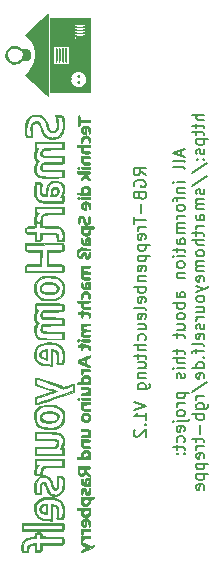
<source format=gbr>
G04 #@! TF.GenerationSoftware,KiCad,Pcbnew,(5.1.5)-3*
G04 #@! TF.CreationDate,2021-07-04T23:47:12+02:00*
G04 #@! TF.ProjectId,RGB_Treppe,5247425f-5472-4657-9070-652e6b696361,rev?*
G04 #@! TF.SameCoordinates,Original*
G04 #@! TF.FileFunction,Legend,Bot*
G04 #@! TF.FilePolarity,Positive*
%FSLAX46Y46*%
G04 Gerber Fmt 4.6, Leading zero omitted, Abs format (unit mm)*
G04 Created by KiCad (PCBNEW (5.1.5)-3) date 2021-07-04 23:47:12*
%MOMM*%
%LPD*%
G04 APERTURE LIST*
%ADD10C,0.150000*%
%ADD11C,0.010000*%
G04 APERTURE END LIST*
D10*
X157997380Y-80678095D02*
X157521190Y-80344761D01*
X157997380Y-80106666D02*
X156997380Y-80106666D01*
X156997380Y-80487619D01*
X157045000Y-80582857D01*
X157092619Y-80630476D01*
X157187857Y-80678095D01*
X157330714Y-80678095D01*
X157425952Y-80630476D01*
X157473571Y-80582857D01*
X157521190Y-80487619D01*
X157521190Y-80106666D01*
X157045000Y-81630476D02*
X156997380Y-81535238D01*
X156997380Y-81392380D01*
X157045000Y-81249523D01*
X157140238Y-81154285D01*
X157235476Y-81106666D01*
X157425952Y-81059047D01*
X157568809Y-81059047D01*
X157759285Y-81106666D01*
X157854523Y-81154285D01*
X157949761Y-81249523D01*
X157997380Y-81392380D01*
X157997380Y-81487619D01*
X157949761Y-81630476D01*
X157902142Y-81678095D01*
X157568809Y-81678095D01*
X157568809Y-81487619D01*
X157473571Y-82440000D02*
X157521190Y-82582857D01*
X157568809Y-82630476D01*
X157664047Y-82678095D01*
X157806904Y-82678095D01*
X157902142Y-82630476D01*
X157949761Y-82582857D01*
X157997380Y-82487619D01*
X157997380Y-82106666D01*
X156997380Y-82106666D01*
X156997380Y-82440000D01*
X157045000Y-82535238D01*
X157092619Y-82582857D01*
X157187857Y-82630476D01*
X157283095Y-82630476D01*
X157378333Y-82582857D01*
X157425952Y-82535238D01*
X157473571Y-82440000D01*
X157473571Y-82106666D01*
X157616428Y-83106666D02*
X157616428Y-83868571D01*
X156997380Y-84201904D02*
X156997380Y-84773333D01*
X157997380Y-84487619D02*
X156997380Y-84487619D01*
X157997380Y-85106666D02*
X157330714Y-85106666D01*
X157521190Y-85106666D02*
X157425952Y-85154285D01*
X157378333Y-85201904D01*
X157330714Y-85297142D01*
X157330714Y-85392380D01*
X157949761Y-86106666D02*
X157997380Y-86011428D01*
X157997380Y-85820952D01*
X157949761Y-85725714D01*
X157854523Y-85678095D01*
X157473571Y-85678095D01*
X157378333Y-85725714D01*
X157330714Y-85820952D01*
X157330714Y-86011428D01*
X157378333Y-86106666D01*
X157473571Y-86154285D01*
X157568809Y-86154285D01*
X157664047Y-85678095D01*
X157330714Y-86582857D02*
X158330714Y-86582857D01*
X157378333Y-86582857D02*
X157330714Y-86678095D01*
X157330714Y-86868571D01*
X157378333Y-86963809D01*
X157425952Y-87011428D01*
X157521190Y-87059047D01*
X157806904Y-87059047D01*
X157902142Y-87011428D01*
X157949761Y-86963809D01*
X157997380Y-86868571D01*
X157997380Y-86678095D01*
X157949761Y-86582857D01*
X157330714Y-87487619D02*
X158330714Y-87487619D01*
X157378333Y-87487619D02*
X157330714Y-87582857D01*
X157330714Y-87773333D01*
X157378333Y-87868571D01*
X157425952Y-87916190D01*
X157521190Y-87963809D01*
X157806904Y-87963809D01*
X157902142Y-87916190D01*
X157949761Y-87868571D01*
X157997380Y-87773333D01*
X157997380Y-87582857D01*
X157949761Y-87487619D01*
X157949761Y-88773333D02*
X157997380Y-88678095D01*
X157997380Y-88487619D01*
X157949761Y-88392380D01*
X157854523Y-88344761D01*
X157473571Y-88344761D01*
X157378333Y-88392380D01*
X157330714Y-88487619D01*
X157330714Y-88678095D01*
X157378333Y-88773333D01*
X157473571Y-88820952D01*
X157568809Y-88820952D01*
X157664047Y-88344761D01*
X157330714Y-89249523D02*
X157997380Y-89249523D01*
X157425952Y-89249523D02*
X157378333Y-89297142D01*
X157330714Y-89392380D01*
X157330714Y-89535238D01*
X157378333Y-89630476D01*
X157473571Y-89678095D01*
X157997380Y-89678095D01*
X157997380Y-90154285D02*
X156997380Y-90154285D01*
X157378333Y-90154285D02*
X157330714Y-90249523D01*
X157330714Y-90440000D01*
X157378333Y-90535238D01*
X157425952Y-90582857D01*
X157521190Y-90630476D01*
X157806904Y-90630476D01*
X157902142Y-90582857D01*
X157949761Y-90535238D01*
X157997380Y-90440000D01*
X157997380Y-90249523D01*
X157949761Y-90154285D01*
X157949761Y-91440000D02*
X157997380Y-91344761D01*
X157997380Y-91154285D01*
X157949761Y-91059047D01*
X157854523Y-91011428D01*
X157473571Y-91011428D01*
X157378333Y-91059047D01*
X157330714Y-91154285D01*
X157330714Y-91344761D01*
X157378333Y-91440000D01*
X157473571Y-91487619D01*
X157568809Y-91487619D01*
X157664047Y-91011428D01*
X157997380Y-92059047D02*
X157949761Y-91963809D01*
X157854523Y-91916190D01*
X156997380Y-91916190D01*
X157949761Y-92820952D02*
X157997380Y-92725714D01*
X157997380Y-92535238D01*
X157949761Y-92440000D01*
X157854523Y-92392380D01*
X157473571Y-92392380D01*
X157378333Y-92440000D01*
X157330714Y-92535238D01*
X157330714Y-92725714D01*
X157378333Y-92820952D01*
X157473571Y-92868571D01*
X157568809Y-92868571D01*
X157664047Y-92392380D01*
X157330714Y-93725714D02*
X157997380Y-93725714D01*
X157330714Y-93297142D02*
X157854523Y-93297142D01*
X157949761Y-93344761D01*
X157997380Y-93440000D01*
X157997380Y-93582857D01*
X157949761Y-93678095D01*
X157902142Y-93725714D01*
X157949761Y-94630476D02*
X157997380Y-94535238D01*
X157997380Y-94344761D01*
X157949761Y-94249523D01*
X157902142Y-94201904D01*
X157806904Y-94154285D01*
X157521190Y-94154285D01*
X157425952Y-94201904D01*
X157378333Y-94249523D01*
X157330714Y-94344761D01*
X157330714Y-94535238D01*
X157378333Y-94630476D01*
X157997380Y-95059047D02*
X156997380Y-95059047D01*
X157997380Y-95487619D02*
X157473571Y-95487619D01*
X157378333Y-95440000D01*
X157330714Y-95344761D01*
X157330714Y-95201904D01*
X157378333Y-95106666D01*
X157425952Y-95059047D01*
X157330714Y-95820952D02*
X157330714Y-96201904D01*
X156997380Y-95963809D02*
X157854523Y-95963809D01*
X157949761Y-96011428D01*
X157997380Y-96106666D01*
X157997380Y-96201904D01*
X157330714Y-96963809D02*
X157997380Y-96963809D01*
X157330714Y-96535238D02*
X157854523Y-96535238D01*
X157949761Y-96582857D01*
X157997380Y-96678095D01*
X157997380Y-96820952D01*
X157949761Y-96916190D01*
X157902142Y-96963809D01*
X157330714Y-97440000D02*
X157997380Y-97440000D01*
X157425952Y-97440000D02*
X157378333Y-97487619D01*
X157330714Y-97582857D01*
X157330714Y-97725714D01*
X157378333Y-97820952D01*
X157473571Y-97868571D01*
X157997380Y-97868571D01*
X157330714Y-98773333D02*
X158140238Y-98773333D01*
X158235476Y-98725714D01*
X158283095Y-98678095D01*
X158330714Y-98582857D01*
X158330714Y-98440000D01*
X158283095Y-98344761D01*
X157949761Y-98773333D02*
X157997380Y-98678095D01*
X157997380Y-98487619D01*
X157949761Y-98392380D01*
X157902142Y-98344761D01*
X157806904Y-98297142D01*
X157521190Y-98297142D01*
X157425952Y-98344761D01*
X157378333Y-98392380D01*
X157330714Y-98487619D01*
X157330714Y-98678095D01*
X157378333Y-98773333D01*
X156997380Y-99868571D02*
X157997380Y-100201904D01*
X156997380Y-100535238D01*
X157997380Y-101392380D02*
X157997380Y-100820952D01*
X157997380Y-101106666D02*
X156997380Y-101106666D01*
X157140238Y-101011428D01*
X157235476Y-100916190D01*
X157283095Y-100820952D01*
X157902142Y-101820952D02*
X157949761Y-101868571D01*
X157997380Y-101820952D01*
X157949761Y-101773333D01*
X157902142Y-101820952D01*
X157997380Y-101820952D01*
X157092619Y-102249523D02*
X157045000Y-102297142D01*
X156997380Y-102392380D01*
X156997380Y-102630476D01*
X157045000Y-102725714D01*
X157092619Y-102773333D01*
X157187857Y-102820952D01*
X157283095Y-102820952D01*
X157425952Y-102773333D01*
X157997380Y-102201904D01*
X157997380Y-102820952D01*
X161011666Y-78559047D02*
X161011666Y-79035238D01*
X161297380Y-78463809D02*
X160297380Y-78797142D01*
X161297380Y-79130476D01*
X161297380Y-79606666D02*
X161249761Y-79511428D01*
X161154523Y-79463809D01*
X160297380Y-79463809D01*
X161297380Y-80130476D02*
X161249761Y-80035238D01*
X161154523Y-79987619D01*
X160297380Y-79987619D01*
X161297380Y-81273333D02*
X160630714Y-81273333D01*
X160297380Y-81273333D02*
X160345000Y-81225714D01*
X160392619Y-81273333D01*
X160345000Y-81320952D01*
X160297380Y-81273333D01*
X160392619Y-81273333D01*
X160630714Y-81749523D02*
X161297380Y-81749523D01*
X160725952Y-81749523D02*
X160678333Y-81797142D01*
X160630714Y-81892380D01*
X160630714Y-82035238D01*
X160678333Y-82130476D01*
X160773571Y-82178095D01*
X161297380Y-82178095D01*
X160630714Y-82511428D02*
X160630714Y-82892380D01*
X161297380Y-82654285D02*
X160440238Y-82654285D01*
X160345000Y-82701904D01*
X160297380Y-82797142D01*
X160297380Y-82892380D01*
X161297380Y-83368571D02*
X161249761Y-83273333D01*
X161202142Y-83225714D01*
X161106904Y-83178095D01*
X160821190Y-83178095D01*
X160725952Y-83225714D01*
X160678333Y-83273333D01*
X160630714Y-83368571D01*
X160630714Y-83511428D01*
X160678333Y-83606666D01*
X160725952Y-83654285D01*
X160821190Y-83701904D01*
X161106904Y-83701904D01*
X161202142Y-83654285D01*
X161249761Y-83606666D01*
X161297380Y-83511428D01*
X161297380Y-83368571D01*
X161297380Y-84130476D02*
X160630714Y-84130476D01*
X160821190Y-84130476D02*
X160725952Y-84178095D01*
X160678333Y-84225714D01*
X160630714Y-84320952D01*
X160630714Y-84416190D01*
X161297380Y-84749523D02*
X160630714Y-84749523D01*
X160725952Y-84749523D02*
X160678333Y-84797142D01*
X160630714Y-84892380D01*
X160630714Y-85035238D01*
X160678333Y-85130476D01*
X160773571Y-85178095D01*
X161297380Y-85178095D01*
X160773571Y-85178095D02*
X160678333Y-85225714D01*
X160630714Y-85320952D01*
X160630714Y-85463809D01*
X160678333Y-85559047D01*
X160773571Y-85606666D01*
X161297380Y-85606666D01*
X161297380Y-86511428D02*
X160773571Y-86511428D01*
X160678333Y-86463809D01*
X160630714Y-86368571D01*
X160630714Y-86178095D01*
X160678333Y-86082857D01*
X161249761Y-86511428D02*
X161297380Y-86416190D01*
X161297380Y-86178095D01*
X161249761Y-86082857D01*
X161154523Y-86035238D01*
X161059285Y-86035238D01*
X160964047Y-86082857D01*
X160916428Y-86178095D01*
X160916428Y-86416190D01*
X160868809Y-86511428D01*
X160630714Y-86844761D02*
X160630714Y-87225714D01*
X160297380Y-86987619D02*
X161154523Y-86987619D01*
X161249761Y-87035238D01*
X161297380Y-87130476D01*
X161297380Y-87225714D01*
X161297380Y-87559047D02*
X160630714Y-87559047D01*
X160297380Y-87559047D02*
X160345000Y-87511428D01*
X160392619Y-87559047D01*
X160345000Y-87606666D01*
X160297380Y-87559047D01*
X160392619Y-87559047D01*
X161297380Y-88178095D02*
X161249761Y-88082857D01*
X161202142Y-88035238D01*
X161106904Y-87987619D01*
X160821190Y-87987619D01*
X160725952Y-88035238D01*
X160678333Y-88082857D01*
X160630714Y-88178095D01*
X160630714Y-88320952D01*
X160678333Y-88416190D01*
X160725952Y-88463809D01*
X160821190Y-88511428D01*
X161106904Y-88511428D01*
X161202142Y-88463809D01*
X161249761Y-88416190D01*
X161297380Y-88320952D01*
X161297380Y-88178095D01*
X160630714Y-88939999D02*
X161297380Y-88939999D01*
X160725952Y-88939999D02*
X160678333Y-88987619D01*
X160630714Y-89082857D01*
X160630714Y-89225714D01*
X160678333Y-89320952D01*
X160773571Y-89368571D01*
X161297380Y-89368571D01*
X161297380Y-91035238D02*
X160773571Y-91035238D01*
X160678333Y-90987619D01*
X160630714Y-90892380D01*
X160630714Y-90701904D01*
X160678333Y-90606666D01*
X161249761Y-91035238D02*
X161297380Y-90939999D01*
X161297380Y-90701904D01*
X161249761Y-90606666D01*
X161154523Y-90559047D01*
X161059285Y-90559047D01*
X160964047Y-90606666D01*
X160916428Y-90701904D01*
X160916428Y-90939999D01*
X160868809Y-91035238D01*
X161297380Y-91511428D02*
X160297380Y-91511428D01*
X160678333Y-91511428D02*
X160630714Y-91606666D01*
X160630714Y-91797142D01*
X160678333Y-91892380D01*
X160725952Y-91939999D01*
X160821190Y-91987619D01*
X161106904Y-91987619D01*
X161202142Y-91939999D01*
X161249761Y-91892380D01*
X161297380Y-91797142D01*
X161297380Y-91606666D01*
X161249761Y-91511428D01*
X161297380Y-92559047D02*
X161249761Y-92463809D01*
X161202142Y-92416190D01*
X161106904Y-92368571D01*
X160821190Y-92368571D01*
X160725952Y-92416190D01*
X160678333Y-92463809D01*
X160630714Y-92559047D01*
X160630714Y-92701904D01*
X160678333Y-92797142D01*
X160725952Y-92844761D01*
X160821190Y-92892380D01*
X161106904Y-92892380D01*
X161202142Y-92844761D01*
X161249761Y-92797142D01*
X161297380Y-92701904D01*
X161297380Y-92559047D01*
X160630714Y-93749523D02*
X161297380Y-93749523D01*
X160630714Y-93320952D02*
X161154523Y-93320952D01*
X161249761Y-93368571D01*
X161297380Y-93463809D01*
X161297380Y-93606666D01*
X161249761Y-93701904D01*
X161202142Y-93749523D01*
X160630714Y-94082857D02*
X160630714Y-94463809D01*
X160297380Y-94225714D02*
X161154523Y-94225714D01*
X161249761Y-94273333D01*
X161297380Y-94368571D01*
X161297380Y-94463809D01*
X160630714Y-95416190D02*
X160630714Y-95797142D01*
X160297380Y-95559047D02*
X161154523Y-95559047D01*
X161249761Y-95606666D01*
X161297380Y-95701904D01*
X161297380Y-95797142D01*
X161297380Y-96130476D02*
X160297380Y-96130476D01*
X161297380Y-96559047D02*
X160773571Y-96559047D01*
X160678333Y-96511428D01*
X160630714Y-96416190D01*
X160630714Y-96273333D01*
X160678333Y-96178095D01*
X160725952Y-96130476D01*
X161297380Y-97035238D02*
X160630714Y-97035238D01*
X160297380Y-97035238D02*
X160345000Y-96987619D01*
X160392619Y-97035238D01*
X160345000Y-97082857D01*
X160297380Y-97035238D01*
X160392619Y-97035238D01*
X161249761Y-97463809D02*
X161297380Y-97559047D01*
X161297380Y-97749523D01*
X161249761Y-97844761D01*
X161154523Y-97892380D01*
X161106904Y-97892380D01*
X161011666Y-97844761D01*
X160964047Y-97749523D01*
X160964047Y-97606666D01*
X160916428Y-97511428D01*
X160821190Y-97463809D01*
X160773571Y-97463809D01*
X160678333Y-97511428D01*
X160630714Y-97606666D01*
X160630714Y-97749523D01*
X160678333Y-97844761D01*
X160630714Y-99082857D02*
X161630714Y-99082857D01*
X160678333Y-99082857D02*
X160630714Y-99178095D01*
X160630714Y-99368571D01*
X160678333Y-99463809D01*
X160725952Y-99511428D01*
X160821190Y-99559047D01*
X161106904Y-99559047D01*
X161202142Y-99511428D01*
X161249761Y-99463809D01*
X161297380Y-99368571D01*
X161297380Y-99178095D01*
X161249761Y-99082857D01*
X161297380Y-99987619D02*
X160630714Y-99987619D01*
X160821190Y-99987619D02*
X160725952Y-100035238D01*
X160678333Y-100082857D01*
X160630714Y-100178095D01*
X160630714Y-100273333D01*
X161297380Y-100749523D02*
X161249761Y-100654285D01*
X161202142Y-100606666D01*
X161106904Y-100559047D01*
X160821190Y-100559047D01*
X160725952Y-100606666D01*
X160678333Y-100654285D01*
X160630714Y-100749523D01*
X160630714Y-100892380D01*
X160678333Y-100987619D01*
X160725952Y-101035238D01*
X160821190Y-101082857D01*
X161106904Y-101082857D01*
X161202142Y-101035238D01*
X161249761Y-100987619D01*
X161297380Y-100892380D01*
X161297380Y-100749523D01*
X160630714Y-101511428D02*
X161487857Y-101511428D01*
X161583095Y-101463809D01*
X161630714Y-101368571D01*
X161630714Y-101320952D01*
X160297380Y-101511428D02*
X160345000Y-101463809D01*
X160392619Y-101511428D01*
X160345000Y-101559047D01*
X160297380Y-101511428D01*
X160392619Y-101511428D01*
X161249761Y-102368571D02*
X161297380Y-102273333D01*
X161297380Y-102082857D01*
X161249761Y-101987619D01*
X161154523Y-101939999D01*
X160773571Y-101939999D01*
X160678333Y-101987619D01*
X160630714Y-102082857D01*
X160630714Y-102273333D01*
X160678333Y-102368571D01*
X160773571Y-102416190D01*
X160868809Y-102416190D01*
X160964047Y-101939999D01*
X161249761Y-103273333D02*
X161297380Y-103178095D01*
X161297380Y-102987619D01*
X161249761Y-102892380D01*
X161202142Y-102844761D01*
X161106904Y-102797142D01*
X160821190Y-102797142D01*
X160725952Y-102844761D01*
X160678333Y-102892380D01*
X160630714Y-102987619D01*
X160630714Y-103178095D01*
X160678333Y-103273333D01*
X160630714Y-103559047D02*
X160630714Y-103939999D01*
X160297380Y-103701904D02*
X161154523Y-103701904D01*
X161249761Y-103749523D01*
X161297380Y-103844761D01*
X161297380Y-103939999D01*
X161202142Y-104273333D02*
X161249761Y-104320952D01*
X161297380Y-104273333D01*
X161249761Y-104225714D01*
X161202142Y-104273333D01*
X161297380Y-104273333D01*
X160678333Y-104273333D02*
X160725952Y-104320952D01*
X160773571Y-104273333D01*
X160725952Y-104225714D01*
X160678333Y-104273333D01*
X160773571Y-104273333D01*
X162947380Y-75582857D02*
X161947380Y-75582857D01*
X162947380Y-76011428D02*
X162423571Y-76011428D01*
X162328333Y-75963809D01*
X162280714Y-75868571D01*
X162280714Y-75725714D01*
X162328333Y-75630476D01*
X162375952Y-75582857D01*
X162280714Y-76344761D02*
X162280714Y-76725714D01*
X161947380Y-76487619D02*
X162804523Y-76487619D01*
X162899761Y-76535238D01*
X162947380Y-76630476D01*
X162947380Y-76725714D01*
X162280714Y-76916190D02*
X162280714Y-77297142D01*
X161947380Y-77059047D02*
X162804523Y-77059047D01*
X162899761Y-77106666D01*
X162947380Y-77201904D01*
X162947380Y-77297142D01*
X162280714Y-77630476D02*
X163280714Y-77630476D01*
X162328333Y-77630476D02*
X162280714Y-77725714D01*
X162280714Y-77916190D01*
X162328333Y-78011428D01*
X162375952Y-78059047D01*
X162471190Y-78106666D01*
X162756904Y-78106666D01*
X162852142Y-78059047D01*
X162899761Y-78011428D01*
X162947380Y-77916190D01*
X162947380Y-77725714D01*
X162899761Y-77630476D01*
X162899761Y-78487619D02*
X162947380Y-78582857D01*
X162947380Y-78773333D01*
X162899761Y-78868571D01*
X162804523Y-78916190D01*
X162756904Y-78916190D01*
X162661666Y-78868571D01*
X162614047Y-78773333D01*
X162614047Y-78630476D01*
X162566428Y-78535238D01*
X162471190Y-78487619D01*
X162423571Y-78487619D01*
X162328333Y-78535238D01*
X162280714Y-78630476D01*
X162280714Y-78773333D01*
X162328333Y-78868571D01*
X162852142Y-79344761D02*
X162899761Y-79392380D01*
X162947380Y-79344761D01*
X162899761Y-79297142D01*
X162852142Y-79344761D01*
X162947380Y-79344761D01*
X162328333Y-79344761D02*
X162375952Y-79392380D01*
X162423571Y-79344761D01*
X162375952Y-79297142D01*
X162328333Y-79344761D01*
X162423571Y-79344761D01*
X161899761Y-80535238D02*
X163185476Y-79678095D01*
X161899761Y-81582857D02*
X163185476Y-80725714D01*
X162899761Y-81868571D02*
X162947380Y-81963809D01*
X162947380Y-82154285D01*
X162899761Y-82249523D01*
X162804523Y-82297142D01*
X162756904Y-82297142D01*
X162661666Y-82249523D01*
X162614047Y-82154285D01*
X162614047Y-82011428D01*
X162566428Y-81916190D01*
X162471190Y-81868571D01*
X162423571Y-81868571D01*
X162328333Y-81916190D01*
X162280714Y-82011428D01*
X162280714Y-82154285D01*
X162328333Y-82249523D01*
X162947380Y-82725714D02*
X162280714Y-82725714D01*
X162375952Y-82725714D02*
X162328333Y-82773333D01*
X162280714Y-82868571D01*
X162280714Y-83011428D01*
X162328333Y-83106666D01*
X162423571Y-83154285D01*
X162947380Y-83154285D01*
X162423571Y-83154285D02*
X162328333Y-83201904D01*
X162280714Y-83297142D01*
X162280714Y-83440000D01*
X162328333Y-83535238D01*
X162423571Y-83582857D01*
X162947380Y-83582857D01*
X162947380Y-84487619D02*
X162423571Y-84487619D01*
X162328333Y-84440000D01*
X162280714Y-84344761D01*
X162280714Y-84154285D01*
X162328333Y-84059047D01*
X162899761Y-84487619D02*
X162947380Y-84392380D01*
X162947380Y-84154285D01*
X162899761Y-84059047D01*
X162804523Y-84011428D01*
X162709285Y-84011428D01*
X162614047Y-84059047D01*
X162566428Y-84154285D01*
X162566428Y-84392380D01*
X162518809Y-84487619D01*
X162947380Y-84963809D02*
X162280714Y-84963809D01*
X162471190Y-84963809D02*
X162375952Y-85011428D01*
X162328333Y-85059047D01*
X162280714Y-85154285D01*
X162280714Y-85249523D01*
X162280714Y-85440000D02*
X162280714Y-85820952D01*
X161947380Y-85582857D02*
X162804523Y-85582857D01*
X162899761Y-85630476D01*
X162947380Y-85725714D01*
X162947380Y-85820952D01*
X162947380Y-86154285D02*
X161947380Y-86154285D01*
X162947380Y-86582857D02*
X162423571Y-86582857D01*
X162328333Y-86535238D01*
X162280714Y-86439999D01*
X162280714Y-86297142D01*
X162328333Y-86201904D01*
X162375952Y-86154285D01*
X162947380Y-87201904D02*
X162899761Y-87106666D01*
X162852142Y-87059047D01*
X162756904Y-87011428D01*
X162471190Y-87011428D01*
X162375952Y-87059047D01*
X162328333Y-87106666D01*
X162280714Y-87201904D01*
X162280714Y-87344761D01*
X162328333Y-87439999D01*
X162375952Y-87487619D01*
X162471190Y-87535238D01*
X162756904Y-87535238D01*
X162852142Y-87487619D01*
X162899761Y-87439999D01*
X162947380Y-87344761D01*
X162947380Y-87201904D01*
X162947380Y-87963809D02*
X162280714Y-87963809D01*
X162375952Y-87963809D02*
X162328333Y-88011428D01*
X162280714Y-88106666D01*
X162280714Y-88249523D01*
X162328333Y-88344761D01*
X162423571Y-88392380D01*
X162947380Y-88392380D01*
X162423571Y-88392380D02*
X162328333Y-88439999D01*
X162280714Y-88535238D01*
X162280714Y-88678095D01*
X162328333Y-88773333D01*
X162423571Y-88820952D01*
X162947380Y-88820952D01*
X162899761Y-89678095D02*
X162947380Y-89582857D01*
X162947380Y-89392380D01*
X162899761Y-89297142D01*
X162804523Y-89249523D01*
X162423571Y-89249523D01*
X162328333Y-89297142D01*
X162280714Y-89392380D01*
X162280714Y-89582857D01*
X162328333Y-89678095D01*
X162423571Y-89725714D01*
X162518809Y-89725714D01*
X162614047Y-89249523D01*
X162280714Y-90059047D02*
X162947380Y-90297142D01*
X162280714Y-90535238D02*
X162947380Y-90297142D01*
X163185476Y-90201904D01*
X163233095Y-90154285D01*
X163280714Y-90059047D01*
X162947380Y-91059047D02*
X162899761Y-90963809D01*
X162852142Y-90916190D01*
X162756904Y-90868571D01*
X162471190Y-90868571D01*
X162375952Y-90916190D01*
X162328333Y-90963809D01*
X162280714Y-91059047D01*
X162280714Y-91201904D01*
X162328333Y-91297142D01*
X162375952Y-91344761D01*
X162471190Y-91392380D01*
X162756904Y-91392380D01*
X162852142Y-91344761D01*
X162899761Y-91297142D01*
X162947380Y-91201904D01*
X162947380Y-91059047D01*
X162280714Y-92249523D02*
X162947380Y-92249523D01*
X162280714Y-91820952D02*
X162804523Y-91820952D01*
X162899761Y-91868571D01*
X162947380Y-91963809D01*
X162947380Y-92106666D01*
X162899761Y-92201904D01*
X162852142Y-92249523D01*
X162947380Y-92725714D02*
X162280714Y-92725714D01*
X162471190Y-92725714D02*
X162375952Y-92773333D01*
X162328333Y-92820952D01*
X162280714Y-92916190D01*
X162280714Y-93011428D01*
X162899761Y-93297142D02*
X162947380Y-93392380D01*
X162947380Y-93582857D01*
X162899761Y-93678095D01*
X162804523Y-93725714D01*
X162756904Y-93725714D01*
X162661666Y-93678095D01*
X162614047Y-93582857D01*
X162614047Y-93439999D01*
X162566428Y-93344761D01*
X162471190Y-93297142D01*
X162423571Y-93297142D01*
X162328333Y-93344761D01*
X162280714Y-93439999D01*
X162280714Y-93582857D01*
X162328333Y-93678095D01*
X162899761Y-94535238D02*
X162947380Y-94439999D01*
X162947380Y-94249523D01*
X162899761Y-94154285D01*
X162804523Y-94106666D01*
X162423571Y-94106666D01*
X162328333Y-94154285D01*
X162280714Y-94249523D01*
X162280714Y-94439999D01*
X162328333Y-94535238D01*
X162423571Y-94582857D01*
X162518809Y-94582857D01*
X162614047Y-94106666D01*
X162947380Y-95154285D02*
X162899761Y-95059047D01*
X162804523Y-95011428D01*
X161947380Y-95011428D01*
X162280714Y-95392380D02*
X162280714Y-95773333D01*
X162947380Y-95535238D02*
X162090238Y-95535238D01*
X161995000Y-95582857D01*
X161947380Y-95678095D01*
X161947380Y-95773333D01*
X162852142Y-96106666D02*
X162899761Y-96154285D01*
X162947380Y-96106666D01*
X162899761Y-96059047D01*
X162852142Y-96106666D01*
X162947380Y-96106666D01*
X162947380Y-97011428D02*
X161947380Y-97011428D01*
X162899761Y-97011428D02*
X162947380Y-96916190D01*
X162947380Y-96725714D01*
X162899761Y-96630476D01*
X162852142Y-96582857D01*
X162756904Y-96535238D01*
X162471190Y-96535238D01*
X162375952Y-96582857D01*
X162328333Y-96630476D01*
X162280714Y-96725714D01*
X162280714Y-96916190D01*
X162328333Y-97011428D01*
X162899761Y-97868571D02*
X162947380Y-97773333D01*
X162947380Y-97582857D01*
X162899761Y-97487619D01*
X162804523Y-97439999D01*
X162423571Y-97439999D01*
X162328333Y-97487619D01*
X162280714Y-97582857D01*
X162280714Y-97773333D01*
X162328333Y-97868571D01*
X162423571Y-97916190D01*
X162518809Y-97916190D01*
X162614047Y-97439999D01*
X161899761Y-99059047D02*
X163185476Y-98201904D01*
X162947380Y-99392380D02*
X162280714Y-99392380D01*
X162471190Y-99392380D02*
X162375952Y-99439999D01*
X162328333Y-99487619D01*
X162280714Y-99582857D01*
X162280714Y-99678095D01*
X162280714Y-100439999D02*
X163090238Y-100439999D01*
X163185476Y-100392380D01*
X163233095Y-100344761D01*
X163280714Y-100249523D01*
X163280714Y-100106666D01*
X163233095Y-100011428D01*
X162899761Y-100439999D02*
X162947380Y-100344761D01*
X162947380Y-100154285D01*
X162899761Y-100059047D01*
X162852142Y-100011428D01*
X162756904Y-99963809D01*
X162471190Y-99963809D01*
X162375952Y-100011428D01*
X162328333Y-100059047D01*
X162280714Y-100154285D01*
X162280714Y-100344761D01*
X162328333Y-100439999D01*
X162947380Y-100916190D02*
X161947380Y-100916190D01*
X162328333Y-100916190D02*
X162280714Y-101011428D01*
X162280714Y-101201904D01*
X162328333Y-101297142D01*
X162375952Y-101344761D01*
X162471190Y-101392380D01*
X162756904Y-101392380D01*
X162852142Y-101344761D01*
X162899761Y-101297142D01*
X162947380Y-101201904D01*
X162947380Y-101011428D01*
X162899761Y-100916190D01*
X162566428Y-101820952D02*
X162566428Y-102582857D01*
X162280714Y-102916190D02*
X162280714Y-103297142D01*
X161947380Y-103059047D02*
X162804523Y-103059047D01*
X162899761Y-103106666D01*
X162947380Y-103201904D01*
X162947380Y-103297142D01*
X162947380Y-103630476D02*
X162280714Y-103630476D01*
X162471190Y-103630476D02*
X162375952Y-103678095D01*
X162328333Y-103725714D01*
X162280714Y-103820952D01*
X162280714Y-103916190D01*
X162899761Y-104630476D02*
X162947380Y-104535238D01*
X162947380Y-104344761D01*
X162899761Y-104249523D01*
X162804523Y-104201904D01*
X162423571Y-104201904D01*
X162328333Y-104249523D01*
X162280714Y-104344761D01*
X162280714Y-104535238D01*
X162328333Y-104630476D01*
X162423571Y-104678095D01*
X162518809Y-104678095D01*
X162614047Y-104201904D01*
X162280714Y-105106666D02*
X163280714Y-105106666D01*
X162328333Y-105106666D02*
X162280714Y-105201904D01*
X162280714Y-105392380D01*
X162328333Y-105487619D01*
X162375952Y-105535238D01*
X162471190Y-105582857D01*
X162756904Y-105582857D01*
X162852142Y-105535238D01*
X162899761Y-105487619D01*
X162947380Y-105392380D01*
X162947380Y-105201904D01*
X162899761Y-105106666D01*
X162280714Y-106011428D02*
X163280714Y-106011428D01*
X162328333Y-106011428D02*
X162280714Y-106106666D01*
X162280714Y-106297142D01*
X162328333Y-106392380D01*
X162375952Y-106439999D01*
X162471190Y-106487619D01*
X162756904Y-106487619D01*
X162852142Y-106439999D01*
X162899761Y-106392380D01*
X162947380Y-106297142D01*
X162947380Y-106106666D01*
X162899761Y-106011428D01*
X162899761Y-107297142D02*
X162947380Y-107201904D01*
X162947380Y-107011428D01*
X162899761Y-106916190D01*
X162804523Y-106868571D01*
X162423571Y-106868571D01*
X162328333Y-106916190D01*
X162280714Y-107011428D01*
X162280714Y-107201904D01*
X162328333Y-107297142D01*
X162423571Y-107344761D01*
X162518809Y-107344761D01*
X162614047Y-106868571D01*
D11*
G36*
X150162084Y-82473800D02*
G01*
X150327069Y-82464045D01*
X150431734Y-82424653D01*
X150516332Y-82340433D01*
X150516712Y-82339949D01*
X150585963Y-82203770D01*
X150619178Y-82040167D01*
X150613525Y-81887307D01*
X150566173Y-81783358D01*
X150558500Y-81776706D01*
X150380674Y-81692553D01*
X150307475Y-81699349D01*
X150307475Y-81813400D01*
X150424286Y-81824188D01*
X150486533Y-81847266D01*
X150516812Y-81934623D01*
X150513369Y-82068543D01*
X150478613Y-82200630D01*
X150467812Y-82223139D01*
X150378501Y-82300714D01*
X150239212Y-82321400D01*
X150119571Y-82311505D01*
X150070957Y-82267878D01*
X150063200Y-82197707D01*
X150091518Y-81990502D01*
X150173349Y-81859950D01*
X150304009Y-81813423D01*
X150307475Y-81813400D01*
X150307475Y-81699349D01*
X150195874Y-81709711D01*
X150188847Y-81712314D01*
X150090705Y-81773068D01*
X150021851Y-81880606D01*
X149972822Y-82055083D01*
X149944611Y-82232500D01*
X149912743Y-82473800D01*
X150162084Y-82473800D01*
G37*
X150162084Y-82473800D02*
X150327069Y-82464045D01*
X150431734Y-82424653D01*
X150516332Y-82340433D01*
X150516712Y-82339949D01*
X150585963Y-82203770D01*
X150619178Y-82040167D01*
X150613525Y-81887307D01*
X150566173Y-81783358D01*
X150558500Y-81776706D01*
X150380674Y-81692553D01*
X150307475Y-81699349D01*
X150307475Y-81813400D01*
X150424286Y-81824188D01*
X150486533Y-81847266D01*
X150516812Y-81934623D01*
X150513369Y-82068543D01*
X150478613Y-82200630D01*
X150467812Y-82223139D01*
X150378501Y-82300714D01*
X150239212Y-82321400D01*
X150119571Y-82311505D01*
X150070957Y-82267878D01*
X150063200Y-82197707D01*
X150091518Y-81990502D01*
X150173349Y-81859950D01*
X150304009Y-81813423D01*
X150307475Y-81813400D01*
X150307475Y-81699349D01*
X150195874Y-81709711D01*
X150188847Y-81712314D01*
X150090705Y-81773068D01*
X150021851Y-81880606D01*
X149972822Y-82055083D01*
X149944611Y-82232500D01*
X149912743Y-82473800D01*
X150162084Y-82473800D01*
G36*
X149040471Y-109143537D02*
G01*
X149170834Y-109265796D01*
X149326600Y-109322363D01*
X149467277Y-109355186D01*
X149567900Y-109380544D01*
X149609928Y-109382437D01*
X149636224Y-109348537D01*
X149650386Y-109261035D01*
X149656013Y-109102122D01*
X149656800Y-108940600D01*
X149654991Y-108721766D01*
X149647165Y-108586730D01*
X149629724Y-108517717D01*
X149599067Y-108496952D01*
X149567900Y-108501584D01*
X149455411Y-108529299D01*
X149418648Y-108537233D01*
X149418648Y-108636976D01*
X149500179Y-108644746D01*
X149541632Y-108728633D01*
X149554887Y-108899755D01*
X149555200Y-108946950D01*
X149555200Y-109258100D01*
X149394941Y-109226048D01*
X149210899Y-109163632D01*
X149116150Y-109064474D01*
X149098777Y-108972479D01*
X149127792Y-108830159D01*
X149227426Y-108727859D01*
X149285160Y-108694204D01*
X149418648Y-108636976D01*
X149418648Y-108537233D01*
X149313963Y-108559829D01*
X149136795Y-108641210D01*
X149027758Y-108792787D01*
X148996400Y-108969429D01*
X149040471Y-109143537D01*
G37*
X149040471Y-109143537D02*
X149170834Y-109265796D01*
X149326600Y-109322363D01*
X149467277Y-109355186D01*
X149567900Y-109380544D01*
X149609928Y-109382437D01*
X149636224Y-109348537D01*
X149650386Y-109261035D01*
X149656013Y-109102122D01*
X149656800Y-108940600D01*
X149654991Y-108721766D01*
X149647165Y-108586730D01*
X149629724Y-108517717D01*
X149599067Y-108496952D01*
X149567900Y-108501584D01*
X149455411Y-108529299D01*
X149418648Y-108537233D01*
X149418648Y-108636976D01*
X149500179Y-108644746D01*
X149541632Y-108728633D01*
X149554887Y-108899755D01*
X149555200Y-108946950D01*
X149555200Y-109258100D01*
X149394941Y-109226048D01*
X149210899Y-109163632D01*
X149116150Y-109064474D01*
X149098777Y-108972479D01*
X149127792Y-108830159D01*
X149227426Y-108727859D01*
X149285160Y-108694204D01*
X149418648Y-108636976D01*
X149418648Y-108537233D01*
X149313963Y-108559829D01*
X149136795Y-108641210D01*
X149027758Y-108792787D01*
X148996400Y-108969429D01*
X149040471Y-109143537D01*
G36*
X149055416Y-101312724D02*
G01*
X149160672Y-101468172D01*
X149274314Y-101545090D01*
X149446933Y-101594747D01*
X149679445Y-101620418D01*
X149932942Y-101621797D01*
X150168513Y-101598575D01*
X150340142Y-101553500D01*
X150509555Y-101435257D01*
X150606869Y-101267546D01*
X150624006Y-101076726D01*
X150552883Y-100889158D01*
X150546603Y-100879962D01*
X150427723Y-100786647D01*
X150237493Y-100719430D01*
X150003175Y-100679955D01*
X149834001Y-100673159D01*
X149834001Y-100795666D01*
X150131904Y-100818356D01*
X150349258Y-100884174D01*
X150481951Y-100989745D01*
X150525873Y-101131691D01*
X150476913Y-101306637D01*
X150470672Y-101318596D01*
X150368680Y-101412915D01*
X150195219Y-101480299D01*
X149977521Y-101517919D01*
X149742814Y-101522945D01*
X149518331Y-101492549D01*
X149352000Y-101434821D01*
X149234900Y-101363772D01*
X149184714Y-101280366D01*
X149174200Y-101143484D01*
X149185657Y-101003507D01*
X149235274Y-100922466D01*
X149325781Y-100868317D01*
X149464025Y-100828298D01*
X149663652Y-100802400D01*
X149834001Y-100795666D01*
X149834001Y-100673159D01*
X149752033Y-100669866D01*
X149511328Y-100690806D01*
X149308325Y-100744419D01*
X149207257Y-100799228D01*
X149076270Y-100951130D01*
X149026469Y-101131336D01*
X149055416Y-101312724D01*
G37*
X149055416Y-101312724D02*
X149160672Y-101468172D01*
X149274314Y-101545090D01*
X149446933Y-101594747D01*
X149679445Y-101620418D01*
X149932942Y-101621797D01*
X150168513Y-101598575D01*
X150340142Y-101553500D01*
X150509555Y-101435257D01*
X150606869Y-101267546D01*
X150624006Y-101076726D01*
X150552883Y-100889158D01*
X150546603Y-100879962D01*
X150427723Y-100786647D01*
X150237493Y-100719430D01*
X150003175Y-100679955D01*
X149834001Y-100673159D01*
X149834001Y-100795666D01*
X150131904Y-100818356D01*
X150349258Y-100884174D01*
X150481951Y-100989745D01*
X150525873Y-101131691D01*
X150476913Y-101306637D01*
X150470672Y-101318596D01*
X150368680Y-101412915D01*
X150195219Y-101480299D01*
X149977521Y-101517919D01*
X149742814Y-101522945D01*
X149518331Y-101492549D01*
X149352000Y-101434821D01*
X149234900Y-101363772D01*
X149184714Y-101280366D01*
X149174200Y-101143484D01*
X149185657Y-101003507D01*
X149235274Y-100922466D01*
X149325781Y-100868317D01*
X149464025Y-100828298D01*
X149663652Y-100802400D01*
X149834001Y-100795666D01*
X149834001Y-100673159D01*
X149752033Y-100669866D01*
X149511328Y-100690806D01*
X149308325Y-100744419D01*
X149207257Y-100799228D01*
X149076270Y-100951130D01*
X149026469Y-101131336D01*
X149055416Y-101312724D01*
G36*
X149006556Y-95876022D02*
G01*
X149068333Y-96055481D01*
X149217391Y-96184290D01*
X149452208Y-96261169D01*
X149466300Y-96263648D01*
X149656800Y-96296003D01*
X149656800Y-95414586D01*
X149442575Y-95438732D01*
X149442575Y-95542684D01*
X149513552Y-95549965D01*
X149546042Y-95621360D01*
X149554918Y-95773010D01*
X149555200Y-95840550D01*
X149555200Y-96151700D01*
X149394941Y-96119648D01*
X149210899Y-96057232D01*
X149116150Y-95958074D01*
X149098777Y-95866079D01*
X149127650Y-95722184D01*
X149225560Y-95626176D01*
X149318240Y-95583378D01*
X149442575Y-95542684D01*
X149442575Y-95438732D01*
X149417504Y-95441558D01*
X149196848Y-95499990D01*
X149059546Y-95616372D01*
X149005240Y-95791087D01*
X149006556Y-95876022D01*
G37*
X149006556Y-95876022D02*
X149068333Y-96055481D01*
X149217391Y-96184290D01*
X149452208Y-96261169D01*
X149466300Y-96263648D01*
X149656800Y-96296003D01*
X149656800Y-95414586D01*
X149442575Y-95438732D01*
X149442575Y-95542684D01*
X149513552Y-95549965D01*
X149546042Y-95621360D01*
X149554918Y-95773010D01*
X149555200Y-95840550D01*
X149555200Y-96151700D01*
X149394941Y-96119648D01*
X149210899Y-96057232D01*
X149116150Y-95958074D01*
X149098777Y-95866079D01*
X149127650Y-95722184D01*
X149225560Y-95626176D01*
X149318240Y-95583378D01*
X149442575Y-95542684D01*
X149442575Y-95438732D01*
X149417504Y-95441558D01*
X149196848Y-95499990D01*
X149059546Y-95616372D01*
X149005240Y-95791087D01*
X149006556Y-95876022D01*
G36*
X149058193Y-90408298D02*
G01*
X149159148Y-90551669D01*
X149337740Y-90657637D01*
X149575296Y-90721153D01*
X149853143Y-90737170D01*
X150145312Y-90702172D01*
X150381649Y-90632380D01*
X150530940Y-90532686D01*
X150606235Y-90390607D01*
X150622000Y-90246200D01*
X150589060Y-90047421D01*
X150524945Y-89945945D01*
X150395804Y-89867548D01*
X150198664Y-89804935D01*
X149966712Y-89764739D01*
X149733135Y-89753592D01*
X149659100Y-89759283D01*
X149659100Y-89894882D01*
X149941863Y-89899020D01*
X150148259Y-89913717D01*
X150280185Y-89937468D01*
X150364765Y-89978042D01*
X150424313Y-90037193D01*
X150508957Y-90192072D01*
X150495822Y-90340049D01*
X150423288Y-90456472D01*
X150369880Y-90512695D01*
X150304768Y-90547982D01*
X150204706Y-90567148D01*
X150046448Y-90575009D01*
X149844421Y-90576400D01*
X149555790Y-90565942D01*
X149354474Y-90530559D01*
X149227963Y-90464236D01*
X149163749Y-90360959D01*
X149148800Y-90241955D01*
X149175989Y-90091085D01*
X149263829Y-89985662D01*
X149421730Y-89921618D01*
X149659100Y-89894882D01*
X149659100Y-89759283D01*
X149609861Y-89763068D01*
X149335463Y-89831263D01*
X149145129Y-89946417D01*
X149042333Y-90104465D01*
X149030551Y-90301344D01*
X149058193Y-90408298D01*
G37*
X149058193Y-90408298D02*
X149159148Y-90551669D01*
X149337740Y-90657637D01*
X149575296Y-90721153D01*
X149853143Y-90737170D01*
X150145312Y-90702172D01*
X150381649Y-90632380D01*
X150530940Y-90532686D01*
X150606235Y-90390607D01*
X150622000Y-90246200D01*
X150589060Y-90047421D01*
X150524945Y-89945945D01*
X150395804Y-89867548D01*
X150198664Y-89804935D01*
X149966712Y-89764739D01*
X149733135Y-89753592D01*
X149659100Y-89759283D01*
X149659100Y-89894882D01*
X149941863Y-89899020D01*
X150148259Y-89913717D01*
X150280185Y-89937468D01*
X150364765Y-89978042D01*
X150424313Y-90037193D01*
X150508957Y-90192072D01*
X150495822Y-90340049D01*
X150423288Y-90456472D01*
X150369880Y-90512695D01*
X150304768Y-90547982D01*
X150204706Y-90567148D01*
X150046448Y-90575009D01*
X149844421Y-90576400D01*
X149555790Y-90565942D01*
X149354474Y-90530559D01*
X149227963Y-90464236D01*
X149163749Y-90360959D01*
X149148800Y-90241955D01*
X149175989Y-90091085D01*
X149263829Y-89985662D01*
X149421730Y-89921618D01*
X149659100Y-89894882D01*
X149659100Y-89759283D01*
X149609861Y-89763068D01*
X149335463Y-89831263D01*
X149145129Y-89946417D01*
X149042333Y-90104465D01*
X149030551Y-90301344D01*
X149058193Y-90408298D01*
G36*
X150372067Y-70752590D02*
G01*
X150383623Y-70950571D01*
X150401700Y-71067325D01*
X150418800Y-71094600D01*
X150441099Y-71045793D01*
X150457597Y-70907120D01*
X150467327Y-70690196D01*
X150469600Y-70485000D01*
X150465532Y-70217409D01*
X150453976Y-70019428D01*
X150435899Y-69902674D01*
X150418800Y-69875400D01*
X150396500Y-69924206D01*
X150380002Y-70062879D01*
X150370272Y-70279803D01*
X150368000Y-70485000D01*
X150372067Y-70752590D01*
G37*
X150372067Y-70752590D02*
X150383623Y-70950571D01*
X150401700Y-71067325D01*
X150418800Y-71094600D01*
X150441099Y-71045793D01*
X150457597Y-70907120D01*
X150467327Y-70690196D01*
X150469600Y-70485000D01*
X150465532Y-70217409D01*
X150453976Y-70019428D01*
X150435899Y-69902674D01*
X150418800Y-69875400D01*
X150396500Y-69924206D01*
X150380002Y-70062879D01*
X150370272Y-70279803D01*
X150368000Y-70485000D01*
X150372067Y-70752590D01*
G36*
X150626067Y-70752590D02*
G01*
X150637623Y-70950571D01*
X150655700Y-71067325D01*
X150672800Y-71094600D01*
X150695099Y-71045793D01*
X150711597Y-70907120D01*
X150721327Y-70690196D01*
X150723600Y-70485000D01*
X150719532Y-70217409D01*
X150707976Y-70019428D01*
X150689899Y-69902674D01*
X150672800Y-69875400D01*
X150650500Y-69924206D01*
X150634002Y-70062879D01*
X150624272Y-70279803D01*
X150622000Y-70485000D01*
X150626067Y-70752590D01*
G37*
X150626067Y-70752590D02*
X150637623Y-70950571D01*
X150655700Y-71067325D01*
X150672800Y-71094600D01*
X150695099Y-71045793D01*
X150711597Y-70907120D01*
X150721327Y-70690196D01*
X150723600Y-70485000D01*
X150719532Y-70217409D01*
X150707976Y-70019428D01*
X150689899Y-69902674D01*
X150672800Y-69875400D01*
X150650500Y-69924206D01*
X150634002Y-70062879D01*
X150624272Y-70279803D01*
X150622000Y-70485000D01*
X150626067Y-70752590D01*
G36*
X150930867Y-70752590D02*
G01*
X150942423Y-70950571D01*
X150960500Y-71067325D01*
X150977600Y-71094600D01*
X150999899Y-71045793D01*
X151016397Y-70907120D01*
X151026127Y-70690196D01*
X151028400Y-70485000D01*
X151024332Y-70217409D01*
X151012776Y-70019428D01*
X150994699Y-69902674D01*
X150977600Y-69875400D01*
X150955300Y-69924206D01*
X150938802Y-70062879D01*
X150929072Y-70279803D01*
X150926800Y-70485000D01*
X150930867Y-70752590D01*
G37*
X150930867Y-70752590D02*
X150942423Y-70950571D01*
X150960500Y-71067325D01*
X150977600Y-71094600D01*
X150999899Y-71045793D01*
X151016397Y-70907120D01*
X151026127Y-70690196D01*
X151028400Y-70485000D01*
X151024332Y-70217409D01*
X151012776Y-70019428D01*
X150994699Y-69902674D01*
X150977600Y-69875400D01*
X150955300Y-69924206D01*
X150938802Y-70062879D01*
X150929072Y-70279803D01*
X150926800Y-70485000D01*
X150930867Y-70752590D01*
G36*
X151184867Y-70752590D02*
G01*
X151196423Y-70950571D01*
X151214500Y-71067325D01*
X151231600Y-71094600D01*
X151253899Y-71045793D01*
X151270397Y-70907120D01*
X151280127Y-70690196D01*
X151282400Y-70485000D01*
X151278332Y-70217409D01*
X151266776Y-70019428D01*
X151248699Y-69902674D01*
X151231600Y-69875400D01*
X151209300Y-69924206D01*
X151192802Y-70062879D01*
X151183072Y-70279803D01*
X151180800Y-70485000D01*
X151184867Y-70752590D01*
G37*
X151184867Y-70752590D02*
X151196423Y-70950571D01*
X151214500Y-71067325D01*
X151231600Y-71094600D01*
X151253899Y-71045793D01*
X151270397Y-70907120D01*
X151280127Y-70690196D01*
X151282400Y-70485000D01*
X151278332Y-70217409D01*
X151266776Y-70019428D01*
X151248699Y-69902674D01*
X151231600Y-69875400D01*
X151209300Y-69924206D01*
X151192802Y-70062879D01*
X151183072Y-70279803D01*
X151180800Y-70485000D01*
X151184867Y-70752590D01*
G36*
X152238286Y-72832806D02*
G01*
X152308091Y-72866334D01*
X152357694Y-72833625D01*
X152384676Y-72777139D01*
X152330103Y-72740989D01*
X152235490Y-72729354D01*
X152202763Y-72771448D01*
X152238286Y-72832806D01*
G37*
X152238286Y-72832806D02*
X152308091Y-72866334D01*
X152357694Y-72833625D01*
X152384676Y-72777139D01*
X152330103Y-72740989D01*
X152235490Y-72729354D01*
X152202763Y-72771448D01*
X152238286Y-72832806D01*
G36*
X152234252Y-72358239D02*
G01*
X152310883Y-72358089D01*
X152372430Y-72317310D01*
X152366060Y-72252066D01*
X152350028Y-72238112D01*
X152265503Y-72231311D01*
X152203046Y-72286569D01*
X152196800Y-72316798D01*
X152234252Y-72358239D01*
G37*
X152234252Y-72358239D02*
X152310883Y-72358089D01*
X152372430Y-72317310D01*
X152366060Y-72252066D01*
X152350028Y-72238112D01*
X152265503Y-72231311D01*
X152203046Y-72286569D01*
X152196800Y-72316798D01*
X152234252Y-72358239D01*
G36*
X146122708Y-70603709D02*
G01*
X146177812Y-70760121D01*
X146205453Y-70821507D01*
X146348804Y-71013353D01*
X146554774Y-71160083D01*
X146787754Y-71239265D01*
X146880862Y-71247000D01*
X147009205Y-71223865D01*
X147169095Y-71166089D01*
X147321580Y-71091110D01*
X147427710Y-71016368D01*
X147446551Y-70993725D01*
X147510759Y-70966152D01*
X147644562Y-70947454D01*
X147780198Y-70942200D01*
X147956193Y-70936244D01*
X148050258Y-70915155D01*
X148081539Y-70874097D01*
X148082000Y-70866000D01*
X148122663Y-70798650D01*
X148158200Y-70789800D01*
X148204549Y-70764306D01*
X148228170Y-70675079D01*
X148234400Y-70515835D01*
X148224071Y-70334798D01*
X148190378Y-70237348D01*
X148158200Y-70212629D01*
X148090621Y-70144738D01*
X148082000Y-70105594D01*
X148059754Y-70060454D01*
X147979843Y-70036288D01*
X147953611Y-70034907D01*
X147953611Y-70281558D01*
X147960898Y-70333423D01*
X147964098Y-70464105D01*
X147964140Y-70485000D01*
X147961539Y-70624563D01*
X147954677Y-70686704D01*
X147944969Y-70660036D01*
X147943651Y-70650100D01*
X147935244Y-70471968D01*
X147943651Y-70319900D01*
X147953611Y-70281558D01*
X147953611Y-70034907D01*
X147822502Y-70028000D01*
X147780198Y-70027800D01*
X147726400Y-70025198D01*
X147726400Y-70180200D01*
X147753458Y-70226471D01*
X147771804Y-70347349D01*
X147777200Y-70485000D01*
X147769488Y-70647353D01*
X147749341Y-70757424D01*
X147726400Y-70789800D01*
X147699341Y-70743528D01*
X147680995Y-70622650D01*
X147675600Y-70485000D01*
X147683311Y-70322646D01*
X147703458Y-70212575D01*
X147726400Y-70180200D01*
X147726400Y-70025198D01*
X147613717Y-70019747D01*
X147491299Y-69998876D01*
X147446551Y-69976274D01*
X147365548Y-69905678D01*
X147224703Y-69828808D01*
X147062968Y-69763102D01*
X146919295Y-69726000D01*
X146884645Y-69723296D01*
X146884645Y-69875400D01*
X147065363Y-69894294D01*
X147210284Y-69966030D01*
X147286838Y-70027800D01*
X147403378Y-70119915D01*
X147494430Y-70174121D01*
X147517206Y-70180200D01*
X147551428Y-70228497D01*
X147570648Y-70364956D01*
X147574000Y-70485000D01*
X147565000Y-70668661D01*
X147539574Y-70771813D01*
X147517206Y-70789800D01*
X147447347Y-70820996D01*
X147337552Y-70899662D01*
X147286838Y-70942200D01*
X147080940Y-71065424D01*
X146862113Y-71102523D01*
X146650390Y-71062359D01*
X146465808Y-70953793D01*
X146328400Y-70785687D01*
X146258201Y-70566902D01*
X146253200Y-70485000D01*
X146297777Y-70241904D01*
X146422998Y-70051098D01*
X146616098Y-69924905D01*
X146864312Y-69875649D01*
X146884645Y-69875400D01*
X146884645Y-69723296D01*
X146880862Y-69723000D01*
X146647055Y-69768754D01*
X146425964Y-69891063D01*
X146253197Y-70067493D01*
X146205453Y-70148492D01*
X146141565Y-70305655D01*
X146104528Y-70445518D01*
X146100800Y-70485000D01*
X146122708Y-70603709D01*
G37*
X146122708Y-70603709D02*
X146177812Y-70760121D01*
X146205453Y-70821507D01*
X146348804Y-71013353D01*
X146554774Y-71160083D01*
X146787754Y-71239265D01*
X146880862Y-71247000D01*
X147009205Y-71223865D01*
X147169095Y-71166089D01*
X147321580Y-71091110D01*
X147427710Y-71016368D01*
X147446551Y-70993725D01*
X147510759Y-70966152D01*
X147644562Y-70947454D01*
X147780198Y-70942200D01*
X147956193Y-70936244D01*
X148050258Y-70915155D01*
X148081539Y-70874097D01*
X148082000Y-70866000D01*
X148122663Y-70798650D01*
X148158200Y-70789800D01*
X148204549Y-70764306D01*
X148228170Y-70675079D01*
X148234400Y-70515835D01*
X148224071Y-70334798D01*
X148190378Y-70237348D01*
X148158200Y-70212629D01*
X148090621Y-70144738D01*
X148082000Y-70105594D01*
X148059754Y-70060454D01*
X147979843Y-70036288D01*
X147953611Y-70034907D01*
X147953611Y-70281558D01*
X147960898Y-70333423D01*
X147964098Y-70464105D01*
X147964140Y-70485000D01*
X147961539Y-70624563D01*
X147954677Y-70686704D01*
X147944969Y-70660036D01*
X147943651Y-70650100D01*
X147935244Y-70471968D01*
X147943651Y-70319900D01*
X147953611Y-70281558D01*
X147953611Y-70034907D01*
X147822502Y-70028000D01*
X147780198Y-70027800D01*
X147726400Y-70025198D01*
X147726400Y-70180200D01*
X147753458Y-70226471D01*
X147771804Y-70347349D01*
X147777200Y-70485000D01*
X147769488Y-70647353D01*
X147749341Y-70757424D01*
X147726400Y-70789800D01*
X147699341Y-70743528D01*
X147680995Y-70622650D01*
X147675600Y-70485000D01*
X147683311Y-70322646D01*
X147703458Y-70212575D01*
X147726400Y-70180200D01*
X147726400Y-70025198D01*
X147613717Y-70019747D01*
X147491299Y-69998876D01*
X147446551Y-69976274D01*
X147365548Y-69905678D01*
X147224703Y-69828808D01*
X147062968Y-69763102D01*
X146919295Y-69726000D01*
X146884645Y-69723296D01*
X146884645Y-69875400D01*
X147065363Y-69894294D01*
X147210284Y-69966030D01*
X147286838Y-70027800D01*
X147403378Y-70119915D01*
X147494430Y-70174121D01*
X147517206Y-70180200D01*
X147551428Y-70228497D01*
X147570648Y-70364956D01*
X147574000Y-70485000D01*
X147565000Y-70668661D01*
X147539574Y-70771813D01*
X147517206Y-70789800D01*
X147447347Y-70820996D01*
X147337552Y-70899662D01*
X147286838Y-70942200D01*
X147080940Y-71065424D01*
X146862113Y-71102523D01*
X146650390Y-71062359D01*
X146465808Y-70953793D01*
X146328400Y-70785687D01*
X146258201Y-70566902D01*
X146253200Y-70485000D01*
X146297777Y-70241904D01*
X146422998Y-70051098D01*
X146616098Y-69924905D01*
X146864312Y-69875649D01*
X146884645Y-69875400D01*
X146884645Y-69723296D01*
X146880862Y-69723000D01*
X146647055Y-69768754D01*
X146425964Y-69891063D01*
X146253197Y-70067493D01*
X146205453Y-70148492D01*
X146141565Y-70305655D01*
X146104528Y-70445518D01*
X146100800Y-70485000D01*
X146122708Y-70603709D01*
G36*
X148063219Y-69073713D02*
G01*
X148348902Y-69439806D01*
X148543247Y-69835041D01*
X148646284Y-70247633D01*
X148658044Y-70665796D01*
X148578558Y-71077745D01*
X148407858Y-71471693D01*
X148145974Y-71835857D01*
X148055690Y-71931500D01*
X147787400Y-72199790D01*
X148709400Y-73059500D01*
X148966351Y-73298285D01*
X149200878Y-73514697D01*
X149402099Y-73698820D01*
X149559132Y-73840735D01*
X149661097Y-73930525D01*
X149694900Y-73957703D01*
X149707662Y-73947033D01*
X149718703Y-73894518D01*
X149728129Y-73794245D01*
X149736049Y-73640298D01*
X149742570Y-73426765D01*
X149747802Y-73147730D01*
X149751852Y-72797280D01*
X149754828Y-72369500D01*
X149756838Y-71858477D01*
X149757992Y-71258295D01*
X149758396Y-70563041D01*
X149758400Y-70485473D01*
X149758131Y-69789601D01*
X149757243Y-69188955D01*
X149755609Y-68677165D01*
X149753106Y-68247858D01*
X149749606Y-67894662D01*
X149744986Y-67611206D01*
X149739120Y-67391117D01*
X149731883Y-67228024D01*
X149723150Y-67115556D01*
X149712795Y-67047340D01*
X149700694Y-67017003D01*
X149690229Y-67015375D01*
X149635584Y-67060294D01*
X149518062Y-67165058D01*
X149348569Y-67319667D01*
X149138011Y-67514119D01*
X148897293Y-67738413D01*
X148704164Y-67919600D01*
X147786270Y-68783200D01*
X148063219Y-69073713D01*
G37*
X148063219Y-69073713D02*
X148348902Y-69439806D01*
X148543247Y-69835041D01*
X148646284Y-70247633D01*
X148658044Y-70665796D01*
X148578558Y-71077745D01*
X148407858Y-71471693D01*
X148145974Y-71835857D01*
X148055690Y-71931500D01*
X147787400Y-72199790D01*
X148709400Y-73059500D01*
X148966351Y-73298285D01*
X149200878Y-73514697D01*
X149402099Y-73698820D01*
X149559132Y-73840735D01*
X149661097Y-73930525D01*
X149694900Y-73957703D01*
X149707662Y-73947033D01*
X149718703Y-73894518D01*
X149728129Y-73794245D01*
X149736049Y-73640298D01*
X149742570Y-73426765D01*
X149747802Y-73147730D01*
X149751852Y-72797280D01*
X149754828Y-72369500D01*
X149756838Y-71858477D01*
X149757992Y-71258295D01*
X149758396Y-70563041D01*
X149758400Y-70485473D01*
X149758131Y-69789601D01*
X149757243Y-69188955D01*
X149755609Y-68677165D01*
X149753106Y-68247858D01*
X149749606Y-67894662D01*
X149744986Y-67611206D01*
X149739120Y-67391117D01*
X149731883Y-67228024D01*
X149723150Y-67115556D01*
X149712795Y-67047340D01*
X149700694Y-67017003D01*
X149690229Y-67015375D01*
X149635584Y-67060294D01*
X149518062Y-67165058D01*
X149348569Y-67319667D01*
X149138011Y-67514119D01*
X148897293Y-67738413D01*
X148704164Y-67919600D01*
X147786270Y-68783200D01*
X148063219Y-69073713D01*
G36*
X147482248Y-112320895D02*
G01*
X147497800Y-112623600D01*
X148056600Y-112623600D01*
X148072549Y-112370889D01*
X148097555Y-112172496D01*
X148152260Y-112055520D01*
X148252676Y-112000707D01*
X148390485Y-111988600D01*
X148584929Y-111988600D01*
X148600164Y-112280700D01*
X148615400Y-112572800D01*
X148835054Y-112588604D01*
X149022783Y-112583718D01*
X149135256Y-112525455D01*
X149188618Y-112398213D01*
X149199600Y-112236379D01*
X149199600Y-111988600D01*
X150078440Y-111988600D01*
X150444139Y-111985762D01*
X150714931Y-111976968D01*
X150897361Y-111961792D01*
X150997971Y-111939809D01*
X151018240Y-111927640D01*
X151055163Y-111842656D01*
X151076823Y-111699870D01*
X151079200Y-111633000D01*
X151066662Y-111478923D01*
X151035064Y-111364292D01*
X151018240Y-111338360D01*
X150952167Y-111313190D01*
X150807207Y-111295017D01*
X150576815Y-111283415D01*
X150254448Y-111277961D01*
X150078440Y-111277400D01*
X149760914Y-111277082D01*
X149530874Y-111274907D01*
X149374203Y-111269041D01*
X149276785Y-111257648D01*
X149224506Y-111238895D01*
X149203250Y-111210948D01*
X149198902Y-111171973D01*
X149198822Y-111163100D01*
X149178772Y-111026191D01*
X149108593Y-110952224D01*
X148969712Y-110928328D01*
X148869400Y-110931254D01*
X148869400Y-111023400D01*
X148983239Y-111029551D01*
X149033829Y-111067534D01*
X149046802Y-111166640D01*
X149047200Y-111226600D01*
X149047200Y-111429800D01*
X150926800Y-111429800D01*
X150926800Y-111833908D01*
X149072600Y-111861600D01*
X149057364Y-112153700D01*
X149042129Y-112445800D01*
X148691600Y-112445800D01*
X148691600Y-111836200D01*
X148521380Y-111836200D01*
X148261008Y-111867467D01*
X148080411Y-111961157D01*
X147980746Y-112114548D01*
X147951505Y-112272520D01*
X147958805Y-112417457D01*
X147959120Y-112418731D01*
X147974452Y-112505619D01*
X147944764Y-112540795D01*
X147845871Y-112541992D01*
X147796272Y-112538146D01*
X147599400Y-112522000D01*
X147585552Y-112268000D01*
X147611530Y-111973338D01*
X147719462Y-111734735D01*
X147901989Y-111559818D01*
X148151753Y-111456213D01*
X148394312Y-111429800D01*
X148691600Y-111429800D01*
X148691600Y-111226600D01*
X148696982Y-111096498D01*
X148730217Y-111038680D01*
X148816935Y-111023854D01*
X148869400Y-111023400D01*
X148869400Y-110931254D01*
X148864485Y-110931398D01*
X148715249Y-110945281D01*
X148639430Y-110974477D01*
X148608893Y-111037477D01*
X148600008Y-111105236D01*
X148585988Y-111191147D01*
X148548973Y-111243835D01*
X148465140Y-111278059D01*
X148310663Y-111308579D01*
X148257354Y-111317501D01*
X148059277Y-111362985D01*
X147880455Y-111425439D01*
X147781402Y-111477607D01*
X147626955Y-111646867D01*
X147524674Y-111888204D01*
X147481214Y-112182857D01*
X147482248Y-112320895D01*
G37*
X147482248Y-112320895D02*
X147497800Y-112623600D01*
X148056600Y-112623600D01*
X148072549Y-112370889D01*
X148097555Y-112172496D01*
X148152260Y-112055520D01*
X148252676Y-112000707D01*
X148390485Y-111988600D01*
X148584929Y-111988600D01*
X148600164Y-112280700D01*
X148615400Y-112572800D01*
X148835054Y-112588604D01*
X149022783Y-112583718D01*
X149135256Y-112525455D01*
X149188618Y-112398213D01*
X149199600Y-112236379D01*
X149199600Y-111988600D01*
X150078440Y-111988600D01*
X150444139Y-111985762D01*
X150714931Y-111976968D01*
X150897361Y-111961792D01*
X150997971Y-111939809D01*
X151018240Y-111927640D01*
X151055163Y-111842656D01*
X151076823Y-111699870D01*
X151079200Y-111633000D01*
X151066662Y-111478923D01*
X151035064Y-111364292D01*
X151018240Y-111338360D01*
X150952167Y-111313190D01*
X150807207Y-111295017D01*
X150576815Y-111283415D01*
X150254448Y-111277961D01*
X150078440Y-111277400D01*
X149760914Y-111277082D01*
X149530874Y-111274907D01*
X149374203Y-111269041D01*
X149276785Y-111257648D01*
X149224506Y-111238895D01*
X149203250Y-111210948D01*
X149198902Y-111171973D01*
X149198822Y-111163100D01*
X149178772Y-111026191D01*
X149108593Y-110952224D01*
X148969712Y-110928328D01*
X148869400Y-110931254D01*
X148869400Y-111023400D01*
X148983239Y-111029551D01*
X149033829Y-111067534D01*
X149046802Y-111166640D01*
X149047200Y-111226600D01*
X149047200Y-111429800D01*
X150926800Y-111429800D01*
X150926800Y-111833908D01*
X149072600Y-111861600D01*
X149057364Y-112153700D01*
X149042129Y-112445800D01*
X148691600Y-112445800D01*
X148691600Y-111836200D01*
X148521380Y-111836200D01*
X148261008Y-111867467D01*
X148080411Y-111961157D01*
X147980746Y-112114548D01*
X147951505Y-112272520D01*
X147958805Y-112417457D01*
X147959120Y-112418731D01*
X147974452Y-112505619D01*
X147944764Y-112540795D01*
X147845871Y-112541992D01*
X147796272Y-112538146D01*
X147599400Y-112522000D01*
X147585552Y-112268000D01*
X147611530Y-111973338D01*
X147719462Y-111734735D01*
X147901989Y-111559818D01*
X148151753Y-111456213D01*
X148394312Y-111429800D01*
X148691600Y-111429800D01*
X148691600Y-111226600D01*
X148696982Y-111096498D01*
X148730217Y-111038680D01*
X148816935Y-111023854D01*
X148869400Y-111023400D01*
X148869400Y-110931254D01*
X148864485Y-110931398D01*
X148715249Y-110945281D01*
X148639430Y-110974477D01*
X148608893Y-111037477D01*
X148600008Y-111105236D01*
X148585988Y-111191147D01*
X148548973Y-111243835D01*
X148465140Y-111278059D01*
X148310663Y-111308579D01*
X148257354Y-111317501D01*
X148059277Y-111362985D01*
X147880455Y-111425439D01*
X147781402Y-111477607D01*
X147626955Y-111646867D01*
X147524674Y-111888204D01*
X147481214Y-112182857D01*
X147482248Y-112320895D01*
G36*
X149244359Y-110808193D02*
G01*
X149757520Y-110811007D01*
X150174640Y-110810464D01*
X150501228Y-110806426D01*
X150742792Y-110798754D01*
X150904841Y-110787309D01*
X150992884Y-110771955D01*
X151009659Y-110763872D01*
X151055617Y-110673175D01*
X151077007Y-110525478D01*
X151073829Y-110362366D01*
X151046085Y-110225426D01*
X151009659Y-110165327D01*
X150952623Y-110148197D01*
X150824018Y-110135039D01*
X150618337Y-110125714D01*
X150330071Y-110120084D01*
X149953712Y-110118010D01*
X149483751Y-110119355D01*
X149244359Y-110121006D01*
X147624800Y-110133798D01*
X147624800Y-110261400D01*
X150926800Y-110261400D01*
X150926800Y-110667800D01*
X147624800Y-110667800D01*
X147624800Y-110261400D01*
X147624800Y-110133798D01*
X147548600Y-110134400D01*
X147548600Y-110794800D01*
X149244359Y-110808193D01*
G37*
X149244359Y-110808193D02*
X149757520Y-110811007D01*
X150174640Y-110810464D01*
X150501228Y-110806426D01*
X150742792Y-110798754D01*
X150904841Y-110787309D01*
X150992884Y-110771955D01*
X151009659Y-110763872D01*
X151055617Y-110673175D01*
X151077007Y-110525478D01*
X151073829Y-110362366D01*
X151046085Y-110225426D01*
X151009659Y-110165327D01*
X150952623Y-110148197D01*
X150824018Y-110135039D01*
X150618337Y-110125714D01*
X150330071Y-110120084D01*
X149953712Y-110118010D01*
X149483751Y-110119355D01*
X149244359Y-110121006D01*
X147624800Y-110133798D01*
X147624800Y-110261400D01*
X150926800Y-110261400D01*
X150926800Y-110667800D01*
X147624800Y-110667800D01*
X147624800Y-110261400D01*
X147624800Y-110133798D01*
X147548600Y-110134400D01*
X147548600Y-110794800D01*
X149244359Y-110808193D01*
G36*
X148600275Y-104025700D02*
G01*
X148615400Y-104343200D01*
X151053800Y-104343200D01*
X151069444Y-104097953D01*
X151067481Y-103938881D01*
X151044598Y-103816651D01*
X151027819Y-103783700D01*
X150997169Y-103690525D01*
X151024874Y-103613186D01*
X151069299Y-103457028D01*
X151080454Y-103247632D01*
X151060720Y-103026901D01*
X151012478Y-102836739D01*
X150976599Y-102763349D01*
X150897038Y-102656346D01*
X150803954Y-102575223D01*
X150683162Y-102516849D01*
X150520480Y-102478090D01*
X150301724Y-102455812D01*
X150012713Y-102446882D01*
X149639263Y-102448168D01*
X149555200Y-102449344D01*
X148691600Y-102462444D01*
X148691600Y-102539800D01*
X149556831Y-102539800D01*
X149928368Y-102542748D01*
X150213785Y-102553783D01*
X150428449Y-102576189D01*
X150587727Y-102613250D01*
X150706986Y-102668249D01*
X150801593Y-102744471D01*
X150867470Y-102819894D01*
X150957125Y-103008159D01*
X150982581Y-103239236D01*
X150944474Y-103477712D01*
X150852130Y-103675711D01*
X150777997Y-103789849D01*
X150759572Y-103843669D01*
X150793761Y-103859706D01*
X150826730Y-103860600D01*
X150892310Y-103878182D01*
X150921265Y-103948530D01*
X150926800Y-104063800D01*
X150926800Y-104267000D01*
X148691600Y-104267000D01*
X148691600Y-103809800D01*
X150360625Y-103809800D01*
X150465912Y-103675949D01*
X150550981Y-103498277D01*
X150571200Y-103348629D01*
X150563878Y-103230548D01*
X150533456Y-103142147D01*
X150467250Y-103079189D01*
X150352578Y-103037439D01*
X150176754Y-103012659D01*
X149927095Y-103000613D01*
X149590918Y-102997063D01*
X149518496Y-102997000D01*
X148691600Y-102997000D01*
X148691600Y-102539800D01*
X148691600Y-102462444D01*
X148615400Y-102463600D01*
X148615400Y-103073200D01*
X149479000Y-103098600D01*
X149768695Y-103109527D01*
X150025387Y-103123743D01*
X150230779Y-103139874D01*
X150366574Y-103156549D01*
X150411698Y-103168558D01*
X150458282Y-103255517D01*
X150452256Y-103388991D01*
X150431479Y-103500284D01*
X150401020Y-103582140D01*
X150346615Y-103639080D01*
X150253994Y-103675625D01*
X150108891Y-103696297D01*
X149897038Y-103705616D01*
X149604169Y-103708104D01*
X149444955Y-103708200D01*
X148585151Y-103708200D01*
X148600275Y-104025700D01*
G37*
X148600275Y-104025700D02*
X148615400Y-104343200D01*
X151053800Y-104343200D01*
X151069444Y-104097953D01*
X151067481Y-103938881D01*
X151044598Y-103816651D01*
X151027819Y-103783700D01*
X150997169Y-103690525D01*
X151024874Y-103613186D01*
X151069299Y-103457028D01*
X151080454Y-103247632D01*
X151060720Y-103026901D01*
X151012478Y-102836739D01*
X150976599Y-102763349D01*
X150897038Y-102656346D01*
X150803954Y-102575223D01*
X150683162Y-102516849D01*
X150520480Y-102478090D01*
X150301724Y-102455812D01*
X150012713Y-102446882D01*
X149639263Y-102448168D01*
X149555200Y-102449344D01*
X148691600Y-102462444D01*
X148691600Y-102539800D01*
X149556831Y-102539800D01*
X149928368Y-102542748D01*
X150213785Y-102553783D01*
X150428449Y-102576189D01*
X150587727Y-102613250D01*
X150706986Y-102668249D01*
X150801593Y-102744471D01*
X150867470Y-102819894D01*
X150957125Y-103008159D01*
X150982581Y-103239236D01*
X150944474Y-103477712D01*
X150852130Y-103675711D01*
X150777997Y-103789849D01*
X150759572Y-103843669D01*
X150793761Y-103859706D01*
X150826730Y-103860600D01*
X150892310Y-103878182D01*
X150921265Y-103948530D01*
X150926800Y-104063800D01*
X150926800Y-104267000D01*
X148691600Y-104267000D01*
X148691600Y-103809800D01*
X150360625Y-103809800D01*
X150465912Y-103675949D01*
X150550981Y-103498277D01*
X150571200Y-103348629D01*
X150563878Y-103230548D01*
X150533456Y-103142147D01*
X150467250Y-103079189D01*
X150352578Y-103037439D01*
X150176754Y-103012659D01*
X149927095Y-103000613D01*
X149590918Y-102997063D01*
X149518496Y-102997000D01*
X148691600Y-102997000D01*
X148691600Y-102539800D01*
X148691600Y-102462444D01*
X148615400Y-102463600D01*
X148615400Y-103073200D01*
X149479000Y-103098600D01*
X149768695Y-103109527D01*
X150025387Y-103123743D01*
X150230779Y-103139874D01*
X150366574Y-103156549D01*
X150411698Y-103168558D01*
X150458282Y-103255517D01*
X150452256Y-103388991D01*
X150431479Y-103500284D01*
X150401020Y-103582140D01*
X150346615Y-103639080D01*
X150253994Y-103675625D01*
X150108891Y-103696297D01*
X149897038Y-103705616D01*
X149604169Y-103708104D01*
X149444955Y-103708200D01*
X148585151Y-103708200D01*
X148600275Y-104025700D01*
G36*
X148573558Y-92891065D02*
G01*
X148641381Y-93054552D01*
X148702729Y-93181431D01*
X148714056Y-93263856D01*
X148678584Y-93343905D01*
X148665148Y-93364874D01*
X148568156Y-93597655D01*
X148548834Y-93856875D01*
X148602032Y-94113608D01*
X148722601Y-94338922D01*
X148862962Y-94476300D01*
X148921909Y-94514940D01*
X148985280Y-94543636D01*
X149068368Y-94563861D01*
X149186462Y-94577090D01*
X149354855Y-94584799D01*
X149588836Y-94588462D01*
X149903698Y-94589552D01*
X150037800Y-94589600D01*
X151053800Y-94589600D01*
X151053800Y-93980000D01*
X150190200Y-93954600D01*
X149901025Y-93943877D01*
X149645351Y-93930216D01*
X149441326Y-93914919D01*
X149307094Y-93899287D01*
X149263100Y-93888101D01*
X149215757Y-93810808D01*
X149200377Y-93710301D01*
X149204518Y-93611159D01*
X149224586Y-93537493D01*
X149273986Y-93484982D01*
X149366123Y-93449303D01*
X149514400Y-93426131D01*
X149732223Y-93411145D01*
X150032997Y-93400021D01*
X150175533Y-93395800D01*
X151053800Y-93370400D01*
X151068870Y-93111887D01*
X151063766Y-92909335D01*
X151019338Y-92800116D01*
X151014394Y-92795657D01*
X150932900Y-92771129D01*
X150756843Y-92750836D01*
X150493192Y-92735315D01*
X150148919Y-92725105D01*
X150084924Y-92723969D01*
X149225000Y-92710000D01*
X149209168Y-92572812D01*
X149217467Y-92428181D01*
X149249055Y-92331512D01*
X149275369Y-92292752D01*
X149316629Y-92265013D01*
X149388372Y-92246462D01*
X149506135Y-92235264D01*
X149685453Y-92229584D01*
X149941865Y-92227590D01*
X150131027Y-92227400D01*
X150487333Y-92224247D01*
X150748295Y-92214512D01*
X150919983Y-92197778D01*
X151008466Y-92173627D01*
X151018240Y-92166440D01*
X151055163Y-92081456D01*
X151076823Y-91938670D01*
X151079200Y-91871800D01*
X151066662Y-91717723D01*
X151035064Y-91603092D01*
X151018240Y-91577160D01*
X150952921Y-91560589D01*
X150804014Y-91546085D01*
X150589514Y-91533876D01*
X150327416Y-91524195D01*
X150035715Y-91517272D01*
X149732406Y-91513338D01*
X149435484Y-91512624D01*
X149162944Y-91515360D01*
X148932782Y-91521778D01*
X148762992Y-91532109D01*
X148691600Y-91543411D01*
X148691600Y-91668600D01*
X150926800Y-91668600D01*
X150926800Y-92075000D01*
X150142232Y-92075000D01*
X149841940Y-92075829D01*
X149625673Y-92079783D01*
X149475863Y-92089056D01*
X149374940Y-92105845D01*
X149305334Y-92132346D01*
X149249475Y-92170755D01*
X149227778Y-92189300D01*
X149103292Y-92351023D01*
X149063405Y-92528585D01*
X149112051Y-92697419D01*
X149140044Y-92737298D01*
X149180870Y-92783446D01*
X149227919Y-92816957D01*
X149297370Y-92840269D01*
X149405405Y-92855817D01*
X149568204Y-92866040D01*
X149801950Y-92873373D01*
X150084033Y-92879470D01*
X150926800Y-92896541D01*
X150926800Y-93294200D01*
X149252742Y-93294200D01*
X149165211Y-93427789D01*
X149101681Y-93579420D01*
X149079981Y-93750839D01*
X149101967Y-93900643D01*
X149141046Y-93967300D01*
X149208930Y-93994600D01*
X149356234Y-94016044D01*
X149589492Y-94032194D01*
X149915239Y-94043612D01*
X150065606Y-94046845D01*
X150926800Y-94062890D01*
X150926800Y-94513400D01*
X150126700Y-94513116D01*
X149741869Y-94508887D01*
X149443685Y-94494718D01*
X149217452Y-94467927D01*
X149048475Y-94425834D01*
X148922060Y-94365756D01*
X148823513Y-94285013D01*
X148812366Y-94273273D01*
X148721086Y-94108247D01*
X148684490Y-93892247D01*
X148702632Y-93659962D01*
X148775566Y-93446080D01*
X148810986Y-93386451D01*
X148930373Y-93210525D01*
X148810986Y-93071729D01*
X148720643Y-92897514D01*
X148687716Y-92675417D01*
X148712890Y-92441843D01*
X148795241Y-92235828D01*
X148898502Y-92066456D01*
X148795051Y-92039403D01*
X148719652Y-91990851D01*
X148692563Y-91880819D01*
X148691600Y-91840475D01*
X148691600Y-91668600D01*
X148691600Y-91543411D01*
X148671570Y-91546583D01*
X148670354Y-91547035D01*
X148619140Y-91599030D01*
X148594409Y-91717478D01*
X148590000Y-91847601D01*
X148599164Y-92001566D01*
X148622697Y-92107302D01*
X148643182Y-92135060D01*
X148662982Y-92191513D01*
X148625153Y-92322831D01*
X148617782Y-92340862D01*
X148545842Y-92622829D01*
X148573558Y-92891065D01*
G37*
X148573558Y-92891065D02*
X148641381Y-93054552D01*
X148702729Y-93181431D01*
X148714056Y-93263856D01*
X148678584Y-93343905D01*
X148665148Y-93364874D01*
X148568156Y-93597655D01*
X148548834Y-93856875D01*
X148602032Y-94113608D01*
X148722601Y-94338922D01*
X148862962Y-94476300D01*
X148921909Y-94514940D01*
X148985280Y-94543636D01*
X149068368Y-94563861D01*
X149186462Y-94577090D01*
X149354855Y-94584799D01*
X149588836Y-94588462D01*
X149903698Y-94589552D01*
X150037800Y-94589600D01*
X151053800Y-94589600D01*
X151053800Y-93980000D01*
X150190200Y-93954600D01*
X149901025Y-93943877D01*
X149645351Y-93930216D01*
X149441326Y-93914919D01*
X149307094Y-93899287D01*
X149263100Y-93888101D01*
X149215757Y-93810808D01*
X149200377Y-93710301D01*
X149204518Y-93611159D01*
X149224586Y-93537493D01*
X149273986Y-93484982D01*
X149366123Y-93449303D01*
X149514400Y-93426131D01*
X149732223Y-93411145D01*
X150032997Y-93400021D01*
X150175533Y-93395800D01*
X151053800Y-93370400D01*
X151068870Y-93111887D01*
X151063766Y-92909335D01*
X151019338Y-92800116D01*
X151014394Y-92795657D01*
X150932900Y-92771129D01*
X150756843Y-92750836D01*
X150493192Y-92735315D01*
X150148919Y-92725105D01*
X150084924Y-92723969D01*
X149225000Y-92710000D01*
X149209168Y-92572812D01*
X149217467Y-92428181D01*
X149249055Y-92331512D01*
X149275369Y-92292752D01*
X149316629Y-92265013D01*
X149388372Y-92246462D01*
X149506135Y-92235264D01*
X149685453Y-92229584D01*
X149941865Y-92227590D01*
X150131027Y-92227400D01*
X150487333Y-92224247D01*
X150748295Y-92214512D01*
X150919983Y-92197778D01*
X151008466Y-92173627D01*
X151018240Y-92166440D01*
X151055163Y-92081456D01*
X151076823Y-91938670D01*
X151079200Y-91871800D01*
X151066662Y-91717723D01*
X151035064Y-91603092D01*
X151018240Y-91577160D01*
X150952921Y-91560589D01*
X150804014Y-91546085D01*
X150589514Y-91533876D01*
X150327416Y-91524195D01*
X150035715Y-91517272D01*
X149732406Y-91513338D01*
X149435484Y-91512624D01*
X149162944Y-91515360D01*
X148932782Y-91521778D01*
X148762992Y-91532109D01*
X148691600Y-91543411D01*
X148691600Y-91668600D01*
X150926800Y-91668600D01*
X150926800Y-92075000D01*
X150142232Y-92075000D01*
X149841940Y-92075829D01*
X149625673Y-92079783D01*
X149475863Y-92089056D01*
X149374940Y-92105845D01*
X149305334Y-92132346D01*
X149249475Y-92170755D01*
X149227778Y-92189300D01*
X149103292Y-92351023D01*
X149063405Y-92528585D01*
X149112051Y-92697419D01*
X149140044Y-92737298D01*
X149180870Y-92783446D01*
X149227919Y-92816957D01*
X149297370Y-92840269D01*
X149405405Y-92855817D01*
X149568204Y-92866040D01*
X149801950Y-92873373D01*
X150084033Y-92879470D01*
X150926800Y-92896541D01*
X150926800Y-93294200D01*
X149252742Y-93294200D01*
X149165211Y-93427789D01*
X149101681Y-93579420D01*
X149079981Y-93750839D01*
X149101967Y-93900643D01*
X149141046Y-93967300D01*
X149208930Y-93994600D01*
X149356234Y-94016044D01*
X149589492Y-94032194D01*
X149915239Y-94043612D01*
X150065606Y-94046845D01*
X150926800Y-94062890D01*
X150926800Y-94513400D01*
X150126700Y-94513116D01*
X149741869Y-94508887D01*
X149443685Y-94494718D01*
X149217452Y-94467927D01*
X149048475Y-94425834D01*
X148922060Y-94365756D01*
X148823513Y-94285013D01*
X148812366Y-94273273D01*
X148721086Y-94108247D01*
X148684490Y-93892247D01*
X148702632Y-93659962D01*
X148775566Y-93446080D01*
X148810986Y-93386451D01*
X148930373Y-93210525D01*
X148810986Y-93071729D01*
X148720643Y-92897514D01*
X148687716Y-92675417D01*
X148712890Y-92441843D01*
X148795241Y-92235828D01*
X148898502Y-92066456D01*
X148795051Y-92039403D01*
X148719652Y-91990851D01*
X148692563Y-91880819D01*
X148691600Y-91840475D01*
X148691600Y-91668600D01*
X148691600Y-91543411D01*
X148671570Y-91546583D01*
X148670354Y-91547035D01*
X148619140Y-91599030D01*
X148594409Y-91717478D01*
X148590000Y-91847601D01*
X148599164Y-92001566D01*
X148622697Y-92107302D01*
X148643182Y-92135060D01*
X148662982Y-92191513D01*
X148625153Y-92322831D01*
X148617782Y-92340862D01*
X148545842Y-92622829D01*
X148573558Y-92891065D01*
G36*
X147800899Y-87011079D02*
G01*
X147857383Y-87083975D01*
X147967087Y-87124849D01*
X148145136Y-87142903D01*
X148406654Y-87147337D01*
X148469220Y-87147400D01*
X149047200Y-87147400D01*
X149047200Y-88214200D01*
X148469220Y-88214200D01*
X148189505Y-88217038D01*
X147996233Y-88231686D01*
X147874280Y-88267345D01*
X147808523Y-88333215D01*
X147783838Y-88438497D01*
X147785102Y-88592391D01*
X147787102Y-88629176D01*
X147802600Y-88900000D01*
X149371298Y-88913443D01*
X149864832Y-88916304D01*
X150262415Y-88915474D01*
X150569634Y-88910800D01*
X150792077Y-88902132D01*
X150935332Y-88889318D01*
X151004984Y-88872208D01*
X151009598Y-88869123D01*
X151053844Y-88780584D01*
X151075732Y-88634282D01*
X151074659Y-88471698D01*
X151050022Y-88334315D01*
X151018240Y-88275160D01*
X150932743Y-88244294D01*
X150748275Y-88224245D01*
X150463961Y-88214937D01*
X150332440Y-88214200D01*
X149707600Y-88214200D01*
X149707600Y-87147400D01*
X150332439Y-87147400D01*
X150654145Y-87142070D01*
X150875682Y-87126029D01*
X150997921Y-87099199D01*
X151018239Y-87086440D01*
X151055642Y-87001275D01*
X151075455Y-86861882D01*
X151077847Y-86703640D01*
X151062991Y-86561932D01*
X151031058Y-86472139D01*
X151015204Y-86459253D01*
X150950157Y-86453591D01*
X150926800Y-86452932D01*
X150926800Y-86536288D01*
X150926800Y-86995000D01*
X149606000Y-86995000D01*
X149606000Y-88366600D01*
X150926800Y-88366600D01*
X150926800Y-88773000D01*
X147878800Y-88773000D01*
X147878800Y-88369635D01*
X148526500Y-88355417D01*
X149174200Y-88341200D01*
X149202548Y-86995000D01*
X147872958Y-86995000D01*
X147904200Y-86563200D01*
X150926800Y-86536288D01*
X150926800Y-86452932D01*
X150796403Y-86449247D01*
X150566831Y-86446309D01*
X150274326Y-86444865D01*
X149931774Y-86445001D01*
X149552063Y-86446806D01*
X149376904Y-86448148D01*
X147802600Y-86461600D01*
X147787102Y-86732423D01*
X147782514Y-86896962D01*
X147800899Y-87011079D01*
G37*
X147800899Y-87011079D02*
X147857383Y-87083975D01*
X147967087Y-87124849D01*
X148145136Y-87142903D01*
X148406654Y-87147337D01*
X148469220Y-87147400D01*
X149047200Y-87147400D01*
X149047200Y-88214200D01*
X148469220Y-88214200D01*
X148189505Y-88217038D01*
X147996233Y-88231686D01*
X147874280Y-88267345D01*
X147808523Y-88333215D01*
X147783838Y-88438497D01*
X147785102Y-88592391D01*
X147787102Y-88629176D01*
X147802600Y-88900000D01*
X149371298Y-88913443D01*
X149864832Y-88916304D01*
X150262415Y-88915474D01*
X150569634Y-88910800D01*
X150792077Y-88902132D01*
X150935332Y-88889318D01*
X151004984Y-88872208D01*
X151009598Y-88869123D01*
X151053844Y-88780584D01*
X151075732Y-88634282D01*
X151074659Y-88471698D01*
X151050022Y-88334315D01*
X151018240Y-88275160D01*
X150932743Y-88244294D01*
X150748275Y-88224245D01*
X150463961Y-88214937D01*
X150332440Y-88214200D01*
X149707600Y-88214200D01*
X149707600Y-87147400D01*
X150332439Y-87147400D01*
X150654145Y-87142070D01*
X150875682Y-87126029D01*
X150997921Y-87099199D01*
X151018239Y-87086440D01*
X151055642Y-87001275D01*
X151075455Y-86861882D01*
X151077847Y-86703640D01*
X151062991Y-86561932D01*
X151031058Y-86472139D01*
X151015204Y-86459253D01*
X150950157Y-86453591D01*
X150926800Y-86452932D01*
X150926800Y-86536288D01*
X150926800Y-86995000D01*
X149606000Y-86995000D01*
X149606000Y-88366600D01*
X150926800Y-88366600D01*
X150926800Y-88773000D01*
X147878800Y-88773000D01*
X147878800Y-88369635D01*
X148526500Y-88355417D01*
X149174200Y-88341200D01*
X149202548Y-86995000D01*
X147872958Y-86995000D01*
X147904200Y-86563200D01*
X150926800Y-86536288D01*
X150926800Y-86452932D01*
X150796403Y-86449247D01*
X150566831Y-86446309D01*
X150274326Y-86444865D01*
X149931774Y-86445001D01*
X149552063Y-86446806D01*
X149376904Y-86448148D01*
X147802600Y-86461600D01*
X147787102Y-86732423D01*
X147782514Y-86896962D01*
X147800899Y-87011079D01*
G36*
X147790530Y-85482639D02*
G01*
X147823889Y-85592851D01*
X147838160Y-85613239D01*
X147921904Y-85646487D01*
X148079330Y-85668087D01*
X148244560Y-85674200D01*
X148590000Y-85674200D01*
X148590000Y-85948164D01*
X148600065Y-86128266D01*
X148644412Y-86229587D01*
X148744268Y-86274104D01*
X148914194Y-86283800D01*
X149065837Y-86262360D01*
X149154858Y-86186849D01*
X149194300Y-86040480D01*
X149199599Y-85916476D01*
X149199599Y-85671072D01*
X149821900Y-85685336D01*
X150444200Y-85699600D01*
X150495000Y-86258400D01*
X151053800Y-86258400D01*
X151068449Y-85875105D01*
X151071892Y-85664894D01*
X151058563Y-85522089D01*
X151022232Y-85413041D01*
X150964953Y-85316305D01*
X150872169Y-85196408D01*
X150767703Y-85108992D01*
X150633661Y-85048436D01*
X150452152Y-85009120D01*
X150205283Y-84985422D01*
X149875162Y-84971722D01*
X149867405Y-84971507D01*
X149189011Y-84952776D01*
X149207765Y-84581381D01*
X149220171Y-84383594D01*
X149243655Y-84236756D01*
X149291838Y-84132976D01*
X149378341Y-84064365D01*
X149516783Y-84023034D01*
X149720786Y-84001092D01*
X150003970Y-83990651D01*
X150235063Y-83986325D01*
X151053800Y-83972400D01*
X151069053Y-83679685D01*
X151069747Y-83490614D01*
X151045779Y-83387653D01*
X151017154Y-83361202D01*
X150948889Y-83354399D01*
X150794332Y-83349458D01*
X150568776Y-83346527D01*
X150287515Y-83345756D01*
X149965842Y-83347295D01*
X149782700Y-83349116D01*
X148691600Y-83361906D01*
X148691600Y-83439000D01*
X150926800Y-83439000D01*
X150926800Y-83896200D01*
X150148255Y-83896200D01*
X149850941Y-83896808D01*
X149637920Y-83900229D01*
X149491888Y-83908858D01*
X149395537Y-83925089D01*
X149331563Y-83951318D01*
X149282659Y-83989939D01*
X149253371Y-84020036D01*
X149156647Y-84184006D01*
X149110909Y-84375636D01*
X149090927Y-84517059D01*
X149055785Y-84584698D01*
X148979325Y-84605774D01*
X148888193Y-84607400D01*
X148866333Y-84606393D01*
X148866333Y-84709000D01*
X148981545Y-84717112D01*
X149034225Y-84761525D01*
X149054485Y-84872350D01*
X149056833Y-84899500D01*
X149072600Y-85090000D01*
X149834600Y-85115400D01*
X150174271Y-85131143D01*
X150441199Y-85152838D01*
X150625319Y-85179448D01*
X150709946Y-85205577D01*
X150858525Y-85341262D01*
X150942595Y-85545240D01*
X150964904Y-85824503D01*
X150964038Y-85852000D01*
X150952200Y-86156800D01*
X150769467Y-86172103D01*
X150586734Y-86187407D01*
X150591667Y-85958041D01*
X150587985Y-85807501D01*
X150560174Y-85698851D01*
X150494300Y-85625336D01*
X150376424Y-85580202D01*
X150192612Y-85556694D01*
X149928926Y-85548058D01*
X149744011Y-85547200D01*
X149072600Y-85547200D01*
X149057364Y-85839300D01*
X149042129Y-86131400D01*
X148691600Y-86131400D01*
X148691600Y-85521800D01*
X147878800Y-85521800D01*
X147878800Y-85350904D01*
X147885229Y-85246277D01*
X147922475Y-85191130D01*
X148017470Y-85162243D01*
X148114490Y-85147704D01*
X148301441Y-85127346D01*
X148478938Y-85116148D01*
X148520890Y-85115400D01*
X148630215Y-85108803D01*
X148678804Y-85069504D01*
X148691239Y-84968240D01*
X148691600Y-84912200D01*
X148697050Y-84782086D01*
X148730186Y-84724261D01*
X148816187Y-84709444D01*
X148866333Y-84709000D01*
X148866333Y-84606393D01*
X148760886Y-84601533D01*
X148705377Y-84565729D01*
X148691898Y-84472684D01*
X148691600Y-84427077D01*
X148722112Y-84226106D01*
X148801768Y-84041929D01*
X148912747Y-83913454D01*
X148932898Y-83900269D01*
X148977146Y-83865228D01*
X148939097Y-83850009D01*
X148856700Y-83846944D01*
X148750919Y-83838873D01*
X148703911Y-83797697D01*
X148691920Y-83693959D01*
X148691600Y-83642200D01*
X148691600Y-83439000D01*
X148691600Y-83361906D01*
X148615400Y-83362800D01*
X148599755Y-83608046D01*
X148601077Y-83766130D01*
X148622308Y-83886416D01*
X148638214Y-83918484D01*
X148662566Y-84002228D01*
X148626851Y-84139308D01*
X148614488Y-84169946D01*
X148567992Y-84333700D01*
X148559045Y-84532745D01*
X148570344Y-84685008D01*
X148604030Y-85013800D01*
X148320922Y-85013800D01*
X148136035Y-85022706D01*
X147973624Y-85045481D01*
X147907507Y-85063342D01*
X147823927Y-85110029D01*
X147786095Y-85188037D01*
X147777200Y-85332100D01*
X147777200Y-85332582D01*
X147790530Y-85482639D01*
G37*
X147790530Y-85482639D02*
X147823889Y-85592851D01*
X147838160Y-85613239D01*
X147921904Y-85646487D01*
X148079330Y-85668087D01*
X148244560Y-85674200D01*
X148590000Y-85674200D01*
X148590000Y-85948164D01*
X148600065Y-86128266D01*
X148644412Y-86229587D01*
X148744268Y-86274104D01*
X148914194Y-86283800D01*
X149065837Y-86262360D01*
X149154858Y-86186849D01*
X149194300Y-86040480D01*
X149199599Y-85916476D01*
X149199599Y-85671072D01*
X149821900Y-85685336D01*
X150444200Y-85699600D01*
X150495000Y-86258400D01*
X151053800Y-86258400D01*
X151068449Y-85875105D01*
X151071892Y-85664894D01*
X151058563Y-85522089D01*
X151022232Y-85413041D01*
X150964953Y-85316305D01*
X150872169Y-85196408D01*
X150767703Y-85108992D01*
X150633661Y-85048436D01*
X150452152Y-85009120D01*
X150205283Y-84985422D01*
X149875162Y-84971722D01*
X149867405Y-84971507D01*
X149189011Y-84952776D01*
X149207765Y-84581381D01*
X149220171Y-84383594D01*
X149243655Y-84236756D01*
X149291838Y-84132976D01*
X149378341Y-84064365D01*
X149516783Y-84023034D01*
X149720786Y-84001092D01*
X150003970Y-83990651D01*
X150235063Y-83986325D01*
X151053800Y-83972400D01*
X151069053Y-83679685D01*
X151069747Y-83490614D01*
X151045779Y-83387653D01*
X151017154Y-83361202D01*
X150948889Y-83354399D01*
X150794332Y-83349458D01*
X150568776Y-83346527D01*
X150287515Y-83345756D01*
X149965842Y-83347295D01*
X149782700Y-83349116D01*
X148691600Y-83361906D01*
X148691600Y-83439000D01*
X150926800Y-83439000D01*
X150926800Y-83896200D01*
X150148255Y-83896200D01*
X149850941Y-83896808D01*
X149637920Y-83900229D01*
X149491888Y-83908858D01*
X149395537Y-83925089D01*
X149331563Y-83951318D01*
X149282659Y-83989939D01*
X149253371Y-84020036D01*
X149156647Y-84184006D01*
X149110909Y-84375636D01*
X149090927Y-84517059D01*
X149055785Y-84584698D01*
X148979325Y-84605774D01*
X148888193Y-84607400D01*
X148866333Y-84606393D01*
X148866333Y-84709000D01*
X148981545Y-84717112D01*
X149034225Y-84761525D01*
X149054485Y-84872350D01*
X149056833Y-84899500D01*
X149072600Y-85090000D01*
X149834600Y-85115400D01*
X150174271Y-85131143D01*
X150441199Y-85152838D01*
X150625319Y-85179448D01*
X150709946Y-85205577D01*
X150858525Y-85341262D01*
X150942595Y-85545240D01*
X150964904Y-85824503D01*
X150964038Y-85852000D01*
X150952200Y-86156800D01*
X150769467Y-86172103D01*
X150586734Y-86187407D01*
X150591667Y-85958041D01*
X150587985Y-85807501D01*
X150560174Y-85698851D01*
X150494300Y-85625336D01*
X150376424Y-85580202D01*
X150192612Y-85556694D01*
X149928926Y-85548058D01*
X149744011Y-85547200D01*
X149072600Y-85547200D01*
X149057364Y-85839300D01*
X149042129Y-86131400D01*
X148691600Y-86131400D01*
X148691600Y-85521800D01*
X147878800Y-85521800D01*
X147878800Y-85350904D01*
X147885229Y-85246277D01*
X147922475Y-85191130D01*
X148017470Y-85162243D01*
X148114490Y-85147704D01*
X148301441Y-85127346D01*
X148478938Y-85116148D01*
X148520890Y-85115400D01*
X148630215Y-85108803D01*
X148678804Y-85069504D01*
X148691239Y-84968240D01*
X148691600Y-84912200D01*
X148697050Y-84782086D01*
X148730186Y-84724261D01*
X148816187Y-84709444D01*
X148866333Y-84709000D01*
X148866333Y-84606393D01*
X148760886Y-84601533D01*
X148705377Y-84565729D01*
X148691898Y-84472684D01*
X148691600Y-84427077D01*
X148722112Y-84226106D01*
X148801768Y-84041929D01*
X148912747Y-83913454D01*
X148932898Y-83900269D01*
X148977146Y-83865228D01*
X148939097Y-83850009D01*
X148856700Y-83846944D01*
X148750919Y-83838873D01*
X148703911Y-83797697D01*
X148691920Y-83693959D01*
X148691600Y-83642200D01*
X148691600Y-83439000D01*
X148691600Y-83361906D01*
X148615400Y-83362800D01*
X148599755Y-83608046D01*
X148601077Y-83766130D01*
X148622308Y-83886416D01*
X148638214Y-83918484D01*
X148662566Y-84002228D01*
X148626851Y-84139308D01*
X148614488Y-84169946D01*
X148567992Y-84333700D01*
X148559045Y-84532745D01*
X148570344Y-84685008D01*
X148604030Y-85013800D01*
X148320922Y-85013800D01*
X148136035Y-85022706D01*
X147973624Y-85045481D01*
X147907507Y-85063342D01*
X147823927Y-85110029D01*
X147786095Y-85188037D01*
X147777200Y-85332100D01*
X147777200Y-85332582D01*
X147790530Y-85482639D01*
G36*
X148577922Y-82320014D02*
G01*
X148631609Y-82541163D01*
X148671823Y-82629834D01*
X148757285Y-82753317D01*
X148860364Y-82847624D01*
X148995548Y-82916904D01*
X149177327Y-82965305D01*
X149420191Y-82996977D01*
X149738628Y-83016066D01*
X150051906Y-83024952D01*
X150406958Y-83029724D01*
X150670531Y-83027387D01*
X150852529Y-83017478D01*
X150962855Y-82999538D01*
X151004406Y-82980632D01*
X151052902Y-82888469D01*
X151076438Y-82742073D01*
X151073426Y-82586086D01*
X151042278Y-82465151D01*
X151023693Y-82438613D01*
X150994321Y-82359845D01*
X151023693Y-82279393D01*
X151053906Y-82173242D01*
X151074066Y-82007212D01*
X151079200Y-81869307D01*
X151072492Y-81684641D01*
X151043317Y-81559229D01*
X150978095Y-81451116D01*
X150922159Y-81384076D01*
X150719105Y-81220941D01*
X150483127Y-81138001D01*
X150384026Y-81135939D01*
X150384026Y-81254600D01*
X150612631Y-81295021D01*
X150801613Y-81405627D01*
X150924186Y-81570433D01*
X150927812Y-81579116D01*
X150971276Y-81783218D01*
X150965196Y-82018105D01*
X150913170Y-82233200D01*
X150875810Y-82309927D01*
X150801827Y-82437048D01*
X150780709Y-82500691D01*
X150809909Y-82522536D01*
X150850600Y-82524600D01*
X150906958Y-82563155D01*
X150926662Y-82686206D01*
X150926800Y-82702400D01*
X150926800Y-82880200D01*
X150058177Y-82880200D01*
X149686519Y-82877178D01*
X149401728Y-82865824D01*
X149189188Y-82842704D01*
X149034282Y-82804382D01*
X148922397Y-82747425D01*
X148838915Y-82668397D01*
X148778267Y-82579441D01*
X148728869Y-82456761D01*
X148701139Y-82281325D01*
X148691673Y-82030372D01*
X148691600Y-82000216D01*
X148694650Y-81746281D01*
X148708070Y-81576979D01*
X148738265Y-81475419D01*
X148791638Y-81424713D01*
X148874593Y-81407970D01*
X148916528Y-81407000D01*
X149079786Y-81407000D01*
X149057904Y-81826100D01*
X149049568Y-82037485D01*
X149054250Y-82173142D01*
X149076114Y-82258554D01*
X149119325Y-82319208D01*
X149142025Y-82340900D01*
X149271604Y-82410576D01*
X149437621Y-82442440D01*
X149439446Y-82442500D01*
X149630863Y-82448400D01*
X149664569Y-82110302D01*
X149721102Y-81777248D01*
X149819026Y-81532313D01*
X149964317Y-81368384D01*
X150162957Y-81278352D01*
X150384026Y-81254600D01*
X150384026Y-81135939D01*
X150236586Y-81132869D01*
X150001843Y-81203156D01*
X149801258Y-81346474D01*
X149677878Y-81516957D01*
X149628950Y-81652057D01*
X149585614Y-81840296D01*
X149564344Y-81982852D01*
X149541178Y-82156619D01*
X149512431Y-82253575D01*
X149466296Y-82298319D01*
X149405646Y-82313524D01*
X149272363Y-82290355D01*
X149215146Y-82240315D01*
X149166990Y-82110640D01*
X149150842Y-81920394D01*
X149167588Y-81705718D01*
X149198562Y-81563019D01*
X149222004Y-81403380D01*
X149175369Y-81306940D01*
X149050175Y-81265250D01*
X148899249Y-81264853D01*
X148666200Y-81280000D01*
X148600061Y-81534000D01*
X148559835Y-81781109D01*
X148553227Y-82054888D01*
X148577922Y-82320014D01*
G37*
X148577922Y-82320014D02*
X148631609Y-82541163D01*
X148671823Y-82629834D01*
X148757285Y-82753317D01*
X148860364Y-82847624D01*
X148995548Y-82916904D01*
X149177327Y-82965305D01*
X149420191Y-82996977D01*
X149738628Y-83016066D01*
X150051906Y-83024952D01*
X150406958Y-83029724D01*
X150670531Y-83027387D01*
X150852529Y-83017478D01*
X150962855Y-82999538D01*
X151004406Y-82980632D01*
X151052902Y-82888469D01*
X151076438Y-82742073D01*
X151073426Y-82586086D01*
X151042278Y-82465151D01*
X151023693Y-82438613D01*
X150994321Y-82359845D01*
X151023693Y-82279393D01*
X151053906Y-82173242D01*
X151074066Y-82007212D01*
X151079200Y-81869307D01*
X151072492Y-81684641D01*
X151043317Y-81559229D01*
X150978095Y-81451116D01*
X150922159Y-81384076D01*
X150719105Y-81220941D01*
X150483127Y-81138001D01*
X150384026Y-81135939D01*
X150384026Y-81254600D01*
X150612631Y-81295021D01*
X150801613Y-81405627D01*
X150924186Y-81570433D01*
X150927812Y-81579116D01*
X150971276Y-81783218D01*
X150965196Y-82018105D01*
X150913170Y-82233200D01*
X150875810Y-82309927D01*
X150801827Y-82437048D01*
X150780709Y-82500691D01*
X150809909Y-82522536D01*
X150850600Y-82524600D01*
X150906958Y-82563155D01*
X150926662Y-82686206D01*
X150926800Y-82702400D01*
X150926800Y-82880200D01*
X150058177Y-82880200D01*
X149686519Y-82877178D01*
X149401728Y-82865824D01*
X149189188Y-82842704D01*
X149034282Y-82804382D01*
X148922397Y-82747425D01*
X148838915Y-82668397D01*
X148778267Y-82579441D01*
X148728869Y-82456761D01*
X148701139Y-82281325D01*
X148691673Y-82030372D01*
X148691600Y-82000216D01*
X148694650Y-81746281D01*
X148708070Y-81576979D01*
X148738265Y-81475419D01*
X148791638Y-81424713D01*
X148874593Y-81407970D01*
X148916528Y-81407000D01*
X149079786Y-81407000D01*
X149057904Y-81826100D01*
X149049568Y-82037485D01*
X149054250Y-82173142D01*
X149076114Y-82258554D01*
X149119325Y-82319208D01*
X149142025Y-82340900D01*
X149271604Y-82410576D01*
X149437621Y-82442440D01*
X149439446Y-82442500D01*
X149630863Y-82448400D01*
X149664569Y-82110302D01*
X149721102Y-81777248D01*
X149819026Y-81532313D01*
X149964317Y-81368384D01*
X150162957Y-81278352D01*
X150384026Y-81254600D01*
X150384026Y-81135939D01*
X150236586Y-81132869D01*
X150001843Y-81203156D01*
X149801258Y-81346474D01*
X149677878Y-81516957D01*
X149628950Y-81652057D01*
X149585614Y-81840296D01*
X149564344Y-81982852D01*
X149541178Y-82156619D01*
X149512431Y-82253575D01*
X149466296Y-82298319D01*
X149405646Y-82313524D01*
X149272363Y-82290355D01*
X149215146Y-82240315D01*
X149166990Y-82110640D01*
X149150842Y-81920394D01*
X149167588Y-81705718D01*
X149198562Y-81563019D01*
X149222004Y-81403380D01*
X149175369Y-81306940D01*
X149050175Y-81265250D01*
X148899249Y-81264853D01*
X148666200Y-81280000D01*
X148600061Y-81534000D01*
X148559835Y-81781109D01*
X148553227Y-82054888D01*
X148577922Y-82320014D01*
G36*
X148578017Y-79197551D02*
G01*
X148636726Y-79341610D01*
X148692470Y-79459300D01*
X148708205Y-79545242D01*
X148683339Y-79643303D01*
X148630978Y-79766371D01*
X148552268Y-80047986D01*
X148563702Y-80315040D01*
X148660371Y-80551425D01*
X148837368Y-80741038D01*
X148949211Y-80810604D01*
X149022906Y-80842316D01*
X149112316Y-80865121D01*
X149233397Y-80880086D01*
X149402107Y-80888278D01*
X149634402Y-80890764D01*
X149946240Y-80888612D01*
X150088600Y-80886804D01*
X151053800Y-80873600D01*
X151053800Y-80264000D01*
X150139400Y-80235620D01*
X149846254Y-80226030D01*
X149590650Y-80216730D01*
X149388906Y-80208391D01*
X149257341Y-80201684D01*
X149212300Y-80197520D01*
X149195592Y-80133648D01*
X149200264Y-80016572D01*
X149220986Y-79891117D01*
X149252430Y-79802105D01*
X149260560Y-79791560D01*
X149329589Y-79765425D01*
X149480578Y-79746858D01*
X149719545Y-79735444D01*
X150052511Y-79730766D01*
X150143339Y-79730600D01*
X150475398Y-79729433D01*
X150719051Y-79722233D01*
X150887494Y-79703445D01*
X150993922Y-79667517D01*
X151051527Y-79608897D01*
X151073506Y-79522031D01*
X151073050Y-79401366D01*
X151069444Y-79340846D01*
X151053800Y-79095600D01*
X150190200Y-79070200D01*
X149901025Y-79059477D01*
X149645351Y-79045816D01*
X149441326Y-79030519D01*
X149307094Y-79014887D01*
X149263100Y-79003701D01*
X149209965Y-78916564D01*
X149205160Y-78786027D01*
X149245646Y-78656349D01*
X149291055Y-78596780D01*
X149342874Y-78564707D01*
X149427210Y-78540944D01*
X149559223Y-78523907D01*
X149754074Y-78512014D01*
X150026920Y-78503684D01*
X150218155Y-78500007D01*
X151053800Y-78486000D01*
X151068716Y-78204583D01*
X151070912Y-78043160D01*
X151060777Y-77925402D01*
X151047549Y-77887083D01*
X150988634Y-77876960D01*
X150842611Y-77867935D01*
X150623970Y-77860425D01*
X150347200Y-77854851D01*
X150026791Y-77851631D01*
X149800733Y-77851000D01*
X148691600Y-77851000D01*
X148691600Y-77952600D01*
X150926800Y-77952600D01*
X150926800Y-78409800D01*
X150089771Y-78409800D01*
X149780120Y-78410348D01*
X149556298Y-78413313D01*
X149402536Y-78420673D01*
X149303064Y-78434406D01*
X149242111Y-78456492D01*
X149203907Y-78488909D01*
X149178811Y-78524100D01*
X149080993Y-78721910D01*
X149071905Y-78884541D01*
X149151234Y-79025742D01*
X149167025Y-79042243D01*
X149218428Y-79090617D01*
X149271829Y-79125147D01*
X149344245Y-79148166D01*
X149452688Y-79162007D01*
X149614175Y-79169004D01*
X149845718Y-79171490D01*
X150111690Y-79171800D01*
X150926800Y-79171800D01*
X150926800Y-79578200D01*
X150136060Y-79578200D01*
X149856466Y-79581292D01*
X149607836Y-79589816D01*
X149410211Y-79602644D01*
X149283632Y-79618650D01*
X149252403Y-79627927D01*
X149171924Y-79712204D01*
X149098615Y-79852887D01*
X149053112Y-80005681D01*
X149047200Y-80068380D01*
X149080576Y-80152494D01*
X149148799Y-80238600D01*
X149193979Y-80276408D01*
X149252868Y-80303515D01*
X149341727Y-80321678D01*
X149476818Y-80332654D01*
X149674401Y-80338203D01*
X149950737Y-80340082D01*
X150088600Y-80340200D01*
X150926800Y-80340200D01*
X150926800Y-80797400D01*
X150061568Y-80797400D01*
X149684490Y-80794086D01*
X149394437Y-80782204D01*
X149176989Y-80758843D01*
X149017728Y-80721090D01*
X148902237Y-80666033D01*
X148816096Y-80590761D01*
X148774439Y-80537462D01*
X148707622Y-80369747D01*
X148687567Y-80151771D01*
X148712610Y-79922591D01*
X148781088Y-79721265D01*
X148811392Y-79669853D01*
X148931185Y-79493329D01*
X148811392Y-79378032D01*
X148725640Y-79233508D01*
X148687550Y-79033473D01*
X148697851Y-78812529D01*
X148757275Y-78605275D01*
X148793614Y-78536129D01*
X148895628Y-78371066D01*
X148793614Y-78344389D01*
X148721172Y-78298408D01*
X148693378Y-78193283D01*
X148691600Y-78135155D01*
X148691600Y-77952600D01*
X148691600Y-77851000D01*
X148590000Y-77851000D01*
X148590000Y-78127401D01*
X148598112Y-78286070D01*
X148618971Y-78399318D01*
X148637744Y-78433311D01*
X148652602Y-78497093D01*
X148619549Y-78620049D01*
X148612344Y-78637877D01*
X148544490Y-78920082D01*
X148578017Y-79197551D01*
G37*
X148578017Y-79197551D02*
X148636726Y-79341610D01*
X148692470Y-79459300D01*
X148708205Y-79545242D01*
X148683339Y-79643303D01*
X148630978Y-79766371D01*
X148552268Y-80047986D01*
X148563702Y-80315040D01*
X148660371Y-80551425D01*
X148837368Y-80741038D01*
X148949211Y-80810604D01*
X149022906Y-80842316D01*
X149112316Y-80865121D01*
X149233397Y-80880086D01*
X149402107Y-80888278D01*
X149634402Y-80890764D01*
X149946240Y-80888612D01*
X150088600Y-80886804D01*
X151053800Y-80873600D01*
X151053800Y-80264000D01*
X150139400Y-80235620D01*
X149846254Y-80226030D01*
X149590650Y-80216730D01*
X149388906Y-80208391D01*
X149257341Y-80201684D01*
X149212300Y-80197520D01*
X149195592Y-80133648D01*
X149200264Y-80016572D01*
X149220986Y-79891117D01*
X149252430Y-79802105D01*
X149260560Y-79791560D01*
X149329589Y-79765425D01*
X149480578Y-79746858D01*
X149719545Y-79735444D01*
X150052511Y-79730766D01*
X150143339Y-79730600D01*
X150475398Y-79729433D01*
X150719051Y-79722233D01*
X150887494Y-79703445D01*
X150993922Y-79667517D01*
X151051527Y-79608897D01*
X151073506Y-79522031D01*
X151073050Y-79401366D01*
X151069444Y-79340846D01*
X151053800Y-79095600D01*
X150190200Y-79070200D01*
X149901025Y-79059477D01*
X149645351Y-79045816D01*
X149441326Y-79030519D01*
X149307094Y-79014887D01*
X149263100Y-79003701D01*
X149209965Y-78916564D01*
X149205160Y-78786027D01*
X149245646Y-78656349D01*
X149291055Y-78596780D01*
X149342874Y-78564707D01*
X149427210Y-78540944D01*
X149559223Y-78523907D01*
X149754074Y-78512014D01*
X150026920Y-78503684D01*
X150218155Y-78500007D01*
X151053800Y-78486000D01*
X151068716Y-78204583D01*
X151070912Y-78043160D01*
X151060777Y-77925402D01*
X151047549Y-77887083D01*
X150988634Y-77876960D01*
X150842611Y-77867935D01*
X150623970Y-77860425D01*
X150347200Y-77854851D01*
X150026791Y-77851631D01*
X149800733Y-77851000D01*
X148691600Y-77851000D01*
X148691600Y-77952600D01*
X150926800Y-77952600D01*
X150926800Y-78409800D01*
X150089771Y-78409800D01*
X149780120Y-78410348D01*
X149556298Y-78413313D01*
X149402536Y-78420673D01*
X149303064Y-78434406D01*
X149242111Y-78456492D01*
X149203907Y-78488909D01*
X149178811Y-78524100D01*
X149080993Y-78721910D01*
X149071905Y-78884541D01*
X149151234Y-79025742D01*
X149167025Y-79042243D01*
X149218428Y-79090617D01*
X149271829Y-79125147D01*
X149344245Y-79148166D01*
X149452688Y-79162007D01*
X149614175Y-79169004D01*
X149845718Y-79171490D01*
X150111690Y-79171800D01*
X150926800Y-79171800D01*
X150926800Y-79578200D01*
X150136060Y-79578200D01*
X149856466Y-79581292D01*
X149607836Y-79589816D01*
X149410211Y-79602644D01*
X149283632Y-79618650D01*
X149252403Y-79627927D01*
X149171924Y-79712204D01*
X149098615Y-79852887D01*
X149053112Y-80005681D01*
X149047200Y-80068380D01*
X149080576Y-80152494D01*
X149148799Y-80238600D01*
X149193979Y-80276408D01*
X149252868Y-80303515D01*
X149341727Y-80321678D01*
X149476818Y-80332654D01*
X149674401Y-80338203D01*
X149950737Y-80340082D01*
X150088600Y-80340200D01*
X150926800Y-80340200D01*
X150926800Y-80797400D01*
X150061568Y-80797400D01*
X149684490Y-80794086D01*
X149394437Y-80782204D01*
X149176989Y-80758843D01*
X149017728Y-80721090D01*
X148902237Y-80666033D01*
X148816096Y-80590761D01*
X148774439Y-80537462D01*
X148707622Y-80369747D01*
X148687567Y-80151771D01*
X148712610Y-79922591D01*
X148781088Y-79721265D01*
X148811392Y-79669853D01*
X148931185Y-79493329D01*
X148811392Y-79378032D01*
X148725640Y-79233508D01*
X148687550Y-79033473D01*
X148697851Y-78812529D01*
X148757275Y-78605275D01*
X148793614Y-78536129D01*
X148895628Y-78371066D01*
X148793614Y-78344389D01*
X148721172Y-78298408D01*
X148693378Y-78193283D01*
X148691600Y-78135155D01*
X148691600Y-77952600D01*
X148691600Y-77851000D01*
X148590000Y-77851000D01*
X148590000Y-78127401D01*
X148598112Y-78286070D01*
X148618971Y-78399318D01*
X148637744Y-78433311D01*
X148652602Y-78497093D01*
X148619549Y-78620049D01*
X148612344Y-78637877D01*
X148544490Y-78920082D01*
X148578017Y-79197551D01*
G36*
X147752743Y-76967319D02*
G01*
X147791318Y-77237126D01*
X147832584Y-77380457D01*
X147870023Y-77450629D01*
X147932326Y-77483703D01*
X148049497Y-77489745D01*
X148145255Y-77485363D01*
X148412200Y-77470000D01*
X148393797Y-76955002D01*
X148387173Y-76717584D01*
X148389774Y-76558992D01*
X148404830Y-76456627D01*
X148435568Y-76387893D01*
X148482697Y-76332702D01*
X148632675Y-76240344D01*
X148789917Y-76241905D01*
X148901281Y-76307465D01*
X148959674Y-76393127D01*
X149033050Y-76546536D01*
X149107583Y-76738008D01*
X149123581Y-76784743D01*
X149251858Y-77100006D01*
X149397916Y-77324701D01*
X149430772Y-77360737D01*
X149667724Y-77539397D01*
X149932675Y-77631016D01*
X150207477Y-77639066D01*
X150473984Y-77567022D01*
X150714049Y-77418358D01*
X150909524Y-77196548D01*
X150982890Y-77063600D01*
X151031247Y-76896571D01*
X151062327Y-76662815D01*
X151075267Y-76395869D01*
X151069205Y-76129271D01*
X151043278Y-75896558D01*
X151015865Y-75780900D01*
X150981402Y-75689194D01*
X150934366Y-75639867D01*
X150846422Y-75619786D01*
X150689239Y-75615817D01*
X150659685Y-75615800D01*
X150356468Y-75615800D01*
X150388455Y-75780900D01*
X150409087Y-75916241D01*
X150432024Y-76110134D01*
X150451627Y-76313135D01*
X150458857Y-76584674D01*
X150423358Y-76771854D01*
X150340137Y-76884647D01*
X150204198Y-76933027D01*
X150139400Y-76936600D01*
X150021624Y-76921241D01*
X149928640Y-76864472D01*
X149847395Y-76750254D01*
X149764838Y-76562549D01*
X149709267Y-76408047D01*
X149571998Y-76073543D01*
X149416798Y-75830688D01*
X149232678Y-75669766D01*
X149008650Y-75581066D01*
X148744139Y-75554840D01*
X148686824Y-75562066D01*
X148686824Y-75672699D01*
X148786763Y-75677656D01*
X148970634Y-75693947D01*
X149092133Y-75726066D01*
X149190482Y-75791065D01*
X149300108Y-75900854D01*
X149447354Y-76100870D01*
X149562927Y-76334207D01*
X149579331Y-76380648D01*
X149671926Y-76646775D01*
X149753145Y-76829958D01*
X149832590Y-76946663D01*
X149919866Y-77013356D01*
X149957554Y-77029177D01*
X150171637Y-77063025D01*
X150348190Y-77009589D01*
X150481723Y-76878002D01*
X150566745Y-76677397D01*
X150597767Y-76416906D01*
X150569297Y-76105662D01*
X150555288Y-76034900D01*
X150486817Y-75717400D01*
X150679956Y-75717400D01*
X150810529Y-75727166D01*
X150878208Y-75773894D01*
X150920765Y-75882500D01*
X150945157Y-76016220D01*
X150963854Y-76210302D01*
X150972926Y-76423521D01*
X150973018Y-76430536D01*
X150967503Y-76668049D01*
X150939412Y-76845278D01*
X150881515Y-77002373D01*
X150863300Y-77039725D01*
X150709516Y-77269071D01*
X150514855Y-77414381D01*
X150263368Y-77484992D01*
X150084985Y-77495400D01*
X149892182Y-77488358D01*
X149761700Y-77460014D01*
X149654799Y-77399544D01*
X149607670Y-77362009D01*
X149460250Y-77204329D01*
X149331875Y-76988741D01*
X149212007Y-76696381D01*
X149175050Y-76587586D01*
X149077616Y-76350748D01*
X148964515Y-76203410D01*
X148824172Y-76133554D01*
X148728303Y-76123800D01*
X148521094Y-76166638D01*
X148368741Y-76291261D01*
X148274670Y-76491832D01*
X148242309Y-76762513D01*
X148251688Y-76935687D01*
X148273949Y-77110330D01*
X148299070Y-77252073D01*
X148314367Y-77309100D01*
X148318770Y-77363896D01*
X148261660Y-77388610D01*
X148144159Y-77393800D01*
X148034748Y-77386844D01*
X147960535Y-77355053D01*
X147914710Y-77282035D01*
X147890462Y-77151401D01*
X147880981Y-76946762D01*
X147879493Y-76756863D01*
X147908607Y-76393191D01*
X147999524Y-76104610D01*
X148155544Y-75883145D01*
X148285200Y-75776859D01*
X148403867Y-75709361D01*
X148524401Y-75677280D01*
X148686824Y-75672699D01*
X148686824Y-75562066D01*
X148421514Y-75595520D01*
X148160140Y-75717179D01*
X147960678Y-75919239D01*
X147823785Y-76201126D01*
X147772726Y-76404143D01*
X147745621Y-76674578D01*
X147752743Y-76967319D01*
G37*
X147752743Y-76967319D02*
X147791318Y-77237126D01*
X147832584Y-77380457D01*
X147870023Y-77450629D01*
X147932326Y-77483703D01*
X148049497Y-77489745D01*
X148145255Y-77485363D01*
X148412200Y-77470000D01*
X148393797Y-76955002D01*
X148387173Y-76717584D01*
X148389774Y-76558992D01*
X148404830Y-76456627D01*
X148435568Y-76387893D01*
X148482697Y-76332702D01*
X148632675Y-76240344D01*
X148789917Y-76241905D01*
X148901281Y-76307465D01*
X148959674Y-76393127D01*
X149033050Y-76546536D01*
X149107583Y-76738008D01*
X149123581Y-76784743D01*
X149251858Y-77100006D01*
X149397916Y-77324701D01*
X149430772Y-77360737D01*
X149667724Y-77539397D01*
X149932675Y-77631016D01*
X150207477Y-77639066D01*
X150473984Y-77567022D01*
X150714049Y-77418358D01*
X150909524Y-77196548D01*
X150982890Y-77063600D01*
X151031247Y-76896571D01*
X151062327Y-76662815D01*
X151075267Y-76395869D01*
X151069205Y-76129271D01*
X151043278Y-75896558D01*
X151015865Y-75780900D01*
X150981402Y-75689194D01*
X150934366Y-75639867D01*
X150846422Y-75619786D01*
X150689239Y-75615817D01*
X150659685Y-75615800D01*
X150356468Y-75615800D01*
X150388455Y-75780900D01*
X150409087Y-75916241D01*
X150432024Y-76110134D01*
X150451627Y-76313135D01*
X150458857Y-76584674D01*
X150423358Y-76771854D01*
X150340137Y-76884647D01*
X150204198Y-76933027D01*
X150139400Y-76936600D01*
X150021624Y-76921241D01*
X149928640Y-76864472D01*
X149847395Y-76750254D01*
X149764838Y-76562549D01*
X149709267Y-76408047D01*
X149571998Y-76073543D01*
X149416798Y-75830688D01*
X149232678Y-75669766D01*
X149008650Y-75581066D01*
X148744139Y-75554840D01*
X148686824Y-75562066D01*
X148686824Y-75672699D01*
X148786763Y-75677656D01*
X148970634Y-75693947D01*
X149092133Y-75726066D01*
X149190482Y-75791065D01*
X149300108Y-75900854D01*
X149447354Y-76100870D01*
X149562927Y-76334207D01*
X149579331Y-76380648D01*
X149671926Y-76646775D01*
X149753145Y-76829958D01*
X149832590Y-76946663D01*
X149919866Y-77013356D01*
X149957554Y-77029177D01*
X150171637Y-77063025D01*
X150348190Y-77009589D01*
X150481723Y-76878002D01*
X150566745Y-76677397D01*
X150597767Y-76416906D01*
X150569297Y-76105662D01*
X150555288Y-76034900D01*
X150486817Y-75717400D01*
X150679956Y-75717400D01*
X150810529Y-75727166D01*
X150878208Y-75773894D01*
X150920765Y-75882500D01*
X150945157Y-76016220D01*
X150963854Y-76210302D01*
X150972926Y-76423521D01*
X150973018Y-76430536D01*
X150967503Y-76668049D01*
X150939412Y-76845278D01*
X150881515Y-77002373D01*
X150863300Y-77039725D01*
X150709516Y-77269071D01*
X150514855Y-77414381D01*
X150263368Y-77484992D01*
X150084985Y-77495400D01*
X149892182Y-77488358D01*
X149761700Y-77460014D01*
X149654799Y-77399544D01*
X149607670Y-77362009D01*
X149460250Y-77204329D01*
X149331875Y-76988741D01*
X149212007Y-76696381D01*
X149175050Y-76587586D01*
X149077616Y-76350748D01*
X148964515Y-76203410D01*
X148824172Y-76133554D01*
X148728303Y-76123800D01*
X148521094Y-76166638D01*
X148368741Y-76291261D01*
X148274670Y-76491832D01*
X148242309Y-76762513D01*
X148251688Y-76935687D01*
X148273949Y-77110330D01*
X148299070Y-77252073D01*
X148314367Y-77309100D01*
X148318770Y-77363896D01*
X148261660Y-77388610D01*
X148144159Y-77393800D01*
X148034748Y-77386844D01*
X147960535Y-77355053D01*
X147914710Y-77282035D01*
X147890462Y-77151401D01*
X147880981Y-76946762D01*
X147879493Y-76756863D01*
X147908607Y-76393191D01*
X147999524Y-76104610D01*
X148155544Y-75883145D01*
X148285200Y-75776859D01*
X148403867Y-75709361D01*
X148524401Y-75677280D01*
X148686824Y-75672699D01*
X148686824Y-75562066D01*
X148421514Y-75595520D01*
X148160140Y-75717179D01*
X147960678Y-75919239D01*
X147823785Y-76201126D01*
X147772726Y-76404143D01*
X147745621Y-76674578D01*
X147752743Y-76967319D01*
G36*
X148594352Y-109251194D02*
G01*
X148715365Y-109492076D01*
X148909553Y-109689467D01*
X148983900Y-109738245D01*
X149132705Y-109813140D01*
X149289274Y-109859599D01*
X149489989Y-109886392D01*
X149639420Y-109896298D01*
X150063200Y-109918540D01*
X150063200Y-109277170D01*
X150066835Y-109018879D01*
X150076956Y-108815463D01*
X150092381Y-108682560D01*
X150111609Y-108635800D01*
X150190202Y-108655284D01*
X150289877Y-108694967D01*
X150418323Y-108806982D01*
X150490580Y-108992624D01*
X150503269Y-109238728D01*
X150477574Y-109426885D01*
X150450725Y-109590294D01*
X150441416Y-109713430D01*
X150447746Y-109759139D01*
X150510611Y-109785194D01*
X150639859Y-109801467D01*
X150727855Y-109804200D01*
X150884458Y-109797307D01*
X150970264Y-109768783D01*
X151015595Y-109706856D01*
X151022298Y-109689900D01*
X151062609Y-109521308D01*
X151088990Y-109295441D01*
X151098425Y-109056033D01*
X151087895Y-108846821D01*
X151082914Y-108811114D01*
X150994487Y-108526564D01*
X150836696Y-108283479D01*
X150679620Y-108143623D01*
X150434626Y-108028574D01*
X150129230Y-107959938D01*
X149839309Y-107941668D01*
X149839309Y-108078115D01*
X150184293Y-108095733D01*
X150449146Y-108155018D01*
X150649174Y-108262793D01*
X150799686Y-108425880D01*
X150863300Y-108534486D01*
X150933903Y-108741630D01*
X150973654Y-109000180D01*
X150979882Y-109267370D01*
X150949921Y-109500429D01*
X150928057Y-109572292D01*
X150861683Y-109671495D01*
X150744814Y-109702324D01*
X150726447Y-109702600D01*
X150574380Y-109702600D01*
X150601066Y-109308900D01*
X150606174Y-109026044D01*
X150569659Y-108822585D01*
X150480533Y-108681049D01*
X150327809Y-108583961D01*
X150101300Y-108514032D01*
X149961600Y-108481464D01*
X149961600Y-109804200D01*
X149742220Y-109804200D01*
X149418157Y-109769558D01*
X149128339Y-109672039D01*
X148898274Y-109521245D01*
X148843615Y-109465800D01*
X148759740Y-109364025D01*
X148712847Y-109276153D01*
X148694280Y-109168748D01*
X148695386Y-109008373D01*
X148699958Y-108910763D01*
X148716258Y-108701870D01*
X148745483Y-108562908D01*
X148796661Y-108462283D01*
X148844824Y-108403713D01*
X149022766Y-108251032D01*
X149236777Y-108150314D01*
X149507214Y-108094893D01*
X149839309Y-108078115D01*
X149839309Y-107941668D01*
X149793960Y-107938810D01*
X149459348Y-107966286D01*
X149155925Y-108043462D01*
X149056548Y-108085375D01*
X148824699Y-108247588D01*
X148661688Y-108465018D01*
X148568381Y-108717924D01*
X148545646Y-108986563D01*
X148594352Y-109251194D01*
G37*
X148594352Y-109251194D02*
X148715365Y-109492076D01*
X148909553Y-109689467D01*
X148983900Y-109738245D01*
X149132705Y-109813140D01*
X149289274Y-109859599D01*
X149489989Y-109886392D01*
X149639420Y-109896298D01*
X150063200Y-109918540D01*
X150063200Y-109277170D01*
X150066835Y-109018879D01*
X150076956Y-108815463D01*
X150092381Y-108682560D01*
X150111609Y-108635800D01*
X150190202Y-108655284D01*
X150289877Y-108694967D01*
X150418323Y-108806982D01*
X150490580Y-108992624D01*
X150503269Y-109238728D01*
X150477574Y-109426885D01*
X150450725Y-109590294D01*
X150441416Y-109713430D01*
X150447746Y-109759139D01*
X150510611Y-109785194D01*
X150639859Y-109801467D01*
X150727855Y-109804200D01*
X150884458Y-109797307D01*
X150970264Y-109768783D01*
X151015595Y-109706856D01*
X151022298Y-109689900D01*
X151062609Y-109521308D01*
X151088990Y-109295441D01*
X151098425Y-109056033D01*
X151087895Y-108846821D01*
X151082914Y-108811114D01*
X150994487Y-108526564D01*
X150836696Y-108283479D01*
X150679620Y-108143623D01*
X150434626Y-108028574D01*
X150129230Y-107959938D01*
X149839309Y-107941668D01*
X149839309Y-108078115D01*
X150184293Y-108095733D01*
X150449146Y-108155018D01*
X150649174Y-108262793D01*
X150799686Y-108425880D01*
X150863300Y-108534486D01*
X150933903Y-108741630D01*
X150973654Y-109000180D01*
X150979882Y-109267370D01*
X150949921Y-109500429D01*
X150928057Y-109572292D01*
X150861683Y-109671495D01*
X150744814Y-109702324D01*
X150726447Y-109702600D01*
X150574380Y-109702600D01*
X150601066Y-109308900D01*
X150606174Y-109026044D01*
X150569659Y-108822585D01*
X150480533Y-108681049D01*
X150327809Y-108583961D01*
X150101300Y-108514032D01*
X149961600Y-108481464D01*
X149961600Y-109804200D01*
X149742220Y-109804200D01*
X149418157Y-109769558D01*
X149128339Y-109672039D01*
X148898274Y-109521245D01*
X148843615Y-109465800D01*
X148759740Y-109364025D01*
X148712847Y-109276153D01*
X148694280Y-109168748D01*
X148695386Y-109008373D01*
X148699958Y-108910763D01*
X148716258Y-108701870D01*
X148745483Y-108562908D01*
X148796661Y-108462283D01*
X148844824Y-108403713D01*
X149022766Y-108251032D01*
X149236777Y-108150314D01*
X149507214Y-108094893D01*
X149839309Y-108078115D01*
X149839309Y-107941668D01*
X149793960Y-107938810D01*
X149459348Y-107966286D01*
X149155925Y-108043462D01*
X149056548Y-108085375D01*
X148824699Y-108247588D01*
X148661688Y-108465018D01*
X148568381Y-108717924D01*
X148545646Y-108986563D01*
X148594352Y-109251194D01*
G36*
X148561371Y-105990210D02*
G01*
X148570035Y-106015445D01*
X148623863Y-106067603D01*
X148746324Y-106092215D01*
X148862135Y-106095989D01*
X149123400Y-106096179D01*
X148957835Y-106197125D01*
X148763853Y-106372880D01*
X148628104Y-106620044D01*
X148555259Y-106923690D01*
X148549989Y-107268893D01*
X148570893Y-107433730D01*
X148615400Y-107696000D01*
X149174200Y-107696000D01*
X149156462Y-107287300D01*
X149151062Y-107072550D01*
X149159746Y-106935485D01*
X149185811Y-106852766D01*
X149224220Y-106807646D01*
X149329955Y-106766134D01*
X149423603Y-106821603D01*
X149500413Y-106969703D01*
X149534402Y-107091925D01*
X149624807Y-107394611D01*
X149746966Y-107610621D01*
X149911597Y-107752676D01*
X150129414Y-107833496D01*
X150165172Y-107840725D01*
X150432930Y-107846010D01*
X150665894Y-107763963D01*
X150856735Y-107605069D01*
X150998124Y-107379815D01*
X151082730Y-107098685D01*
X151103222Y-106772166D01*
X151077779Y-106535215D01*
X151041261Y-106338203D01*
X151002953Y-106221649D01*
X150943822Y-106165881D01*
X150844837Y-106151230D01*
X150711468Y-106156625D01*
X150576737Y-106166756D01*
X150493982Y-106191136D01*
X150455019Y-106248954D01*
X150451660Y-106359400D01*
X150475720Y-106541662D01*
X150495150Y-106663697D01*
X150513026Y-106900801D01*
X150483943Y-107075125D01*
X150410623Y-107172780D01*
X150393838Y-107180802D01*
X150291872Y-107194448D01*
X150212589Y-107138318D01*
X150146289Y-107000973D01*
X150097705Y-106831555D01*
X150042904Y-106640835D01*
X149981571Y-106473753D01*
X149935749Y-106381641D01*
X149795475Y-106244465D01*
X149596554Y-106142646D01*
X149380839Y-106096627D01*
X149355898Y-106095946D01*
X149355898Y-106228661D01*
X149565377Y-106255058D01*
X149728218Y-106341713D01*
X149854622Y-106499826D01*
X149954789Y-106740594D01*
X150010904Y-106947760D01*
X150085011Y-107158188D01*
X150189615Y-107275350D01*
X150330657Y-107304571D01*
X150396665Y-107293319D01*
X150510467Y-107238344D01*
X150580764Y-107132554D01*
X150612229Y-106961411D01*
X150609536Y-106710377D01*
X150604996Y-106645222D01*
X150574380Y-106248200D01*
X150726827Y-106248200D01*
X150857452Y-106275694D01*
X150925216Y-106362500D01*
X150957842Y-106510566D01*
X150972063Y-106719580D01*
X150968586Y-106950702D01*
X150948118Y-107165093D01*
X150911364Y-107323913D01*
X150907555Y-107333502D01*
X150770523Y-107546038D01*
X150575056Y-107677233D01*
X150333226Y-107721400D01*
X150142803Y-107710216D01*
X149995983Y-107667536D01*
X149880354Y-107579669D01*
X149783504Y-107432923D01*
X149693020Y-107213606D01*
X149596788Y-106909037D01*
X149527643Y-106743050D01*
X149431864Y-106665171D01*
X149288009Y-106662039D01*
X149222802Y-106676012D01*
X149116133Y-106751904D01*
X149045957Y-106904305D01*
X149017643Y-107113008D01*
X149036560Y-107357805D01*
X149038589Y-107369242D01*
X149085105Y-107625164D01*
X148901052Y-107609782D01*
X148717000Y-107594400D01*
X148702234Y-107174629D01*
X148713304Y-106827888D01*
X148776403Y-106565233D01*
X148895152Y-106381422D01*
X149073174Y-106271213D01*
X149314089Y-106229366D01*
X149355898Y-106228661D01*
X149355898Y-106095946D01*
X149350559Y-106095800D01*
X149186673Y-106095800D01*
X149211129Y-105841285D01*
X149230204Y-105685370D01*
X149262475Y-105569871D01*
X149321890Y-105488409D01*
X149422397Y-105434608D01*
X149577945Y-105402090D01*
X149802482Y-105384477D01*
X150109958Y-105375391D01*
X150235063Y-105373125D01*
X151053800Y-105359200D01*
X151053800Y-104749600D01*
X150926800Y-104749600D01*
X150926800Y-104825800D01*
X150926800Y-105283000D01*
X150115171Y-105283000D01*
X149811557Y-105283391D01*
X149593353Y-105286107D01*
X149444367Y-105293457D01*
X149348409Y-105307750D01*
X149289289Y-105331296D01*
X149250814Y-105366406D01*
X149219848Y-105410732D01*
X149161219Y-105542822D01*
X149117785Y-105715324D01*
X149110470Y-105766332D01*
X149090445Y-105906226D01*
X149054404Y-105972553D01*
X148975559Y-105992773D01*
X148888193Y-105994200D01*
X148760923Y-105988640D01*
X148705438Y-105952140D01*
X148691928Y-105854961D01*
X148691600Y-105798088D01*
X148737025Y-105569340D01*
X148814992Y-105420149D01*
X148938384Y-105238320D01*
X148827692Y-105222560D01*
X148749711Y-105188923D01*
X148711487Y-105098477D01*
X148701233Y-105016300D01*
X148685466Y-104825800D01*
X150926800Y-104825800D01*
X150926800Y-104749600D01*
X148615400Y-104749600D01*
X148599627Y-104997987D01*
X148599310Y-105152251D01*
X148616286Y-105264331D01*
X148630673Y-105293193D01*
X148646966Y-105374038D01*
X148614617Y-105515848D01*
X148610575Y-105527406D01*
X148546573Y-105786990D01*
X148561371Y-105990210D01*
G37*
X148561371Y-105990210D02*
X148570035Y-106015445D01*
X148623863Y-106067603D01*
X148746324Y-106092215D01*
X148862135Y-106095989D01*
X149123400Y-106096179D01*
X148957835Y-106197125D01*
X148763853Y-106372880D01*
X148628104Y-106620044D01*
X148555259Y-106923690D01*
X148549989Y-107268893D01*
X148570893Y-107433730D01*
X148615400Y-107696000D01*
X149174200Y-107696000D01*
X149156462Y-107287300D01*
X149151062Y-107072550D01*
X149159746Y-106935485D01*
X149185811Y-106852766D01*
X149224220Y-106807646D01*
X149329955Y-106766134D01*
X149423603Y-106821603D01*
X149500413Y-106969703D01*
X149534402Y-107091925D01*
X149624807Y-107394611D01*
X149746966Y-107610621D01*
X149911597Y-107752676D01*
X150129414Y-107833496D01*
X150165172Y-107840725D01*
X150432930Y-107846010D01*
X150665894Y-107763963D01*
X150856735Y-107605069D01*
X150998124Y-107379815D01*
X151082730Y-107098685D01*
X151103222Y-106772166D01*
X151077779Y-106535215D01*
X151041261Y-106338203D01*
X151002953Y-106221649D01*
X150943822Y-106165881D01*
X150844837Y-106151230D01*
X150711468Y-106156625D01*
X150576737Y-106166756D01*
X150493982Y-106191136D01*
X150455019Y-106248954D01*
X150451660Y-106359400D01*
X150475720Y-106541662D01*
X150495150Y-106663697D01*
X150513026Y-106900801D01*
X150483943Y-107075125D01*
X150410623Y-107172780D01*
X150393838Y-107180802D01*
X150291872Y-107194448D01*
X150212589Y-107138318D01*
X150146289Y-107000973D01*
X150097705Y-106831555D01*
X150042904Y-106640835D01*
X149981571Y-106473753D01*
X149935749Y-106381641D01*
X149795475Y-106244465D01*
X149596554Y-106142646D01*
X149380839Y-106096627D01*
X149355898Y-106095946D01*
X149355898Y-106228661D01*
X149565377Y-106255058D01*
X149728218Y-106341713D01*
X149854622Y-106499826D01*
X149954789Y-106740594D01*
X150010904Y-106947760D01*
X150085011Y-107158188D01*
X150189615Y-107275350D01*
X150330657Y-107304571D01*
X150396665Y-107293319D01*
X150510467Y-107238344D01*
X150580764Y-107132554D01*
X150612229Y-106961411D01*
X150609536Y-106710377D01*
X150604996Y-106645222D01*
X150574380Y-106248200D01*
X150726827Y-106248200D01*
X150857452Y-106275694D01*
X150925216Y-106362500D01*
X150957842Y-106510566D01*
X150972063Y-106719580D01*
X150968586Y-106950702D01*
X150948118Y-107165093D01*
X150911364Y-107323913D01*
X150907555Y-107333502D01*
X150770523Y-107546038D01*
X150575056Y-107677233D01*
X150333226Y-107721400D01*
X150142803Y-107710216D01*
X149995983Y-107667536D01*
X149880354Y-107579669D01*
X149783504Y-107432923D01*
X149693020Y-107213606D01*
X149596788Y-106909037D01*
X149527643Y-106743050D01*
X149431864Y-106665171D01*
X149288009Y-106662039D01*
X149222802Y-106676012D01*
X149116133Y-106751904D01*
X149045957Y-106904305D01*
X149017643Y-107113008D01*
X149036560Y-107357805D01*
X149038589Y-107369242D01*
X149085105Y-107625164D01*
X148901052Y-107609782D01*
X148717000Y-107594400D01*
X148702234Y-107174629D01*
X148713304Y-106827888D01*
X148776403Y-106565233D01*
X148895152Y-106381422D01*
X149073174Y-106271213D01*
X149314089Y-106229366D01*
X149355898Y-106228661D01*
X149355898Y-106095946D01*
X149350559Y-106095800D01*
X149186673Y-106095800D01*
X149211129Y-105841285D01*
X149230204Y-105685370D01*
X149262475Y-105569871D01*
X149321890Y-105488409D01*
X149422397Y-105434608D01*
X149577945Y-105402090D01*
X149802482Y-105384477D01*
X150109958Y-105375391D01*
X150235063Y-105373125D01*
X151053800Y-105359200D01*
X151053800Y-104749600D01*
X150926800Y-104749600D01*
X150926800Y-104825800D01*
X150926800Y-105283000D01*
X150115171Y-105283000D01*
X149811557Y-105283391D01*
X149593353Y-105286107D01*
X149444367Y-105293457D01*
X149348409Y-105307750D01*
X149289289Y-105331296D01*
X149250814Y-105366406D01*
X149219848Y-105410732D01*
X149161219Y-105542822D01*
X149117785Y-105715324D01*
X149110470Y-105766332D01*
X149090445Y-105906226D01*
X149054404Y-105972553D01*
X148975559Y-105992773D01*
X148888193Y-105994200D01*
X148760923Y-105988640D01*
X148705438Y-105952140D01*
X148691928Y-105854961D01*
X148691600Y-105798088D01*
X148737025Y-105569340D01*
X148814992Y-105420149D01*
X148938384Y-105238320D01*
X148827692Y-105222560D01*
X148749711Y-105188923D01*
X148711487Y-105098477D01*
X148701233Y-105016300D01*
X148685466Y-104825800D01*
X150926800Y-104825800D01*
X150926800Y-104749600D01*
X148615400Y-104749600D01*
X148599627Y-104997987D01*
X148599310Y-105152251D01*
X148616286Y-105264331D01*
X148630673Y-105293193D01*
X148646966Y-105374038D01*
X148614617Y-105515848D01*
X148610575Y-105527406D01*
X148546573Y-105786990D01*
X148561371Y-105990210D01*
G36*
X148598085Y-101489093D02*
G01*
X148725970Y-101750774D01*
X148837327Y-101884680D01*
X149002954Y-102020257D01*
X149194055Y-102110696D01*
X149433116Y-102162707D01*
X149742619Y-102183004D01*
X149839719Y-102183916D01*
X150239260Y-102155661D01*
X150558108Y-102068413D01*
X150800223Y-101919361D01*
X150969564Y-101705694D01*
X151070093Y-101424600D01*
X151091612Y-101295200D01*
X151102898Y-101137456D01*
X151098768Y-101008047D01*
X151095934Y-100990400D01*
X151067679Y-100854229D01*
X151050532Y-100773219D01*
X150969947Y-100599778D01*
X150816578Y-100426852D01*
X150616611Y-100277916D01*
X150396233Y-100176448D01*
X150379063Y-100171246D01*
X150098596Y-100118645D01*
X149784179Y-100105724D01*
X149723818Y-100110500D01*
X149723818Y-100213482D01*
X150026123Y-100224913D01*
X150315805Y-100284331D01*
X150572990Y-100391081D01*
X150777805Y-100544512D01*
X150904621Y-100730259D01*
X150965162Y-100963779D01*
X150972372Y-101230387D01*
X150928021Y-101484331D01*
X150870011Y-101625194D01*
X150754925Y-101773019D01*
X150599792Y-101906836D01*
X150552511Y-101936911D01*
X150439946Y-101993933D01*
X150325064Y-102029722D01*
X150179769Y-102048987D01*
X149975966Y-102056434D01*
X149834600Y-102057200D01*
X149493980Y-102042671D01*
X149233125Y-101994594D01*
X149033800Y-101906227D01*
X148877772Y-101770832D01*
X148805899Y-101676968D01*
X148726390Y-101489246D01*
X148689258Y-101247388D01*
X148695263Y-100989943D01*
X148745166Y-100755462D01*
X148785851Y-100660673D01*
X148939907Y-100473633D01*
X149160836Y-100337189D01*
X149428765Y-100250690D01*
X149723818Y-100213482D01*
X149723818Y-100110500D01*
X149471716Y-100130449D01*
X149197109Y-100190783D01*
X149059956Y-100246032D01*
X148830029Y-100417576D01*
X148666092Y-100648161D01*
X148570932Y-100917279D01*
X148547334Y-101204426D01*
X148598085Y-101489093D01*
G37*
X148598085Y-101489093D02*
X148725970Y-101750774D01*
X148837327Y-101884680D01*
X149002954Y-102020257D01*
X149194055Y-102110696D01*
X149433116Y-102162707D01*
X149742619Y-102183004D01*
X149839719Y-102183916D01*
X150239260Y-102155661D01*
X150558108Y-102068413D01*
X150800223Y-101919361D01*
X150969564Y-101705694D01*
X151070093Y-101424600D01*
X151091612Y-101295200D01*
X151102898Y-101137456D01*
X151098768Y-101008047D01*
X151095934Y-100990400D01*
X151067679Y-100854229D01*
X151050532Y-100773219D01*
X150969947Y-100599778D01*
X150816578Y-100426852D01*
X150616611Y-100277916D01*
X150396233Y-100176448D01*
X150379063Y-100171246D01*
X150098596Y-100118645D01*
X149784179Y-100105724D01*
X149723818Y-100110500D01*
X149723818Y-100213482D01*
X150026123Y-100224913D01*
X150315805Y-100284331D01*
X150572990Y-100391081D01*
X150777805Y-100544512D01*
X150904621Y-100730259D01*
X150965162Y-100963779D01*
X150972372Y-101230387D01*
X150928021Y-101484331D01*
X150870011Y-101625194D01*
X150754925Y-101773019D01*
X150599792Y-101906836D01*
X150552511Y-101936911D01*
X150439946Y-101993933D01*
X150325064Y-102029722D01*
X150179769Y-102048987D01*
X149975966Y-102056434D01*
X149834600Y-102057200D01*
X149493980Y-102042671D01*
X149233125Y-101994594D01*
X149033800Y-101906227D01*
X148877772Y-101770832D01*
X148805899Y-101676968D01*
X148726390Y-101489246D01*
X148689258Y-101247388D01*
X148695263Y-100989943D01*
X148745166Y-100755462D01*
X148785851Y-100660673D01*
X148939907Y-100473633D01*
X149160836Y-100337189D01*
X149428765Y-100250690D01*
X149723818Y-100213482D01*
X149723818Y-100110500D01*
X149471716Y-100130449D01*
X149197109Y-100190783D01*
X149059956Y-100246032D01*
X148830029Y-100417576D01*
X148666092Y-100648161D01*
X148570932Y-100917279D01*
X148547334Y-101204426D01*
X148598085Y-101489093D01*
G36*
X148583051Y-96114911D02*
G01*
X148649813Y-96291400D01*
X148795366Y-96499410D01*
X148992698Y-96646906D01*
X149255229Y-96740632D01*
X149596382Y-96787334D01*
X149642019Y-96790034D01*
X150063200Y-96812140D01*
X150063200Y-96170770D01*
X150066835Y-95912479D01*
X150076956Y-95709063D01*
X150092381Y-95576160D01*
X150111609Y-95529400D01*
X150190202Y-95548884D01*
X150289877Y-95588567D01*
X150418323Y-95700582D01*
X150490580Y-95886224D01*
X150503269Y-96132328D01*
X150477574Y-96320485D01*
X150450725Y-96483894D01*
X150441416Y-96607030D01*
X150447746Y-96652739D01*
X150510611Y-96678794D01*
X150639859Y-96695067D01*
X150727855Y-96697800D01*
X150884458Y-96690907D01*
X150970264Y-96662383D01*
X151015595Y-96600456D01*
X151022298Y-96583500D01*
X151065387Y-96403144D01*
X151091155Y-96167942D01*
X151096810Y-95923604D01*
X151079559Y-95715841D01*
X151076378Y-95698381D01*
X150978109Y-95390715D01*
X150813976Y-95155717D01*
X150577506Y-94987298D01*
X150262228Y-94879369D01*
X150190155Y-94864692D01*
X149840901Y-94833631D01*
X149712410Y-94845071D01*
X149712410Y-94976130D01*
X149885581Y-94980763D01*
X150211635Y-95004552D01*
X150456338Y-95056850D01*
X150637958Y-95146203D01*
X150774761Y-95281153D01*
X150871265Y-95441742D01*
X150941995Y-95660416D01*
X150977092Y-95937056D01*
X150973695Y-96233461D01*
X150945850Y-96437450D01*
X150910653Y-96546994D01*
X150840998Y-96589928D01*
X150743297Y-96596200D01*
X150572495Y-96596200D01*
X150603838Y-96225421D01*
X150604371Y-95912006D01*
X150544763Y-95678918D01*
X150423114Y-95523234D01*
X150237523Y-95442032D01*
X150085292Y-95427800D01*
X149961600Y-95427800D01*
X149961600Y-96712535D01*
X149609810Y-96683043D01*
X149315875Y-96640698D01*
X149093568Y-96562575D01*
X148915780Y-96436833D01*
X148824651Y-96340126D01*
X148747648Y-96231704D01*
X148707243Y-96115709D01*
X148692637Y-95953443D01*
X148691599Y-95863214D01*
X148722956Y-95571949D01*
X148823605Y-95346240D01*
X149003412Y-95169232D01*
X149149210Y-95081543D01*
X149267611Y-95026610D01*
X149381773Y-94993354D01*
X149520454Y-94977839D01*
X149712410Y-94976130D01*
X149712410Y-94845071D01*
X149498428Y-94864125D01*
X149183925Y-94950034D01*
X148918579Y-95085220D01*
X148723578Y-95263543D01*
X148699746Y-95296520D01*
X148588457Y-95544597D01*
X148548944Y-95829639D01*
X148583051Y-96114911D01*
G37*
X148583051Y-96114911D02*
X148649813Y-96291400D01*
X148795366Y-96499410D01*
X148992698Y-96646906D01*
X149255229Y-96740632D01*
X149596382Y-96787334D01*
X149642019Y-96790034D01*
X150063200Y-96812140D01*
X150063200Y-96170770D01*
X150066835Y-95912479D01*
X150076956Y-95709063D01*
X150092381Y-95576160D01*
X150111609Y-95529400D01*
X150190202Y-95548884D01*
X150289877Y-95588567D01*
X150418323Y-95700582D01*
X150490580Y-95886224D01*
X150503269Y-96132328D01*
X150477574Y-96320485D01*
X150450725Y-96483894D01*
X150441416Y-96607030D01*
X150447746Y-96652739D01*
X150510611Y-96678794D01*
X150639859Y-96695067D01*
X150727855Y-96697800D01*
X150884458Y-96690907D01*
X150970264Y-96662383D01*
X151015595Y-96600456D01*
X151022298Y-96583500D01*
X151065387Y-96403144D01*
X151091155Y-96167942D01*
X151096810Y-95923604D01*
X151079559Y-95715841D01*
X151076378Y-95698381D01*
X150978109Y-95390715D01*
X150813976Y-95155717D01*
X150577506Y-94987298D01*
X150262228Y-94879369D01*
X150190155Y-94864692D01*
X149840901Y-94833631D01*
X149712410Y-94845071D01*
X149712410Y-94976130D01*
X149885581Y-94980763D01*
X150211635Y-95004552D01*
X150456338Y-95056850D01*
X150637958Y-95146203D01*
X150774761Y-95281153D01*
X150871265Y-95441742D01*
X150941995Y-95660416D01*
X150977092Y-95937056D01*
X150973695Y-96233461D01*
X150945850Y-96437450D01*
X150910653Y-96546994D01*
X150840998Y-96589928D01*
X150743297Y-96596200D01*
X150572495Y-96596200D01*
X150603838Y-96225421D01*
X150604371Y-95912006D01*
X150544763Y-95678918D01*
X150423114Y-95523234D01*
X150237523Y-95442032D01*
X150085292Y-95427800D01*
X149961600Y-95427800D01*
X149961600Y-96712535D01*
X149609810Y-96683043D01*
X149315875Y-96640698D01*
X149093568Y-96562575D01*
X148915780Y-96436833D01*
X148824651Y-96340126D01*
X148747648Y-96231704D01*
X148707243Y-96115709D01*
X148692637Y-95953443D01*
X148691599Y-95863214D01*
X148722956Y-95571949D01*
X148823605Y-95346240D01*
X149003412Y-95169232D01*
X149149210Y-95081543D01*
X149267611Y-95026610D01*
X149381773Y-94993354D01*
X149520454Y-94977839D01*
X149712410Y-94976130D01*
X149712410Y-94845071D01*
X149498428Y-94864125D01*
X149183925Y-94950034D01*
X148918579Y-95085220D01*
X148723578Y-95263543D01*
X148699746Y-95296520D01*
X148588457Y-95544597D01*
X148548944Y-95829639D01*
X148583051Y-96114911D01*
G36*
X148650241Y-90699979D02*
G01*
X148662465Y-90725715D01*
X148755052Y-90893434D01*
X148854061Y-91005642D01*
X148995781Y-91098122D01*
X149087808Y-91145118D01*
X149254505Y-91219063D01*
X149405772Y-91262236D01*
X149581006Y-91282402D01*
X149809200Y-91287327D01*
X150215585Y-91257380D01*
X150542549Y-91165886D01*
X150792726Y-91011207D01*
X150968750Y-90791707D01*
X151073256Y-90505752D01*
X151074131Y-90501704D01*
X151107543Y-90343999D01*
X151121385Y-90241349D01*
X151114443Y-90150861D01*
X151085499Y-90029641D01*
X151057853Y-89927238D01*
X150938192Y-89653654D01*
X150742471Y-89443857D01*
X150468751Y-89296509D01*
X150115092Y-89210273D01*
X149998523Y-89196618D01*
X149832663Y-89195508D01*
X149832663Y-89332915D01*
X150190584Y-89353457D01*
X150466357Y-89415916D01*
X150672171Y-89524479D01*
X150810282Y-89668780D01*
X150896153Y-89800791D01*
X150944630Y-89914294D01*
X150964552Y-90045831D01*
X150964757Y-90231943D01*
X150962511Y-90298136D01*
X150943087Y-90520157D01*
X150897763Y-90680298D01*
X150829218Y-90799356D01*
X150676094Y-90961721D01*
X150477150Y-91071950D01*
X150216377Y-91135829D01*
X149877767Y-91159141D01*
X149832663Y-91159484D01*
X149448541Y-91133763D01*
X149147517Y-91052446D01*
X148925691Y-90912409D01*
X148779164Y-90710532D01*
X148704035Y-90443692D01*
X148691599Y-90246200D01*
X148724800Y-89937903D01*
X148827003Y-89696486D01*
X149002107Y-89518828D01*
X149254014Y-89401807D01*
X149586624Y-89342301D01*
X149832663Y-89332915D01*
X149832663Y-89195508D01*
X149622601Y-89194101D01*
X149285048Y-89255754D01*
X149000005Y-89376016D01*
X148781613Y-89549326D01*
X148665090Y-89720966D01*
X148560307Y-90048834D01*
X148555349Y-90378430D01*
X148650241Y-90699979D01*
G37*
X148650241Y-90699979D02*
X148662465Y-90725715D01*
X148755052Y-90893434D01*
X148854061Y-91005642D01*
X148995781Y-91098122D01*
X149087808Y-91145118D01*
X149254505Y-91219063D01*
X149405772Y-91262236D01*
X149581006Y-91282402D01*
X149809200Y-91287327D01*
X150215585Y-91257380D01*
X150542549Y-91165886D01*
X150792726Y-91011207D01*
X150968750Y-90791707D01*
X151073256Y-90505752D01*
X151074131Y-90501704D01*
X151107543Y-90343999D01*
X151121385Y-90241349D01*
X151114443Y-90150861D01*
X151085499Y-90029641D01*
X151057853Y-89927238D01*
X150938192Y-89653654D01*
X150742471Y-89443857D01*
X150468751Y-89296509D01*
X150115092Y-89210273D01*
X149998523Y-89196618D01*
X149832663Y-89195508D01*
X149832663Y-89332915D01*
X150190584Y-89353457D01*
X150466357Y-89415916D01*
X150672171Y-89524479D01*
X150810282Y-89668780D01*
X150896153Y-89800791D01*
X150944630Y-89914294D01*
X150964552Y-90045831D01*
X150964757Y-90231943D01*
X150962511Y-90298136D01*
X150943087Y-90520157D01*
X150897763Y-90680298D01*
X150829218Y-90799356D01*
X150676094Y-90961721D01*
X150477150Y-91071950D01*
X150216377Y-91135829D01*
X149877767Y-91159141D01*
X149832663Y-91159484D01*
X149448541Y-91133763D01*
X149147517Y-91052446D01*
X148925691Y-90912409D01*
X148779164Y-90710532D01*
X148704035Y-90443692D01*
X148691599Y-90246200D01*
X148724800Y-89937903D01*
X148827003Y-89696486D01*
X149002107Y-89518828D01*
X149254014Y-89401807D01*
X149586624Y-89342301D01*
X149832663Y-89332915D01*
X149832663Y-89195508D01*
X149622601Y-89194101D01*
X149285048Y-89255754D01*
X149000005Y-89376016D01*
X148781613Y-89549326D01*
X148665090Y-89720966D01*
X148560307Y-90048834D01*
X148555349Y-90378430D01*
X148650241Y-90699979D01*
G36*
X149358511Y-98714157D02*
G01*
X150127023Y-98958400D01*
X149358511Y-99210501D01*
X148590000Y-99462603D01*
X148590000Y-99758196D01*
X148598879Y-99945529D01*
X148628136Y-100049481D01*
X148665536Y-100082774D01*
X148730202Y-100073829D01*
X148878983Y-100035097D01*
X149100051Y-99970222D01*
X149381578Y-99882850D01*
X149711737Y-99776624D01*
X150078698Y-99655189D01*
X150341936Y-99566222D01*
X151942800Y-99020685D01*
X151942800Y-98697442D01*
X151939177Y-98520310D01*
X151923911Y-98422333D01*
X151890403Y-98381192D01*
X151847248Y-98374200D01*
X151753256Y-98391503D01*
X151598379Y-98436885D01*
X151416011Y-98500551D01*
X151414582Y-98501089D01*
X151210102Y-98570189D01*
X151075607Y-98594633D01*
X150991602Y-98577885D01*
X150989433Y-98576652D01*
X150905423Y-98539699D01*
X150744572Y-98479099D01*
X150524172Y-98400584D01*
X150261519Y-98309888D01*
X149973903Y-98212741D01*
X149678620Y-98114876D01*
X149392961Y-98022025D01*
X149134220Y-97939920D01*
X148919691Y-97874293D01*
X148766666Y-97830877D01*
X148705963Y-97818159D01*
X148705963Y-97917000D01*
X148779715Y-97933591D01*
X148929411Y-97979324D01*
X149138133Y-98048138D01*
X149388968Y-98133972D01*
X149664998Y-98230766D01*
X149949307Y-98332458D01*
X150224980Y-98432988D01*
X150475100Y-98526294D01*
X150682751Y-98606317D01*
X150831018Y-98666995D01*
X150902984Y-98702267D01*
X150906518Y-98705435D01*
X150945839Y-98736696D01*
X151011788Y-98742148D01*
X151124390Y-98718774D01*
X151303669Y-98663553D01*
X151401818Y-98630762D01*
X151841200Y-98482242D01*
X151841200Y-98702186D01*
X151826742Y-98861870D01*
X151779129Y-98942602D01*
X151756992Y-98954443D01*
X151688945Y-98978590D01*
X151537500Y-99031149D01*
X151315422Y-99107728D01*
X151035471Y-99203937D01*
X150710410Y-99315386D01*
X150353002Y-99437684D01*
X150245692Y-99474359D01*
X149882581Y-99598512D01*
X149549255Y-99712646D01*
X149258240Y-99812460D01*
X149022061Y-99893652D01*
X148853242Y-99951920D01*
X148764310Y-99982962D01*
X148755100Y-99986316D01*
X148713271Y-99968189D01*
X148693873Y-99865450D01*
X148691600Y-99779233D01*
X148691600Y-99547797D01*
X149580156Y-99256888D01*
X149860091Y-99164330D01*
X150102371Y-99082480D01*
X150292203Y-99016482D01*
X150414790Y-98971478D01*
X150455388Y-98952655D01*
X150405096Y-98933642D01*
X150273649Y-98889039D01*
X150076723Y-98824025D01*
X149829991Y-98743780D01*
X149579532Y-98663211D01*
X148717000Y-98387091D01*
X148701516Y-98152045D01*
X148696246Y-98013636D01*
X148700448Y-97929174D01*
X148705963Y-97917000D01*
X148705963Y-97818159D01*
X148692798Y-97815400D01*
X148637003Y-97825478D01*
X148606004Y-97870770D01*
X148592703Y-97973866D01*
X148590000Y-98142657D01*
X148590000Y-98469914D01*
X149358511Y-98714157D01*
G37*
X149358511Y-98714157D02*
X150127023Y-98958400D01*
X149358511Y-99210501D01*
X148590000Y-99462603D01*
X148590000Y-99758196D01*
X148598879Y-99945529D01*
X148628136Y-100049481D01*
X148665536Y-100082774D01*
X148730202Y-100073829D01*
X148878983Y-100035097D01*
X149100051Y-99970222D01*
X149381578Y-99882850D01*
X149711737Y-99776624D01*
X150078698Y-99655189D01*
X150341936Y-99566222D01*
X151942800Y-99020685D01*
X151942800Y-98697442D01*
X151939177Y-98520310D01*
X151923911Y-98422333D01*
X151890403Y-98381192D01*
X151847248Y-98374200D01*
X151753256Y-98391503D01*
X151598379Y-98436885D01*
X151416011Y-98500551D01*
X151414582Y-98501089D01*
X151210102Y-98570189D01*
X151075607Y-98594633D01*
X150991602Y-98577885D01*
X150989433Y-98576652D01*
X150905423Y-98539699D01*
X150744572Y-98479099D01*
X150524172Y-98400584D01*
X150261519Y-98309888D01*
X149973903Y-98212741D01*
X149678620Y-98114876D01*
X149392961Y-98022025D01*
X149134220Y-97939920D01*
X148919691Y-97874293D01*
X148766666Y-97830877D01*
X148705963Y-97818159D01*
X148705963Y-97917000D01*
X148779715Y-97933591D01*
X148929411Y-97979324D01*
X149138133Y-98048138D01*
X149388968Y-98133972D01*
X149664998Y-98230766D01*
X149949307Y-98332458D01*
X150224980Y-98432988D01*
X150475100Y-98526294D01*
X150682751Y-98606317D01*
X150831018Y-98666995D01*
X150902984Y-98702267D01*
X150906518Y-98705435D01*
X150945839Y-98736696D01*
X151011788Y-98742148D01*
X151124390Y-98718774D01*
X151303669Y-98663553D01*
X151401818Y-98630762D01*
X151841200Y-98482242D01*
X151841200Y-98702186D01*
X151826742Y-98861870D01*
X151779129Y-98942602D01*
X151756992Y-98954443D01*
X151688945Y-98978590D01*
X151537500Y-99031149D01*
X151315422Y-99107728D01*
X151035471Y-99203937D01*
X150710410Y-99315386D01*
X150353002Y-99437684D01*
X150245692Y-99474359D01*
X149882581Y-99598512D01*
X149549255Y-99712646D01*
X149258240Y-99812460D01*
X149022061Y-99893652D01*
X148853242Y-99951920D01*
X148764310Y-99982962D01*
X148755100Y-99986316D01*
X148713271Y-99968189D01*
X148693873Y-99865450D01*
X148691600Y-99779233D01*
X148691600Y-99547797D01*
X149580156Y-99256888D01*
X149860091Y-99164330D01*
X150102371Y-99082480D01*
X150292203Y-99016482D01*
X150414790Y-98971478D01*
X150455388Y-98952655D01*
X150405096Y-98933642D01*
X150273649Y-98889039D01*
X150076723Y-98824025D01*
X149829991Y-98743780D01*
X149579532Y-98663211D01*
X148717000Y-98387091D01*
X148701516Y-98152045D01*
X148696246Y-98013636D01*
X148700448Y-97929174D01*
X148705963Y-97917000D01*
X148705963Y-97818159D01*
X148692798Y-97815400D01*
X148637003Y-97825478D01*
X148606004Y-97870770D01*
X148592703Y-97973866D01*
X148590000Y-98142657D01*
X148590000Y-98469914D01*
X149358511Y-98714157D01*
G36*
X152229062Y-99694378D02*
G01*
X152286746Y-99736101D01*
X152311126Y-99733114D01*
X152376402Y-99670217D01*
X152387805Y-99577586D01*
X152347586Y-99516202D01*
X152265318Y-99513952D01*
X152236428Y-99533451D01*
X152206690Y-99611862D01*
X152229062Y-99694378D01*
G37*
X152229062Y-99694378D02*
X152286746Y-99736101D01*
X152311126Y-99733114D01*
X152376402Y-99670217D01*
X152387805Y-99577586D01*
X152347586Y-99516202D01*
X152265318Y-99513952D01*
X152236428Y-99533451D01*
X152206690Y-99611862D01*
X152229062Y-99694378D01*
G36*
X152239096Y-94753543D02*
G01*
X152298400Y-94767400D01*
X152380124Y-94731249D01*
X152397974Y-94654254D01*
X152349200Y-94589600D01*
X152263993Y-94582979D01*
X152204435Y-94649041D01*
X152196800Y-94694198D01*
X152239096Y-94753543D01*
G37*
X152239096Y-94753543D02*
X152298400Y-94767400D01*
X152380124Y-94731249D01*
X152397974Y-94654254D01*
X152349200Y-94589600D01*
X152263993Y-94582979D01*
X152204435Y-94649041D01*
X152196800Y-94694198D01*
X152239096Y-94753543D01*
G36*
X152239096Y-82713943D02*
G01*
X152298400Y-82727800D01*
X152380124Y-82691649D01*
X152397974Y-82614654D01*
X152349200Y-82550000D01*
X152263993Y-82543379D01*
X152204435Y-82609441D01*
X152196800Y-82654598D01*
X152239096Y-82713943D01*
G37*
X152239096Y-82713943D02*
X152298400Y-82727800D01*
X152380124Y-82691649D01*
X152397974Y-82614654D01*
X152349200Y-82550000D01*
X152263993Y-82543379D01*
X152204435Y-82609441D01*
X152196800Y-82654598D01*
X152239096Y-82713943D01*
G36*
X152229062Y-80136378D02*
G01*
X152286746Y-80178101D01*
X152311126Y-80175114D01*
X152376402Y-80112217D01*
X152387805Y-80019586D01*
X152347586Y-79958202D01*
X152265318Y-79955952D01*
X152236428Y-79975451D01*
X152206690Y-80053862D01*
X152229062Y-80136378D01*
G37*
X152229062Y-80136378D02*
X152286746Y-80178101D01*
X152311126Y-80175114D01*
X152376402Y-80112217D01*
X152387805Y-80019586D01*
X152347586Y-79958202D01*
X152265318Y-79955952D01*
X152236428Y-79975451D01*
X152206690Y-80053862D01*
X152229062Y-80136378D01*
G36*
X152534379Y-111370313D02*
G01*
X152562559Y-111379000D01*
X152597902Y-111393994D01*
X152562559Y-111439960D01*
X152513224Y-111531343D01*
X152504452Y-111637521D01*
X152534665Y-111716964D01*
X152573763Y-111734600D01*
X152634329Y-111690654D01*
X152678793Y-111584958D01*
X152678866Y-111584630D01*
X152704665Y-111499133D01*
X152752306Y-111452369D01*
X152849368Y-111430155D01*
X152999908Y-111419530D01*
X153172783Y-111403503D01*
X153266569Y-111373441D01*
X153303573Y-111321738D01*
X153304931Y-111315500D01*
X153302555Y-111271252D01*
X153262025Y-111244586D01*
X153164337Y-111231204D01*
X152990486Y-111226810D01*
X152911724Y-111226600D01*
X152702113Y-111230136D01*
X152575937Y-111242972D01*
X152515205Y-111268452D01*
X152501600Y-111302800D01*
X152534379Y-111370313D01*
G37*
X152534379Y-111370313D02*
X152562559Y-111379000D01*
X152597902Y-111393994D01*
X152562559Y-111439960D01*
X152513224Y-111531343D01*
X152504452Y-111637521D01*
X152534665Y-111716964D01*
X152573763Y-111734600D01*
X152634329Y-111690654D01*
X152678793Y-111584958D01*
X152678866Y-111584630D01*
X152704665Y-111499133D01*
X152752306Y-111452369D01*
X152849368Y-111430155D01*
X152999908Y-111419530D01*
X153172783Y-111403503D01*
X153266569Y-111373441D01*
X153303573Y-111321738D01*
X153304931Y-111315500D01*
X153302555Y-111271252D01*
X153262025Y-111244586D01*
X153164337Y-111231204D01*
X152990486Y-111226810D01*
X152911724Y-111226600D01*
X152702113Y-111230136D01*
X152575937Y-111242972D01*
X152515205Y-111268452D01*
X152501600Y-111302800D01*
X152534379Y-111370313D01*
G36*
X152528631Y-111038588D02*
G01*
X152564481Y-111118125D01*
X152617418Y-111105299D01*
X152680139Y-110995798D01*
X152689250Y-110972600D01*
X152729398Y-110885442D01*
X152785057Y-110839989D01*
X152886442Y-110822749D01*
X153030587Y-110820200D01*
X153208036Y-110811708D01*
X153297505Y-110784270D01*
X153314400Y-110752466D01*
X153291834Y-110666069D01*
X153280533Y-110650866D01*
X153216345Y-110634167D01*
X153079282Y-110622070D01*
X152898048Y-110617025D01*
X152883835Y-110617000D01*
X152521003Y-110617000D01*
X152517171Y-110871000D01*
X152528631Y-111038588D01*
G37*
X152528631Y-111038588D02*
X152564481Y-111118125D01*
X152617418Y-111105299D01*
X152680139Y-110995798D01*
X152689250Y-110972600D01*
X152729398Y-110885442D01*
X152785057Y-110839989D01*
X152886442Y-110822749D01*
X153030587Y-110820200D01*
X153208036Y-110811708D01*
X153297505Y-110784270D01*
X153314400Y-110752466D01*
X153291834Y-110666069D01*
X153280533Y-110650866D01*
X153216345Y-110634167D01*
X153079282Y-110622070D01*
X152898048Y-110617025D01*
X152883835Y-110617000D01*
X152521003Y-110617000D01*
X152517171Y-110871000D01*
X152528631Y-111038588D01*
G36*
X152539657Y-110280812D02*
G01*
X152642235Y-110409856D01*
X152791942Y-110464089D01*
X152809280Y-110464600D01*
X152897803Y-110458812D01*
X152941947Y-110423983D01*
X152957135Y-110333917D01*
X152958800Y-110210600D01*
X152968233Y-110046570D01*
X152999188Y-109968321D01*
X153029564Y-109956600D01*
X153109512Y-110001975D01*
X153152934Y-110139372D01*
X153162000Y-110295188D01*
X153178236Y-110419036D01*
X153216467Y-110455830D01*
X153260970Y-110412858D01*
X153296027Y-110297407D01*
X153304134Y-110229298D01*
X153289168Y-110035709D01*
X153211547Y-109890346D01*
X153073522Y-109781936D01*
X152908699Y-109746057D01*
X152768300Y-109770651D01*
X152768300Y-109966094D01*
X152828822Y-109974795D01*
X152853969Y-110047476D01*
X152857200Y-110130675D01*
X152847814Y-110249470D01*
X152824675Y-110309583D01*
X152819100Y-110311422D01*
X152723080Y-110270992D01*
X152670194Y-110179116D01*
X152665888Y-110072821D01*
X152715611Y-109989134D01*
X152768300Y-109966094D01*
X152768300Y-109770651D01*
X152743486Y-109774998D01*
X152604290Y-109861046D01*
X152517516Y-109996488D01*
X152501600Y-110097696D01*
X152539657Y-110280812D01*
G37*
X152539657Y-110280812D02*
X152642235Y-110409856D01*
X152791942Y-110464089D01*
X152809280Y-110464600D01*
X152897803Y-110458812D01*
X152941947Y-110423983D01*
X152957135Y-110333917D01*
X152958800Y-110210600D01*
X152968233Y-110046570D01*
X152999188Y-109968321D01*
X153029564Y-109956600D01*
X153109512Y-110001975D01*
X153152934Y-110139372D01*
X153162000Y-110295188D01*
X153178236Y-110419036D01*
X153216467Y-110455830D01*
X153260970Y-110412858D01*
X153296027Y-110297407D01*
X153304134Y-110229298D01*
X153289168Y-110035709D01*
X153211547Y-109890346D01*
X153073522Y-109781936D01*
X152908699Y-109746057D01*
X152768300Y-109770651D01*
X152768300Y-109966094D01*
X152828822Y-109974795D01*
X152853969Y-110047476D01*
X152857200Y-110130675D01*
X152847814Y-110249470D01*
X152824675Y-110309583D01*
X152819100Y-110311422D01*
X152723080Y-110270992D01*
X152670194Y-110179116D01*
X152665888Y-110072821D01*
X152715611Y-109989134D01*
X152768300Y-109966094D01*
X152768300Y-109770651D01*
X152743486Y-109774998D01*
X152604290Y-109861046D01*
X152517516Y-109996488D01*
X152501600Y-110097696D01*
X152539657Y-110280812D01*
G36*
X152163349Y-109007481D02*
G01*
X152233200Y-109036750D01*
X152346006Y-109042200D01*
X152546012Y-109042200D01*
X152516972Y-109221149D01*
X152523063Y-109407008D01*
X152609940Y-109531892D01*
X152775536Y-109593627D01*
X152877773Y-109600222D01*
X153051380Y-109588552D01*
X153159449Y-109543741D01*
X153236776Y-109448642D01*
X153255995Y-109413839D01*
X153291912Y-109298561D01*
X153311151Y-109145791D01*
X153311857Y-108996398D01*
X153292177Y-108891253D01*
X153280533Y-108872866D01*
X153218757Y-108859075D01*
X153077781Y-108847989D01*
X153066031Y-108847569D01*
X153066031Y-109046013D01*
X153136825Y-109062715D01*
X153159892Y-109117862D01*
X153162000Y-109192905D01*
X153135830Y-109325012D01*
X153042467Y-109403557D01*
X153035000Y-109407043D01*
X152880541Y-109438663D01*
X152751234Y-109398703D01*
X152673320Y-109301297D01*
X152663367Y-109206870D01*
X152682811Y-109121649D01*
X152734511Y-109077616D01*
X152847033Y-109057591D01*
X152920700Y-109052116D01*
X153066031Y-109046013D01*
X153066031Y-108847569D01*
X152879993Y-108840909D01*
X152696333Y-108839000D01*
X152453963Y-108840202D01*
X152295490Y-108845987D01*
X152203222Y-108859622D01*
X152159464Y-108884372D01*
X152146523Y-108923504D01*
X152146000Y-108940600D01*
X152163349Y-109007481D01*
G37*
X152163349Y-109007481D02*
X152233200Y-109036750D01*
X152346006Y-109042200D01*
X152546012Y-109042200D01*
X152516972Y-109221149D01*
X152523063Y-109407008D01*
X152609940Y-109531892D01*
X152775536Y-109593627D01*
X152877773Y-109600222D01*
X153051380Y-109588552D01*
X153159449Y-109543741D01*
X153236776Y-109448642D01*
X153255995Y-109413839D01*
X153291912Y-109298561D01*
X153311151Y-109145791D01*
X153311857Y-108996398D01*
X153292177Y-108891253D01*
X153280533Y-108872866D01*
X153218757Y-108859075D01*
X153077781Y-108847989D01*
X153066031Y-108847569D01*
X153066031Y-109046013D01*
X153136825Y-109062715D01*
X153159892Y-109117862D01*
X153162000Y-109192905D01*
X153135830Y-109325012D01*
X153042467Y-109403557D01*
X153035000Y-109407043D01*
X152880541Y-109438663D01*
X152751234Y-109398703D01*
X152673320Y-109301297D01*
X152663367Y-109206870D01*
X152682811Y-109121649D01*
X152734511Y-109077616D01*
X152847033Y-109057591D01*
X152920700Y-109052116D01*
X153066031Y-109046013D01*
X153066031Y-108847569D01*
X152879993Y-108840909D01*
X152696333Y-108839000D01*
X152453963Y-108840202D01*
X152295490Y-108845987D01*
X152203222Y-108859622D01*
X152159464Y-108884372D01*
X152146523Y-108923504D01*
X152146000Y-108940600D01*
X152163349Y-109007481D01*
G36*
X152528390Y-107677328D02*
G01*
X152577800Y-107721400D01*
X152630784Y-107687846D01*
X152652617Y-107576618D01*
X152654000Y-107518200D01*
X152674123Y-107372793D01*
X152722408Y-107313401D01*
X152780723Y-107343868D01*
X152830937Y-107468039D01*
X152833629Y-107480100D01*
X152890570Y-107656125D01*
X152975416Y-107747934D01*
X153090232Y-107772200D01*
X153213840Y-107727635D01*
X153288728Y-107594548D01*
X153314392Y-107373844D01*
X153314400Y-107369139D01*
X153302221Y-107226594D01*
X153261693Y-107166924D01*
X153238200Y-107162600D01*
X153184852Y-107196662D01*
X153163198Y-107309161D01*
X153162000Y-107362801D01*
X153150800Y-107497606D01*
X153122980Y-107583417D01*
X153113748Y-107592824D01*
X153057301Y-107579476D01*
X153001392Y-107498504D01*
X152964427Y-107382301D01*
X152958800Y-107320127D01*
X152920161Y-107208911D01*
X152825555Y-107150678D01*
X152706947Y-107147512D01*
X152596302Y-107201500D01*
X152532976Y-107292343D01*
X152502357Y-107428239D01*
X152502032Y-107568088D01*
X152528390Y-107677328D01*
G37*
X152528390Y-107677328D02*
X152577800Y-107721400D01*
X152630784Y-107687846D01*
X152652617Y-107576618D01*
X152654000Y-107518200D01*
X152674123Y-107372793D01*
X152722408Y-107313401D01*
X152780723Y-107343868D01*
X152830937Y-107468039D01*
X152833629Y-107480100D01*
X152890570Y-107656125D01*
X152975416Y-107747934D01*
X153090232Y-107772200D01*
X153213840Y-107727635D01*
X153288728Y-107594548D01*
X153314392Y-107373844D01*
X153314400Y-107369139D01*
X153302221Y-107226594D01*
X153261693Y-107166924D01*
X153238200Y-107162600D01*
X153184852Y-107196662D01*
X153163198Y-107309161D01*
X153162000Y-107362801D01*
X153150800Y-107497606D01*
X153122980Y-107583417D01*
X153113748Y-107592824D01*
X153057301Y-107579476D01*
X153001392Y-107498504D01*
X152964427Y-107382301D01*
X152958800Y-107320127D01*
X152920161Y-107208911D01*
X152825555Y-107150678D01*
X152706947Y-107147512D01*
X152596302Y-107201500D01*
X152532976Y-107292343D01*
X152502357Y-107428239D01*
X152502032Y-107568088D01*
X152528390Y-107677328D01*
G36*
X152535178Y-106818795D02*
G01*
X152551248Y-106855649D01*
X152596083Y-106912339D01*
X152671426Y-106943939D01*
X152803339Y-106957267D01*
X152947887Y-106959375D01*
X153289000Y-106959351D01*
X153300668Y-106689104D01*
X153296573Y-106516462D01*
X153271630Y-106392447D01*
X153252408Y-106358928D01*
X153150528Y-106308508D01*
X153106570Y-106307406D01*
X153106570Y-106474045D01*
X153130906Y-106488039D01*
X153159673Y-106575246D01*
X153140039Y-106688467D01*
X153085498Y-106777497D01*
X153047700Y-106797590D01*
X152978517Y-106782165D01*
X152958800Y-106689945D01*
X152983348Y-106579528D01*
X153040734Y-106498025D01*
X153106570Y-106474045D01*
X153106570Y-106307406D01*
X153027602Y-106305426D01*
X152935143Y-106349389D01*
X152926617Y-106360774D01*
X152892949Y-106450528D01*
X152861814Y-106586941D01*
X152859257Y-106602074D01*
X152816506Y-106742438D01*
X152761022Y-106789391D01*
X152710144Y-106746570D01*
X152681210Y-106617610D01*
X152679400Y-106564354D01*
X152670493Y-106423876D01*
X152639060Y-106365000D01*
X152603200Y-106361577D01*
X152547694Y-106417838D01*
X152515287Y-106537221D01*
X152509830Y-106683086D01*
X152535178Y-106818795D01*
G37*
X152535178Y-106818795D02*
X152551248Y-106855649D01*
X152596083Y-106912339D01*
X152671426Y-106943939D01*
X152803339Y-106957267D01*
X152947887Y-106959375D01*
X153289000Y-106959351D01*
X153300668Y-106689104D01*
X153296573Y-106516462D01*
X153271630Y-106392447D01*
X153252408Y-106358928D01*
X153150528Y-106308508D01*
X153106570Y-106307406D01*
X153106570Y-106474045D01*
X153130906Y-106488039D01*
X153159673Y-106575246D01*
X153140039Y-106688467D01*
X153085498Y-106777497D01*
X153047700Y-106797590D01*
X152978517Y-106782165D01*
X152958800Y-106689945D01*
X152983348Y-106579528D01*
X153040734Y-106498025D01*
X153106570Y-106474045D01*
X153106570Y-106307406D01*
X153027602Y-106305426D01*
X152935143Y-106349389D01*
X152926617Y-106360774D01*
X152892949Y-106450528D01*
X152861814Y-106586941D01*
X152859257Y-106602074D01*
X152816506Y-106742438D01*
X152761022Y-106789391D01*
X152710144Y-106746570D01*
X152681210Y-106617610D01*
X152679400Y-106564354D01*
X152670493Y-106423876D01*
X152639060Y-106365000D01*
X152603200Y-106361577D01*
X152547694Y-106417838D01*
X152515287Y-106537221D01*
X152509830Y-106683086D01*
X152535178Y-106818795D01*
G36*
X152255658Y-105855787D02*
G01*
X152283931Y-105981704D01*
X152338560Y-106060753D01*
X152340500Y-106062526D01*
X152490304Y-106138224D01*
X152650980Y-106127255D01*
X152787117Y-106032434D01*
X152791782Y-106026645D01*
X152886138Y-105906690D01*
X153060250Y-106052045D01*
X153198131Y-106157751D01*
X153278147Y-106192238D01*
X153311556Y-106158744D01*
X153314400Y-106125158D01*
X153278262Y-106053226D01*
X153185756Y-105947868D01*
X153111200Y-105878985D01*
X152965543Y-105735231D01*
X152912333Y-105630727D01*
X152951470Y-105562797D01*
X153082854Y-105528765D01*
X153098077Y-105527366D01*
X153242861Y-105496196D01*
X153303360Y-105429952D01*
X153305002Y-105422700D01*
X153303368Y-105383045D01*
X153269110Y-105357233D01*
X153185228Y-105342359D01*
X153034718Y-105335517D01*
X152800580Y-105333803D01*
X152784724Y-105333800D01*
X152576205Y-105333800D01*
X152576205Y-105537000D01*
X152697352Y-105546511D01*
X152747199Y-105588537D01*
X152755600Y-105659845D01*
X152743020Y-105791470D01*
X152724764Y-105863045D01*
X152653961Y-105933431D01*
X152547081Y-105939890D01*
X152442663Y-105887455D01*
X152392232Y-105819639D01*
X152355310Y-105671199D01*
X152404173Y-105577176D01*
X152538443Y-105538153D01*
X152576205Y-105537000D01*
X152576205Y-105333800D01*
X152247600Y-105333800D01*
X152247600Y-105656126D01*
X152255658Y-105855787D01*
G37*
X152255658Y-105855787D02*
X152283931Y-105981704D01*
X152338560Y-106060753D01*
X152340500Y-106062526D01*
X152490304Y-106138224D01*
X152650980Y-106127255D01*
X152787117Y-106032434D01*
X152791782Y-106026645D01*
X152886138Y-105906690D01*
X153060250Y-106052045D01*
X153198131Y-106157751D01*
X153278147Y-106192238D01*
X153311556Y-106158744D01*
X153314400Y-106125158D01*
X153278262Y-106053226D01*
X153185756Y-105947868D01*
X153111200Y-105878985D01*
X152965543Y-105735231D01*
X152912333Y-105630727D01*
X152951470Y-105562797D01*
X153082854Y-105528765D01*
X153098077Y-105527366D01*
X153242861Y-105496196D01*
X153303360Y-105429952D01*
X153305002Y-105422700D01*
X153303368Y-105383045D01*
X153269110Y-105357233D01*
X153185228Y-105342359D01*
X153034718Y-105335517D01*
X152800580Y-105333803D01*
X152784724Y-105333800D01*
X152576205Y-105333800D01*
X152576205Y-105537000D01*
X152697352Y-105546511D01*
X152747199Y-105588537D01*
X152755600Y-105659845D01*
X152743020Y-105791470D01*
X152724764Y-105863045D01*
X152653961Y-105933431D01*
X152547081Y-105939890D01*
X152442663Y-105887455D01*
X152392232Y-105819639D01*
X152355310Y-105671199D01*
X152404173Y-105577176D01*
X152538443Y-105538153D01*
X152576205Y-105537000D01*
X152576205Y-105333800D01*
X152247600Y-105333800D01*
X152247600Y-105656126D01*
X152255658Y-105855787D01*
G36*
X152152276Y-104666534D02*
G01*
X152182650Y-104695583D01*
X152254441Y-104712807D01*
X152384968Y-104721263D01*
X152591548Y-104724010D01*
X152721224Y-104724200D01*
X153296449Y-104724200D01*
X153303842Y-104443217D01*
X153298725Y-104256401D01*
X153265822Y-104135979D01*
X153211217Y-104062217D01*
X153059991Y-103975428D01*
X152929943Y-103964073D01*
X152929943Y-104143777D01*
X153058157Y-104176285D01*
X153124190Y-104237894D01*
X153150491Y-104330507D01*
X153149590Y-104394000D01*
X153122397Y-104458711D01*
X153044939Y-104493857D01*
X152895300Y-104511083D01*
X152749803Y-104516444D01*
X152678850Y-104499623D01*
X152655848Y-104448153D01*
X152654000Y-104397954D01*
X152695461Y-104265642D01*
X152798243Y-104177239D01*
X152929943Y-104143777D01*
X152929943Y-103964073D01*
X152878577Y-103959588D01*
X152706372Y-104012490D01*
X152606887Y-104096050D01*
X152531703Y-104235539D01*
X152501600Y-104375450D01*
X152490952Y-104473354D01*
X152438582Y-104513504D01*
X152323800Y-104521000D01*
X152201256Y-104532365D01*
X152151811Y-104576733D01*
X152146000Y-104622600D01*
X152152276Y-104666534D01*
G37*
X152152276Y-104666534D02*
X152182650Y-104695583D01*
X152254441Y-104712807D01*
X152384968Y-104721263D01*
X152591548Y-104724010D01*
X152721224Y-104724200D01*
X153296449Y-104724200D01*
X153303842Y-104443217D01*
X153298725Y-104256401D01*
X153265822Y-104135979D01*
X153211217Y-104062217D01*
X153059991Y-103975428D01*
X152929943Y-103964073D01*
X152929943Y-104143777D01*
X153058157Y-104176285D01*
X153124190Y-104237894D01*
X153150491Y-104330507D01*
X153149590Y-104394000D01*
X153122397Y-104458711D01*
X153044939Y-104493857D01*
X152895300Y-104511083D01*
X152749803Y-104516444D01*
X152678850Y-104499623D01*
X152655848Y-104448153D01*
X152654000Y-104397954D01*
X152695461Y-104265642D01*
X152798243Y-104177239D01*
X152929943Y-104143777D01*
X152929943Y-103964073D01*
X152878577Y-103959588D01*
X152706372Y-104012490D01*
X152606887Y-104096050D01*
X152531703Y-104235539D01*
X152501600Y-104375450D01*
X152490952Y-104473354D01*
X152438582Y-104513504D01*
X152323800Y-104521000D01*
X152201256Y-104532365D01*
X152151811Y-104576733D01*
X152146000Y-104622600D01*
X152152276Y-104666534D01*
G36*
X152523518Y-103557679D02*
G01*
X152570649Y-103696952D01*
X152673873Y-103774177D01*
X152850025Y-103805829D01*
X152995798Y-103809800D01*
X153172859Y-103806356D01*
X153269118Y-103792063D01*
X153305257Y-103760972D01*
X153304949Y-103720900D01*
X153270941Y-103665784D01*
X153180367Y-103633607D01*
X153010927Y-103616491D01*
X153009124Y-103616389D01*
X152813348Y-103597109D01*
X152702885Y-103559080D01*
X152661727Y-103491098D01*
X152673868Y-103381954D01*
X152673927Y-103381719D01*
X152700062Y-103308857D01*
X152749480Y-103269687D01*
X152848846Y-103253854D01*
X153010567Y-103251000D01*
X153194526Y-103243477D01*
X153291107Y-103218942D01*
X153314400Y-103183266D01*
X153291834Y-103096869D01*
X153280533Y-103081666D01*
X153216332Y-103064952D01*
X153079293Y-103052851D01*
X152898155Y-103047823D01*
X152884576Y-103047800D01*
X152522486Y-103047800D01*
X152515647Y-103339882D01*
X152523518Y-103557679D01*
G37*
X152523518Y-103557679D02*
X152570649Y-103696952D01*
X152673873Y-103774177D01*
X152850025Y-103805829D01*
X152995798Y-103809800D01*
X153172859Y-103806356D01*
X153269118Y-103792063D01*
X153305257Y-103760972D01*
X153304949Y-103720900D01*
X153270941Y-103665784D01*
X153180367Y-103633607D01*
X153010927Y-103616491D01*
X153009124Y-103616389D01*
X152813348Y-103597109D01*
X152702885Y-103559080D01*
X152661727Y-103491098D01*
X152673868Y-103381954D01*
X152673927Y-103381719D01*
X152700062Y-103308857D01*
X152749480Y-103269687D01*
X152848846Y-103253854D01*
X153010567Y-103251000D01*
X153194526Y-103243477D01*
X153291107Y-103218942D01*
X153314400Y-103183266D01*
X153291834Y-103096869D01*
X153280533Y-103081666D01*
X153216332Y-103064952D01*
X153079293Y-103052851D01*
X152898155Y-103047823D01*
X152884576Y-103047800D01*
X152522486Y-103047800D01*
X152515647Y-103339882D01*
X152523518Y-103557679D01*
G36*
X152521130Y-102808030D02*
G01*
X152591863Y-102831557D01*
X152732006Y-102842503D01*
X152895300Y-102844575D01*
X153289000Y-102844551D01*
X153300763Y-102572201D01*
X153298465Y-102389554D01*
X153267369Y-102275659D01*
X153220563Y-102216625D01*
X153109327Y-102161128D01*
X152923193Y-102135830D01*
X152815099Y-102133400D01*
X152641931Y-102136906D01*
X152547301Y-102152386D01*
X152508251Y-102187281D01*
X152501600Y-102235000D01*
X152512664Y-102291629D01*
X152561314Y-102322293D01*
X152670734Y-102334679D01*
X152807994Y-102336600D01*
X153011854Y-102349207D01*
X153124860Y-102391455D01*
X153155117Y-102469983D01*
X153113324Y-102586630D01*
X153060996Y-102649945D01*
X152972175Y-102681959D01*
X152817323Y-102692004D01*
X152779212Y-102692200D01*
X152611325Y-102699121D01*
X152525175Y-102723388D01*
X152501600Y-102768400D01*
X152521130Y-102808030D01*
G37*
X152521130Y-102808030D02*
X152591863Y-102831557D01*
X152732006Y-102842503D01*
X152895300Y-102844575D01*
X153289000Y-102844551D01*
X153300763Y-102572201D01*
X153298465Y-102389554D01*
X153267369Y-102275659D01*
X153220563Y-102216625D01*
X153109327Y-102161128D01*
X152923193Y-102135830D01*
X152815099Y-102133400D01*
X152641931Y-102136906D01*
X152547301Y-102152386D01*
X152508251Y-102187281D01*
X152501600Y-102235000D01*
X152512664Y-102291629D01*
X152561314Y-102322293D01*
X152670734Y-102334679D01*
X152807994Y-102336600D01*
X153011854Y-102349207D01*
X153124860Y-102391455D01*
X153155117Y-102469983D01*
X153113324Y-102586630D01*
X153060996Y-102649945D01*
X152972175Y-102681959D01*
X152817323Y-102692004D01*
X152779212Y-102692200D01*
X152611325Y-102699121D01*
X152525175Y-102723388D01*
X152501600Y-102768400D01*
X152521130Y-102808030D01*
G36*
X152541670Y-101386553D02*
G01*
X152658226Y-101514336D01*
X152845781Y-101571805D01*
X152908000Y-101574600D01*
X153113817Y-101537033D01*
X153250119Y-101427762D01*
X153311419Y-101251929D01*
X153314400Y-101193600D01*
X153277803Y-101012688D01*
X153212800Y-100914200D01*
X153056055Y-100829297D01*
X152950972Y-100817447D01*
X152950972Y-100980762D01*
X153035000Y-101006556D01*
X153140036Y-101096472D01*
X153162000Y-101193600D01*
X153120651Y-101319277D01*
X153035000Y-101380643D01*
X152881574Y-101410134D01*
X152749273Y-101367533D01*
X152667196Y-101267124D01*
X152654000Y-101193600D01*
X152696695Y-101067827D01*
X152805385Y-100992119D01*
X152950972Y-100980762D01*
X152950972Y-100817447D01*
X152908000Y-100812600D01*
X152702182Y-100850166D01*
X152565880Y-100959437D01*
X152504580Y-101135270D01*
X152501600Y-101193600D01*
X152541670Y-101386553D01*
G37*
X152541670Y-101386553D02*
X152658226Y-101514336D01*
X152845781Y-101571805D01*
X152908000Y-101574600D01*
X153113817Y-101537033D01*
X153250119Y-101427762D01*
X153311419Y-101251929D01*
X153314400Y-101193600D01*
X153277803Y-101012688D01*
X153212800Y-100914200D01*
X153056055Y-100829297D01*
X152950972Y-100817447D01*
X152950972Y-100980762D01*
X153035000Y-101006556D01*
X153140036Y-101096472D01*
X153162000Y-101193600D01*
X153120651Y-101319277D01*
X153035000Y-101380643D01*
X152881574Y-101410134D01*
X152749273Y-101367533D01*
X152667196Y-101267124D01*
X152654000Y-101193600D01*
X152696695Y-101067827D01*
X152805385Y-100992119D01*
X152950972Y-100980762D01*
X152950972Y-100817447D01*
X152908000Y-100812600D01*
X152702182Y-100850166D01*
X152565880Y-100959437D01*
X152504580Y-101135270D01*
X152501600Y-101193600D01*
X152541670Y-101386553D01*
G36*
X152520996Y-100214181D02*
G01*
X152528731Y-100392241D01*
X152550133Y-100497624D01*
X152595262Y-100559188D01*
X152654000Y-100595660D01*
X152791147Y-100638464D01*
X152956645Y-100652610D01*
X153118631Y-100640534D01*
X153245245Y-100604673D01*
X153304624Y-100547460D01*
X153304949Y-100545900D01*
X153301160Y-100496200D01*
X153251671Y-100469207D01*
X153135356Y-100458412D01*
X153016322Y-100457000D01*
X152817888Y-100447864D01*
X152704848Y-100413704D01*
X152662094Y-100344384D01*
X152674518Y-100229772D01*
X152674951Y-100228037D01*
X152703810Y-100157960D01*
X152763491Y-100118729D01*
X152880899Y-100098905D01*
X152996740Y-100091225D01*
X153170593Y-100075346D01*
X153265305Y-100045780D01*
X153303148Y-99995003D01*
X153304931Y-99987100D01*
X153302494Y-99942559D01*
X153261527Y-99915856D01*
X153162901Y-99902591D01*
X152987490Y-99898363D01*
X152918420Y-99898200D01*
X152514992Y-99898200D01*
X152520996Y-100214181D01*
G37*
X152520996Y-100214181D02*
X152528731Y-100392241D01*
X152550133Y-100497624D01*
X152595262Y-100559188D01*
X152654000Y-100595660D01*
X152791147Y-100638464D01*
X152956645Y-100652610D01*
X153118631Y-100640534D01*
X153245245Y-100604673D01*
X153304624Y-100547460D01*
X153304949Y-100545900D01*
X153301160Y-100496200D01*
X153251671Y-100469207D01*
X153135356Y-100458412D01*
X153016322Y-100457000D01*
X152817888Y-100447864D01*
X152704848Y-100413704D01*
X152662094Y-100344384D01*
X152674518Y-100229772D01*
X152674951Y-100228037D01*
X152703810Y-100157960D01*
X152763491Y-100118729D01*
X152880899Y-100098905D01*
X152996740Y-100091225D01*
X153170593Y-100075346D01*
X153265305Y-100045780D01*
X153303148Y-99995003D01*
X153304931Y-99987100D01*
X153302494Y-99942559D01*
X153261527Y-99915856D01*
X153162901Y-99902591D01*
X152987490Y-99898363D01*
X152918420Y-99898200D01*
X152514992Y-99898200D01*
X152520996Y-100214181D01*
G36*
X152520741Y-99657897D02*
G01*
X152590193Y-99681361D01*
X152727995Y-99692574D01*
X152908000Y-99695000D01*
X153116520Y-99691410D01*
X153241661Y-99678388D01*
X153301462Y-99652550D01*
X153314400Y-99618800D01*
X153295258Y-99579702D01*
X153225806Y-99556238D01*
X153088004Y-99545025D01*
X152908000Y-99542600D01*
X152699479Y-99546189D01*
X152574338Y-99559211D01*
X152514537Y-99585049D01*
X152501600Y-99618800D01*
X152520741Y-99657897D01*
G37*
X152520741Y-99657897D02*
X152590193Y-99681361D01*
X152727995Y-99692574D01*
X152908000Y-99695000D01*
X153116520Y-99691410D01*
X153241661Y-99678388D01*
X153301462Y-99652550D01*
X153314400Y-99618800D01*
X153295258Y-99579702D01*
X153225806Y-99556238D01*
X153088004Y-99545025D01*
X152908000Y-99542600D01*
X152699479Y-99546189D01*
X152574338Y-99559211D01*
X152514537Y-99585049D01*
X152501600Y-99618800D01*
X152520741Y-99657897D01*
G36*
X152523223Y-99253534D02*
G01*
X152599736Y-99276432D01*
X152748598Y-99286895D01*
X152895300Y-99288575D01*
X153289000Y-99288551D01*
X153300763Y-99016201D01*
X153298465Y-98833554D01*
X153267369Y-98719659D01*
X153220563Y-98660625D01*
X153109327Y-98605128D01*
X152923193Y-98579830D01*
X152815099Y-98577400D01*
X152641931Y-98580906D01*
X152547301Y-98596386D01*
X152508251Y-98631281D01*
X152501600Y-98679000D01*
X152512664Y-98735629D01*
X152561314Y-98766293D01*
X152670734Y-98778679D01*
X152807994Y-98780600D01*
X152991554Y-98787455D01*
X153096255Y-98811631D01*
X153144141Y-98858544D01*
X153146279Y-98863704D01*
X153154131Y-98985515D01*
X153069058Y-99069770D01*
X152890203Y-99117098D01*
X152788441Y-99126035D01*
X152612172Y-99143597D01*
X152521954Y-99175571D01*
X152501600Y-99214935D01*
X152523223Y-99253534D01*
G37*
X152523223Y-99253534D02*
X152599736Y-99276432D01*
X152748598Y-99286895D01*
X152895300Y-99288575D01*
X153289000Y-99288551D01*
X153300763Y-99016201D01*
X153298465Y-98833554D01*
X153267369Y-98719659D01*
X153220563Y-98660625D01*
X153109327Y-98605128D01*
X152923193Y-98579830D01*
X152815099Y-98577400D01*
X152641931Y-98580906D01*
X152547301Y-98596386D01*
X152508251Y-98631281D01*
X152501600Y-98679000D01*
X152512664Y-98735629D01*
X152561314Y-98766293D01*
X152670734Y-98778679D01*
X152807994Y-98780600D01*
X152991554Y-98787455D01*
X153096255Y-98811631D01*
X153144141Y-98858544D01*
X153146279Y-98863704D01*
X153154131Y-98985515D01*
X153069058Y-99069770D01*
X152890203Y-99117098D01*
X152788441Y-99126035D01*
X152612172Y-99143597D01*
X152521954Y-99175571D01*
X152501600Y-99214935D01*
X152523223Y-99253534D01*
G36*
X152161728Y-98331685D02*
G01*
X152219525Y-98354028D01*
X152335306Y-98367137D01*
X152524990Y-98373120D01*
X152721224Y-98374200D01*
X153296449Y-98374200D01*
X153303470Y-98107336D01*
X153300986Y-97945277D01*
X153286941Y-97823062D01*
X153274346Y-97784741D01*
X153169603Y-97694642D01*
X153012328Y-97630419D01*
X152908000Y-97615650D01*
X152908000Y-97815400D01*
X153059515Y-97850938D01*
X153147921Y-97946303D01*
X153162000Y-98018600D01*
X153128108Y-98125266D01*
X153101040Y-98160839D01*
X153012892Y-98200966D01*
X152874415Y-98221210D01*
X152847040Y-98221800D01*
X152720818Y-98214599D01*
X152666353Y-98178458D01*
X152654050Y-98091574D01*
X152654000Y-98079560D01*
X152688507Y-97919418D01*
X152792893Y-97832890D01*
X152908000Y-97815400D01*
X152908000Y-97615650D01*
X152883630Y-97612200D01*
X152723783Y-97658365D01*
X152592222Y-97778457D01*
X152513502Y-97944873D01*
X152501600Y-98041690D01*
X152494014Y-98161878D01*
X152450865Y-98211573D01*
X152341565Y-98221760D01*
X152323800Y-98221800D01*
X152192296Y-98238323D01*
X152146321Y-98291060D01*
X152146000Y-98298000D01*
X152161728Y-98331685D01*
G37*
X152161728Y-98331685D02*
X152219525Y-98354028D01*
X152335306Y-98367137D01*
X152524990Y-98373120D01*
X152721224Y-98374200D01*
X153296449Y-98374200D01*
X153303470Y-98107336D01*
X153300986Y-97945277D01*
X153286941Y-97823062D01*
X153274346Y-97784741D01*
X153169603Y-97694642D01*
X153012328Y-97630419D01*
X152908000Y-97615650D01*
X152908000Y-97815400D01*
X153059515Y-97850938D01*
X153147921Y-97946303D01*
X153162000Y-98018600D01*
X153128108Y-98125266D01*
X153101040Y-98160839D01*
X153012892Y-98200966D01*
X152874415Y-98221210D01*
X152847040Y-98221800D01*
X152720818Y-98214599D01*
X152666353Y-98178458D01*
X152654050Y-98091574D01*
X152654000Y-98079560D01*
X152688507Y-97919418D01*
X152792893Y-97832890D01*
X152908000Y-97815400D01*
X152908000Y-97615650D01*
X152883630Y-97612200D01*
X152723783Y-97658365D01*
X152592222Y-97778457D01*
X152513502Y-97944873D01*
X152501600Y-98041690D01*
X152494014Y-98161878D01*
X152450865Y-98211573D01*
X152341565Y-98221760D01*
X152323800Y-98221800D01*
X152192296Y-98238323D01*
X152146321Y-98291060D01*
X152146000Y-98298000D01*
X152161728Y-98331685D01*
G36*
X152527622Y-97489843D02*
G01*
X152567546Y-97557632D01*
X152624567Y-97532057D01*
X152689246Y-97409008D01*
X152689250Y-97409000D01*
X152729398Y-97321842D01*
X152785057Y-97276389D01*
X152886442Y-97259149D01*
X153030587Y-97256600D01*
X153200576Y-97249950D01*
X153288790Y-97226572D01*
X153314394Y-97181320D01*
X153314400Y-97180400D01*
X153295012Y-97140966D01*
X153224753Y-97117459D01*
X153085474Y-97106407D01*
X152916045Y-97104200D01*
X152517691Y-97104200D01*
X152514236Y-97332800D01*
X152527622Y-97489843D01*
G37*
X152527622Y-97489843D02*
X152567546Y-97557632D01*
X152624567Y-97532057D01*
X152689246Y-97409008D01*
X152689250Y-97409000D01*
X152729398Y-97321842D01*
X152785057Y-97276389D01*
X152886442Y-97259149D01*
X153030587Y-97256600D01*
X153200576Y-97249950D01*
X153288790Y-97226572D01*
X153314394Y-97181320D01*
X153314400Y-97180400D01*
X153295012Y-97140966D01*
X153224753Y-97117459D01*
X153085474Y-97106407D01*
X152916045Y-97104200D01*
X152517691Y-97104200D01*
X152514236Y-97332800D01*
X152527622Y-97489843D01*
G36*
X152255631Y-96502962D02*
G01*
X152290987Y-96554850D01*
X152370560Y-96607139D01*
X152511245Y-96670768D01*
X152729935Y-96756676D01*
X152744292Y-96762161D01*
X152984340Y-96853266D01*
X153145307Y-96911113D01*
X153242994Y-96938775D01*
X153293205Y-96939322D01*
X153311739Y-96915829D01*
X153314400Y-96873007D01*
X153271641Y-96804029D01*
X153165897Y-96733244D01*
X153136600Y-96719926D01*
X153023862Y-96663138D01*
X152972654Y-96593204D01*
X152959102Y-96470913D01*
X152958800Y-96427923D01*
X152966138Y-96287704D01*
X153003945Y-96211290D01*
X153095906Y-96161111D01*
X153136600Y-96145916D01*
X153245751Y-96086451D01*
X153308860Y-96016092D01*
X153313143Y-95958141D01*
X153251889Y-95935800D01*
X153180300Y-95953610D01*
X153038216Y-96001547D01*
X152849220Y-96071372D01*
X152731611Y-96117074D01*
X152731611Y-96305848D01*
X152817459Y-96307548D01*
X152852868Y-96374153D01*
X152857200Y-96443800D01*
X152849355Y-96550886D01*
X152830461Y-96596191D01*
X152830168Y-96596200D01*
X152770640Y-96577742D01*
X152655298Y-96531712D01*
X152614268Y-96514162D01*
X152425400Y-96432124D01*
X152577800Y-96364053D01*
X152731611Y-96305848D01*
X152731611Y-96117074D01*
X152718489Y-96122174D01*
X152502123Y-96210220D01*
X152364071Y-96275305D01*
X152287121Y-96329069D01*
X152254059Y-96383147D01*
X152247600Y-96440536D01*
X152255631Y-96502962D01*
G37*
X152255631Y-96502962D02*
X152290987Y-96554850D01*
X152370560Y-96607139D01*
X152511245Y-96670768D01*
X152729935Y-96756676D01*
X152744292Y-96762161D01*
X152984340Y-96853266D01*
X153145307Y-96911113D01*
X153242994Y-96938775D01*
X153293205Y-96939322D01*
X153311739Y-96915829D01*
X153314400Y-96873007D01*
X153271641Y-96804029D01*
X153165897Y-96733244D01*
X153136600Y-96719926D01*
X153023862Y-96663138D01*
X152972654Y-96593204D01*
X152959102Y-96470913D01*
X152958800Y-96427923D01*
X152966138Y-96287704D01*
X153003945Y-96211290D01*
X153095906Y-96161111D01*
X153136600Y-96145916D01*
X153245751Y-96086451D01*
X153308860Y-96016092D01*
X153313143Y-95958141D01*
X153251889Y-95935800D01*
X153180300Y-95953610D01*
X153038216Y-96001547D01*
X152849220Y-96071372D01*
X152731611Y-96117074D01*
X152731611Y-96305848D01*
X152817459Y-96307548D01*
X152852868Y-96374153D01*
X152857200Y-96443800D01*
X152849355Y-96550886D01*
X152830461Y-96596191D01*
X152830168Y-96596200D01*
X152770640Y-96577742D01*
X152655298Y-96531712D01*
X152614268Y-96514162D01*
X152425400Y-96432124D01*
X152577800Y-96364053D01*
X152731611Y-96305848D01*
X152731611Y-96117074D01*
X152718489Y-96122174D01*
X152502123Y-96210220D01*
X152364071Y-96275305D01*
X152287121Y-96329069D01*
X152254059Y-96383147D01*
X152247600Y-96440536D01*
X152255631Y-96502962D01*
G36*
X152291822Y-95209629D02*
G01*
X152374600Y-95224600D01*
X152471273Y-95245581D01*
X152501063Y-95328195D01*
X152501600Y-95351600D01*
X152528096Y-95453743D01*
X152577800Y-95478600D01*
X152638993Y-95434291D01*
X152654000Y-95348816D01*
X152661320Y-95271040D01*
X152701022Y-95235433D01*
X152799712Y-95229389D01*
X152895300Y-95234516D01*
X153045111Y-95251168D01*
X153121014Y-95285259D01*
X153150643Y-95350712D01*
X153152833Y-95364300D01*
X153193017Y-95453665D01*
X153241733Y-95478600D01*
X153295603Y-95437322D01*
X153313926Y-95338207D01*
X153297404Y-95218328D01*
X153246742Y-95114760D01*
X153234571Y-95101228D01*
X153115189Y-95043402D01*
X152918249Y-95021473D01*
X152904371Y-95021400D01*
X152745915Y-95013018D01*
X152669195Y-94984066D01*
X152654000Y-94945200D01*
X152613336Y-94877850D01*
X152577800Y-94869000D01*
X152510387Y-94906835D01*
X152501600Y-94939692D01*
X152458289Y-95003624D01*
X152374600Y-95042260D01*
X152279240Y-95091873D01*
X152247600Y-95149367D01*
X152291822Y-95209629D01*
G37*
X152291822Y-95209629D02*
X152374600Y-95224600D01*
X152471273Y-95245581D01*
X152501063Y-95328195D01*
X152501600Y-95351600D01*
X152528096Y-95453743D01*
X152577800Y-95478600D01*
X152638993Y-95434291D01*
X152654000Y-95348816D01*
X152661320Y-95271040D01*
X152701022Y-95235433D01*
X152799712Y-95229389D01*
X152895300Y-95234516D01*
X153045111Y-95251168D01*
X153121014Y-95285259D01*
X153150643Y-95350712D01*
X153152833Y-95364300D01*
X153193017Y-95453665D01*
X153241733Y-95478600D01*
X153295603Y-95437322D01*
X153313926Y-95338207D01*
X153297404Y-95218328D01*
X153246742Y-95114760D01*
X153234571Y-95101228D01*
X153115189Y-95043402D01*
X152918249Y-95021473D01*
X152904371Y-95021400D01*
X152745915Y-95013018D01*
X152669195Y-94984066D01*
X152654000Y-94945200D01*
X152613336Y-94877850D01*
X152577800Y-94869000D01*
X152510387Y-94906835D01*
X152501600Y-94939692D01*
X152458289Y-95003624D01*
X152374600Y-95042260D01*
X152279240Y-95091873D01*
X152247600Y-95149367D01*
X152291822Y-95209629D01*
G36*
X152510084Y-94716421D02*
G01*
X152549163Y-94746760D01*
X152639272Y-94761925D01*
X152800849Y-94767026D01*
X152908000Y-94767400D01*
X153123315Y-94762776D01*
X153251970Y-94747283D01*
X153308553Y-94718490D01*
X153314400Y-94699666D01*
X153291834Y-94613269D01*
X153280533Y-94598066D01*
X153216510Y-94581566D01*
X153079150Y-94569513D01*
X152896693Y-94564261D01*
X152874133Y-94564200D01*
X152681946Y-94566705D01*
X152570040Y-94578089D01*
X152517144Y-94604154D01*
X152501986Y-94650700D01*
X152501600Y-94665800D01*
X152510084Y-94716421D01*
G37*
X152510084Y-94716421D02*
X152549163Y-94746760D01*
X152639272Y-94761925D01*
X152800849Y-94767026D01*
X152908000Y-94767400D01*
X153123315Y-94762776D01*
X153251970Y-94747283D01*
X153308553Y-94718490D01*
X153314400Y-94699666D01*
X153291834Y-94613269D01*
X153280533Y-94598066D01*
X153216510Y-94581566D01*
X153079150Y-94569513D01*
X152896693Y-94564261D01*
X152874133Y-94564200D01*
X152681946Y-94566705D01*
X152570040Y-94578089D01*
X152517144Y-94604154D01*
X152501986Y-94650700D01*
X152501600Y-94665800D01*
X152510084Y-94716421D01*
G36*
X152504673Y-94136908D02*
G01*
X152553657Y-94262084D01*
X152623979Y-94337243D01*
X152750638Y-94386687D01*
X152912958Y-94407446D01*
X153079318Y-94401365D01*
X153218097Y-94370291D01*
X153297676Y-94316069D01*
X153304949Y-94297500D01*
X153301160Y-94247800D01*
X153251671Y-94220807D01*
X153135356Y-94210012D01*
X153016322Y-94208600D01*
X152817062Y-94199463D01*
X152704313Y-94166449D01*
X152664174Y-94101150D01*
X152679544Y-94004945D01*
X152712810Y-93947229D01*
X152782967Y-93916482D01*
X152915826Y-93904873D01*
X153013023Y-93903800D01*
X153188878Y-93897829D01*
X153282807Y-93876690D01*
X153313957Y-93835541D01*
X153314400Y-93827600D01*
X153286252Y-93778844D01*
X153189405Y-93755600D01*
X153070109Y-93751400D01*
X152865141Y-93731772D01*
X152726188Y-93677912D01*
X152665436Y-93597356D01*
X152684658Y-93513075D01*
X152755158Y-93452662D01*
X152889071Y-93418155D01*
X153027558Y-93405964D01*
X153203827Y-93388402D01*
X153294045Y-93356428D01*
X153314400Y-93317064D01*
X153292931Y-93278659D01*
X153216917Y-93255779D01*
X153068945Y-93245205D01*
X152916045Y-93243400D01*
X152517691Y-93243400D01*
X152514060Y-93483588D01*
X152521401Y-93646681D01*
X152544155Y-93777014D01*
X152556952Y-93810705D01*
X152574607Y-93901049D01*
X152552537Y-93929115D01*
X152501937Y-94012420D01*
X152504673Y-94136908D01*
G37*
X152504673Y-94136908D02*
X152553657Y-94262084D01*
X152623979Y-94337243D01*
X152750638Y-94386687D01*
X152912958Y-94407446D01*
X153079318Y-94401365D01*
X153218097Y-94370291D01*
X153297676Y-94316069D01*
X153304949Y-94297500D01*
X153301160Y-94247800D01*
X153251671Y-94220807D01*
X153135356Y-94210012D01*
X153016322Y-94208600D01*
X152817062Y-94199463D01*
X152704313Y-94166449D01*
X152664174Y-94101150D01*
X152679544Y-94004945D01*
X152712810Y-93947229D01*
X152782967Y-93916482D01*
X152915826Y-93904873D01*
X153013023Y-93903800D01*
X153188878Y-93897829D01*
X153282807Y-93876690D01*
X153313957Y-93835541D01*
X153314400Y-93827600D01*
X153286252Y-93778844D01*
X153189405Y-93755600D01*
X153070109Y-93751400D01*
X152865141Y-93731772D01*
X152726188Y-93677912D01*
X152665436Y-93597356D01*
X152684658Y-93513075D01*
X152755158Y-93452662D01*
X152889071Y-93418155D01*
X153027558Y-93405964D01*
X153203827Y-93388402D01*
X153294045Y-93356428D01*
X153314400Y-93317064D01*
X153292931Y-93278659D01*
X153216917Y-93255779D01*
X153068945Y-93245205D01*
X152916045Y-93243400D01*
X152517691Y-93243400D01*
X152514060Y-93483588D01*
X152521401Y-93646681D01*
X152544155Y-93777014D01*
X152556952Y-93810705D01*
X152574607Y-93901049D01*
X152552537Y-93929115D01*
X152501937Y-94012420D01*
X152504673Y-94136908D01*
G36*
X152291760Y-92415685D02*
G01*
X152374600Y-92430600D01*
X152465363Y-92447002D01*
X152498567Y-92516727D01*
X152501600Y-92583000D01*
X152524318Y-92703991D01*
X152577800Y-92735400D01*
X152638295Y-92689963D01*
X152654000Y-92583000D01*
X152666175Y-92475844D01*
X152724190Y-92435709D01*
X152809739Y-92430600D01*
X152996120Y-92457419D01*
X153119493Y-92530918D01*
X153162000Y-92635587D01*
X153194192Y-92716947D01*
X153238200Y-92735400D01*
X153294427Y-92694183D01*
X153314247Y-92595095D01*
X153298012Y-92474983D01*
X153246077Y-92370692D01*
X153234571Y-92358028D01*
X153115189Y-92300202D01*
X152918249Y-92278273D01*
X152904371Y-92278200D01*
X152745915Y-92269818D01*
X152669195Y-92240866D01*
X152654000Y-92202000D01*
X152613336Y-92134650D01*
X152577800Y-92125800D01*
X152510450Y-92166463D01*
X152501600Y-92202000D01*
X152457439Y-92263285D01*
X152374600Y-92278200D01*
X152272456Y-92304696D01*
X152247600Y-92354400D01*
X152291760Y-92415685D01*
G37*
X152291760Y-92415685D02*
X152374600Y-92430600D01*
X152465363Y-92447002D01*
X152498567Y-92516727D01*
X152501600Y-92583000D01*
X152524318Y-92703991D01*
X152577800Y-92735400D01*
X152638295Y-92689963D01*
X152654000Y-92583000D01*
X152666175Y-92475844D01*
X152724190Y-92435709D01*
X152809739Y-92430600D01*
X152996120Y-92457419D01*
X153119493Y-92530918D01*
X153162000Y-92635587D01*
X153194192Y-92716947D01*
X153238200Y-92735400D01*
X153294427Y-92694183D01*
X153314247Y-92595095D01*
X153298012Y-92474983D01*
X153246077Y-92370692D01*
X153234571Y-92358028D01*
X153115189Y-92300202D01*
X152918249Y-92278273D01*
X152904371Y-92278200D01*
X152745915Y-92269818D01*
X152669195Y-92240866D01*
X152654000Y-92202000D01*
X152613336Y-92134650D01*
X152577800Y-92125800D01*
X152510450Y-92166463D01*
X152501600Y-92202000D01*
X152457439Y-92263285D01*
X152374600Y-92278200D01*
X152272456Y-92304696D01*
X152247600Y-92354400D01*
X152291760Y-92415685D01*
G36*
X152180096Y-91442570D02*
G01*
X152292679Y-91464213D01*
X152346006Y-91465400D01*
X152546012Y-91465400D01*
X152516972Y-91644349D01*
X152514538Y-91816549D01*
X152579120Y-91932355D01*
X152719815Y-91998986D01*
X152945721Y-92023658D01*
X152995798Y-92024200D01*
X153172862Y-92020756D01*
X153269127Y-92006459D01*
X153305274Y-91975364D01*
X153304978Y-91935300D01*
X153271208Y-91881152D01*
X153180981Y-91846406D01*
X153013144Y-91823523D01*
X152984200Y-91821000D01*
X152805826Y-91799532D01*
X152707098Y-91767515D01*
X152666096Y-91716981D01*
X152662951Y-91704259D01*
X152676131Y-91580219D01*
X152774138Y-91502076D01*
X152960530Y-91467585D01*
X153041220Y-91465400D01*
X153207595Y-91458271D01*
X153292252Y-91433333D01*
X153314400Y-91389200D01*
X153298792Y-91355738D01*
X153241426Y-91333458D01*
X153126484Y-91320297D01*
X152938149Y-91314191D01*
X152730200Y-91313000D01*
X152473661Y-91315035D01*
X152302849Y-91322518D01*
X152201946Y-91337510D01*
X152155136Y-91362076D01*
X152146000Y-91389200D01*
X152180096Y-91442570D01*
G37*
X152180096Y-91442570D02*
X152292679Y-91464213D01*
X152346006Y-91465400D01*
X152546012Y-91465400D01*
X152516972Y-91644349D01*
X152514538Y-91816549D01*
X152579120Y-91932355D01*
X152719815Y-91998986D01*
X152945721Y-92023658D01*
X152995798Y-92024200D01*
X153172862Y-92020756D01*
X153269127Y-92006459D01*
X153305274Y-91975364D01*
X153304978Y-91935300D01*
X153271208Y-91881152D01*
X153180981Y-91846406D01*
X153013144Y-91823523D01*
X152984200Y-91821000D01*
X152805826Y-91799532D01*
X152707098Y-91767515D01*
X152666096Y-91716981D01*
X152662951Y-91704259D01*
X152676131Y-91580219D01*
X152774138Y-91502076D01*
X152960530Y-91467585D01*
X153041220Y-91465400D01*
X153207595Y-91458271D01*
X153292252Y-91433333D01*
X153314400Y-91389200D01*
X153298792Y-91355738D01*
X153241426Y-91333458D01*
X153126484Y-91320297D01*
X152938149Y-91314191D01*
X152730200Y-91313000D01*
X152473661Y-91315035D01*
X152302849Y-91322518D01*
X152201946Y-91337510D01*
X152155136Y-91362076D01*
X152146000Y-91389200D01*
X152180096Y-91442570D01*
G36*
X152513900Y-91097249D02*
G01*
X152554787Y-91156476D01*
X152577800Y-91160600D01*
X152635719Y-91119534D01*
X152654000Y-90992960D01*
X152683104Y-90822009D01*
X152774969Y-90728211D01*
X152911939Y-90703400D01*
X153062302Y-90742010D01*
X153143413Y-90852057D01*
X153150925Y-91009824D01*
X153146115Y-91118215D01*
X153182514Y-91151835D01*
X153208591Y-91149567D01*
X153273954Y-91086852D01*
X153304723Y-90944992D01*
X153295776Y-90784765D01*
X153223053Y-90659996D01*
X153192733Y-90627914D01*
X153028763Y-90521932D01*
X152857005Y-90503211D01*
X152698762Y-90561666D01*
X152575338Y-90687213D01*
X152508036Y-90869768D01*
X152501600Y-90955090D01*
X152513900Y-91097249D01*
G37*
X152513900Y-91097249D02*
X152554787Y-91156476D01*
X152577800Y-91160600D01*
X152635719Y-91119534D01*
X152654000Y-90992960D01*
X152683104Y-90822009D01*
X152774969Y-90728211D01*
X152911939Y-90703400D01*
X153062302Y-90742010D01*
X153143413Y-90852057D01*
X153150925Y-91009824D01*
X153146115Y-91118215D01*
X153182514Y-91151835D01*
X153208591Y-91149567D01*
X153273954Y-91086852D01*
X153304723Y-90944992D01*
X153295776Y-90784765D01*
X153223053Y-90659996D01*
X153192733Y-90627914D01*
X153028763Y-90521932D01*
X152857005Y-90503211D01*
X152698762Y-90561666D01*
X152575338Y-90687213D01*
X152508036Y-90869768D01*
X152501600Y-90955090D01*
X152513900Y-91097249D01*
G36*
X152517893Y-90150381D02*
G01*
X152576779Y-90262300D01*
X152702372Y-90324091D01*
X152908705Y-90346886D01*
X152978853Y-90347800D01*
X153296449Y-90347800D01*
X153303581Y-90076717D01*
X153297160Y-89912771D01*
X153272958Y-89787725D01*
X153251597Y-89746517D01*
X153137301Y-89693603D01*
X153106055Y-89695487D01*
X153106055Y-89862074D01*
X153108431Y-89863489D01*
X153152666Y-89941387D01*
X153147273Y-90053578D01*
X153101400Y-90151478D01*
X153047700Y-90185990D01*
X152977606Y-90169761D01*
X152959577Y-90084824D01*
X152981797Y-89948867D01*
X153035886Y-89866791D01*
X153106055Y-89862074D01*
X153106055Y-89695487D01*
X153000600Y-89701846D01*
X152918159Y-89748360D01*
X152874630Y-89839906D01*
X152857200Y-89968493D01*
X152844108Y-90112611D01*
X152798909Y-90170783D01*
X152725233Y-90161064D01*
X152673757Y-90090111D01*
X152654042Y-89940459D01*
X152654000Y-89931731D01*
X152638014Y-89794636D01*
X152600248Y-89747253D01*
X152555988Y-89784699D01*
X152520520Y-89902090D01*
X152511684Y-89977203D01*
X152517893Y-90150381D01*
G37*
X152517893Y-90150381D02*
X152576779Y-90262300D01*
X152702372Y-90324091D01*
X152908705Y-90346886D01*
X152978853Y-90347800D01*
X153296449Y-90347800D01*
X153303581Y-90076717D01*
X153297160Y-89912771D01*
X153272958Y-89787725D01*
X153251597Y-89746517D01*
X153137301Y-89693603D01*
X153106055Y-89695487D01*
X153106055Y-89862074D01*
X153108431Y-89863489D01*
X153152666Y-89941387D01*
X153147273Y-90053578D01*
X153101400Y-90151478D01*
X153047700Y-90185990D01*
X152977606Y-90169761D01*
X152959577Y-90084824D01*
X152981797Y-89948867D01*
X153035886Y-89866791D01*
X153106055Y-89862074D01*
X153106055Y-89695487D01*
X153000600Y-89701846D01*
X152918159Y-89748360D01*
X152874630Y-89839906D01*
X152857200Y-89968493D01*
X152844108Y-90112611D01*
X152798909Y-90170783D01*
X152725233Y-90161064D01*
X152673757Y-90090111D01*
X152654042Y-89940459D01*
X152654000Y-89931731D01*
X152638014Y-89794636D01*
X152600248Y-89747253D01*
X152555988Y-89784699D01*
X152520520Y-89902090D01*
X152511684Y-89977203D01*
X152517893Y-90150381D01*
G36*
X152522741Y-88885805D02*
G01*
X152525897Y-89120647D01*
X152533846Y-89274658D01*
X152551249Y-89368606D01*
X152582769Y-89423260D01*
X152633068Y-89459389D01*
X152654000Y-89470485D01*
X152791163Y-89513277D01*
X152956668Y-89527413D01*
X153118655Y-89515329D01*
X153245261Y-89479462D01*
X153304627Y-89422249D01*
X153304949Y-89420700D01*
X153301160Y-89371000D01*
X153251671Y-89344007D01*
X153135356Y-89333212D01*
X153016322Y-89331800D01*
X152817062Y-89322663D01*
X152704313Y-89289649D01*
X152664174Y-89224350D01*
X152679544Y-89128145D01*
X152712499Y-89070734D01*
X152781939Y-89039982D01*
X152913522Y-89028192D01*
X153016748Y-89027000D01*
X153186670Y-89023139D01*
X153276278Y-89007212D01*
X153306706Y-88972697D01*
X153304931Y-88938100D01*
X153272722Y-88884522D01*
X153186777Y-88852846D01*
X153024860Y-88835624D01*
X152993809Y-88833887D01*
X152794320Y-88811391D01*
X152688814Y-88768673D01*
X152671119Y-88744340D01*
X152671538Y-88636429D01*
X152762799Y-88561353D01*
X152938320Y-88523118D01*
X153041220Y-88519000D01*
X153207595Y-88511871D01*
X153292252Y-88486933D01*
X153314400Y-88442800D01*
X153295000Y-88403349D01*
X153224700Y-88379840D01*
X153085347Y-88368796D01*
X152916441Y-88366600D01*
X152518482Y-88366600D01*
X152522741Y-88885805D01*
G37*
X152522741Y-88885805D02*
X152525897Y-89120647D01*
X152533846Y-89274658D01*
X152551249Y-89368606D01*
X152582769Y-89423260D01*
X152633068Y-89459389D01*
X152654000Y-89470485D01*
X152791163Y-89513277D01*
X152956668Y-89527413D01*
X153118655Y-89515329D01*
X153245261Y-89479462D01*
X153304627Y-89422249D01*
X153304949Y-89420700D01*
X153301160Y-89371000D01*
X153251671Y-89344007D01*
X153135356Y-89333212D01*
X153016322Y-89331800D01*
X152817062Y-89322663D01*
X152704313Y-89289649D01*
X152664174Y-89224350D01*
X152679544Y-89128145D01*
X152712499Y-89070734D01*
X152781939Y-89039982D01*
X152913522Y-89028192D01*
X153016748Y-89027000D01*
X153186670Y-89023139D01*
X153276278Y-89007212D01*
X153306706Y-88972697D01*
X153304931Y-88938100D01*
X153272722Y-88884522D01*
X153186777Y-88852846D01*
X153024860Y-88835624D01*
X152993809Y-88833887D01*
X152794320Y-88811391D01*
X152688814Y-88768673D01*
X152671119Y-88744340D01*
X152671538Y-88636429D01*
X152762799Y-88561353D01*
X152938320Y-88523118D01*
X153041220Y-88519000D01*
X153207595Y-88511871D01*
X153292252Y-88486933D01*
X153314400Y-88442800D01*
X153295000Y-88403349D01*
X153224700Y-88379840D01*
X153085347Y-88368796D01*
X152916441Y-88366600D01*
X152518482Y-88366600D01*
X152522741Y-88885805D01*
G36*
X152195098Y-87532169D02*
G01*
X152247600Y-87604600D01*
X152375747Y-87681076D01*
X152501600Y-87706200D01*
X152603991Y-87696288D01*
X152645988Y-87646014D01*
X152654000Y-87528400D01*
X152676192Y-87394470D01*
X152728439Y-87349611D01*
X152789246Y-87395343D01*
X152833629Y-87515700D01*
X152900696Y-87699135D01*
X152998934Y-87797412D01*
X153117672Y-87804881D01*
X153234571Y-87727971D01*
X153285233Y-87634309D01*
X153312156Y-87500680D01*
X153314922Y-87360940D01*
X153293111Y-87248947D01*
X153246306Y-87198557D01*
X153241120Y-87198200D01*
X153185578Y-87242797D01*
X153155130Y-87380167D01*
X153152220Y-87414100D01*
X153127440Y-87563237D01*
X153086039Y-87613121D01*
X153034304Y-87563483D01*
X152980607Y-87421442D01*
X152904453Y-87256033D01*
X152802011Y-87170172D01*
X152688860Y-87171062D01*
X152596966Y-87244083D01*
X152526899Y-87361649D01*
X152501600Y-87457827D01*
X152472241Y-87537535D01*
X152403923Y-87546351D01*
X152326282Y-87488333D01*
X152290104Y-87428880D01*
X152260673Y-87313276D01*
X152301181Y-87201249D01*
X152317765Y-87174880D01*
X152364360Y-87113347D01*
X152421332Y-87075277D01*
X152512152Y-87055067D01*
X152660289Y-87047112D01*
X152858371Y-87045800D01*
X153081094Y-87042818D01*
X153219718Y-87031937D01*
X153291621Y-87010254D01*
X153314183Y-86974863D01*
X153314400Y-86969600D01*
X153291085Y-86925454D01*
X153208391Y-86901696D01*
X153047191Y-86893569D01*
X153008005Y-86893400D01*
X152818601Y-86885332D01*
X152711792Y-86858417D01*
X152672370Y-86817200D01*
X152608408Y-86749685D01*
X152572364Y-86741000D01*
X152509761Y-86781781D01*
X152501600Y-86817200D01*
X152459487Y-86879534D01*
X152402880Y-86893400D01*
X152287365Y-86937947D01*
X152202608Y-87052592D01*
X152154831Y-87208841D01*
X152150253Y-87378198D01*
X152195098Y-87532169D01*
G37*
X152195098Y-87532169D02*
X152247600Y-87604600D01*
X152375747Y-87681076D01*
X152501600Y-87706200D01*
X152603991Y-87696288D01*
X152645988Y-87646014D01*
X152654000Y-87528400D01*
X152676192Y-87394470D01*
X152728439Y-87349611D01*
X152789246Y-87395343D01*
X152833629Y-87515700D01*
X152900696Y-87699135D01*
X152998934Y-87797412D01*
X153117672Y-87804881D01*
X153234571Y-87727971D01*
X153285233Y-87634309D01*
X153312156Y-87500680D01*
X153314922Y-87360940D01*
X153293111Y-87248947D01*
X153246306Y-87198557D01*
X153241120Y-87198200D01*
X153185578Y-87242797D01*
X153155130Y-87380167D01*
X153152220Y-87414100D01*
X153127440Y-87563237D01*
X153086039Y-87613121D01*
X153034304Y-87563483D01*
X152980607Y-87421442D01*
X152904453Y-87256033D01*
X152802011Y-87170172D01*
X152688860Y-87171062D01*
X152596966Y-87244083D01*
X152526899Y-87361649D01*
X152501600Y-87457827D01*
X152472241Y-87537535D01*
X152403923Y-87546351D01*
X152326282Y-87488333D01*
X152290104Y-87428880D01*
X152260673Y-87313276D01*
X152301181Y-87201249D01*
X152317765Y-87174880D01*
X152364360Y-87113347D01*
X152421332Y-87075277D01*
X152512152Y-87055067D01*
X152660289Y-87047112D01*
X152858371Y-87045800D01*
X153081094Y-87042818D01*
X153219718Y-87031937D01*
X153291621Y-87010254D01*
X153314183Y-86974863D01*
X153314400Y-86969600D01*
X153291085Y-86925454D01*
X153208391Y-86901696D01*
X153047191Y-86893569D01*
X153008005Y-86893400D01*
X152818601Y-86885332D01*
X152711792Y-86858417D01*
X152672370Y-86817200D01*
X152608408Y-86749685D01*
X152572364Y-86741000D01*
X152509761Y-86781781D01*
X152501600Y-86817200D01*
X152459487Y-86879534D01*
X152402880Y-86893400D01*
X152287365Y-86937947D01*
X152202608Y-87052592D01*
X152154831Y-87208841D01*
X152150253Y-87378198D01*
X152195098Y-87532169D01*
G36*
X152517869Y-86400700D02*
G01*
X152578348Y-86522628D01*
X152706928Y-86589320D01*
X152917053Y-86612764D01*
X152962665Y-86613313D01*
X153280524Y-86614000D01*
X153297495Y-86332092D01*
X153296713Y-86140280D01*
X153270222Y-86015025D01*
X153253472Y-85989192D01*
X153139086Y-85933446D01*
X153076904Y-85939037D01*
X153076904Y-86140076D01*
X153141767Y-86146492D01*
X153157219Y-86217352D01*
X153153104Y-86266208D01*
X153108091Y-86387959D01*
X153043895Y-86427523D01*
X152979032Y-86421107D01*
X152963580Y-86350247D01*
X152967695Y-86301391D01*
X153012708Y-86179640D01*
X153076904Y-86140076D01*
X153076904Y-85939037D01*
X153010066Y-85945048D01*
X152914176Y-86018819D01*
X152909787Y-86026460D01*
X152871413Y-86148875D01*
X152857200Y-86284185D01*
X152844493Y-86395613D01*
X152797268Y-86429511D01*
X152768300Y-86426786D01*
X152704976Y-86381984D01*
X152671087Y-86265057D01*
X152663622Y-86191254D01*
X152636758Y-86044493D01*
X152593780Y-85992791D01*
X152548915Y-86034243D01*
X152516388Y-86166945D01*
X152512044Y-86211548D01*
X152517869Y-86400700D01*
G37*
X152517869Y-86400700D02*
X152578348Y-86522628D01*
X152706928Y-86589320D01*
X152917053Y-86612764D01*
X152962665Y-86613313D01*
X153280524Y-86614000D01*
X153297495Y-86332092D01*
X153296713Y-86140280D01*
X153270222Y-86015025D01*
X153253472Y-85989192D01*
X153139086Y-85933446D01*
X153076904Y-85939037D01*
X153076904Y-86140076D01*
X153141767Y-86146492D01*
X153157219Y-86217352D01*
X153153104Y-86266208D01*
X153108091Y-86387959D01*
X153043895Y-86427523D01*
X152979032Y-86421107D01*
X152963580Y-86350247D01*
X152967695Y-86301391D01*
X153012708Y-86179640D01*
X153076904Y-86140076D01*
X153076904Y-85939037D01*
X153010066Y-85945048D01*
X152914176Y-86018819D01*
X152909787Y-86026460D01*
X152871413Y-86148875D01*
X152857200Y-86284185D01*
X152844493Y-86395613D01*
X152797268Y-86429511D01*
X152768300Y-86426786D01*
X152704976Y-86381984D01*
X152671087Y-86265057D01*
X152663622Y-86191254D01*
X152636758Y-86044493D01*
X152593780Y-85992791D01*
X152548915Y-86034243D01*
X152516388Y-86166945D01*
X152512044Y-86211548D01*
X152517869Y-86400700D01*
G36*
X152257734Y-84567872D02*
G01*
X152281246Y-84746481D01*
X152318501Y-84841158D01*
X152358211Y-84848558D01*
X152389089Y-84765336D01*
X152400000Y-84610038D01*
X152409794Y-84439689D01*
X152443353Y-84347541D01*
X152483546Y-84318151D01*
X152575907Y-84329311D01*
X152657282Y-84412562D01*
X152703225Y-84539291D01*
X152706415Y-84579009D01*
X152737762Y-84707760D01*
X152770110Y-84765107D01*
X152895576Y-84868672D01*
X153030372Y-84885234D01*
X153156370Y-84825609D01*
X153255441Y-84700611D01*
X153309458Y-84521058D01*
X153314400Y-84440375D01*
X153307267Y-84297087D01*
X153289340Y-84200550D01*
X153280533Y-84184066D01*
X153202649Y-84140903D01*
X153155144Y-84188099D01*
X153143954Y-84317394D01*
X153148240Y-84368097D01*
X153142666Y-84550254D01*
X153090653Y-84661494D01*
X153012294Y-84696881D01*
X152927683Y-84651478D01*
X152856911Y-84520347D01*
X152837318Y-84444494D01*
X152767474Y-84253131D01*
X152658900Y-84138416D01*
X152526709Y-84107767D01*
X152386015Y-84168605D01*
X152346634Y-84203565D01*
X152281674Y-84293740D01*
X152255797Y-84414057D01*
X152257734Y-84567872D01*
G37*
X152257734Y-84567872D02*
X152281246Y-84746481D01*
X152318501Y-84841158D01*
X152358211Y-84848558D01*
X152389089Y-84765336D01*
X152400000Y-84610038D01*
X152409794Y-84439689D01*
X152443353Y-84347541D01*
X152483546Y-84318151D01*
X152575907Y-84329311D01*
X152657282Y-84412562D01*
X152703225Y-84539291D01*
X152706415Y-84579009D01*
X152737762Y-84707760D01*
X152770110Y-84765107D01*
X152895576Y-84868672D01*
X153030372Y-84885234D01*
X153156370Y-84825609D01*
X153255441Y-84700611D01*
X153309458Y-84521058D01*
X153314400Y-84440375D01*
X153307267Y-84297087D01*
X153289340Y-84200550D01*
X153280533Y-84184066D01*
X153202649Y-84140903D01*
X153155144Y-84188099D01*
X153143954Y-84317394D01*
X153148240Y-84368097D01*
X153142666Y-84550254D01*
X153090653Y-84661494D01*
X153012294Y-84696881D01*
X152927683Y-84651478D01*
X152856911Y-84520347D01*
X152837318Y-84444494D01*
X152767474Y-84253131D01*
X152658900Y-84138416D01*
X152526709Y-84107767D01*
X152386015Y-84168605D01*
X152346634Y-84203565D01*
X152281674Y-84293740D01*
X152255797Y-84414057D01*
X152257734Y-84567872D01*
G36*
X152544995Y-83436475D02*
G01*
X152674116Y-83562184D01*
X152819100Y-83618349D01*
X152958800Y-83653214D01*
X152958800Y-83368307D01*
X152965360Y-83213571D01*
X152982312Y-83110099D01*
X152999440Y-83083400D01*
X153087199Y-83129634D01*
X153144946Y-83253554D01*
X153162000Y-83402593D01*
X153177692Y-83537164D01*
X153214890Y-83582655D01*
X153258777Y-83544869D01*
X153294536Y-83429611D01*
X153304592Y-83346735D01*
X153300722Y-83185992D01*
X153248239Y-83070504D01*
X153192601Y-83007783D01*
X153035626Y-82909092D01*
X152862972Y-82888161D01*
X152768300Y-82915854D01*
X152768300Y-83093070D01*
X152828358Y-83101330D01*
X152853663Y-83172720D01*
X152857200Y-83261200D01*
X152847685Y-83384517D01*
X152811087Y-83430199D01*
X152768300Y-83429329D01*
X152697519Y-83372499D01*
X152679400Y-83261200D01*
X152704831Y-83136071D01*
X152768300Y-83093070D01*
X152768300Y-82915854D01*
X152700140Y-82935793D01*
X152572629Y-83042790D01*
X152505938Y-83199956D01*
X152501600Y-83257013D01*
X152544995Y-83436475D01*
G37*
X152544995Y-83436475D02*
X152674116Y-83562184D01*
X152819100Y-83618349D01*
X152958800Y-83653214D01*
X152958800Y-83368307D01*
X152965360Y-83213571D01*
X152982312Y-83110099D01*
X152999440Y-83083400D01*
X153087199Y-83129634D01*
X153144946Y-83253554D01*
X153162000Y-83402593D01*
X153177692Y-83537164D01*
X153214890Y-83582655D01*
X153258777Y-83544869D01*
X153294536Y-83429611D01*
X153304592Y-83346735D01*
X153300722Y-83185992D01*
X153248239Y-83070504D01*
X153192601Y-83007783D01*
X153035626Y-82909092D01*
X152862972Y-82888161D01*
X152768300Y-82915854D01*
X152768300Y-83093070D01*
X152828358Y-83101330D01*
X152853663Y-83172720D01*
X152857200Y-83261200D01*
X152847685Y-83384517D01*
X152811087Y-83430199D01*
X152768300Y-83429329D01*
X152697519Y-83372499D01*
X152679400Y-83261200D01*
X152704831Y-83136071D01*
X152768300Y-83093070D01*
X152768300Y-82915854D01*
X152700140Y-82935793D01*
X152572629Y-83042790D01*
X152505938Y-83199956D01*
X152501600Y-83257013D01*
X152544995Y-83436475D01*
G36*
X152510084Y-82676821D02*
G01*
X152549163Y-82707160D01*
X152639272Y-82722325D01*
X152800849Y-82727426D01*
X152908000Y-82727800D01*
X153123315Y-82723176D01*
X153251970Y-82707683D01*
X153308553Y-82678890D01*
X153314400Y-82660066D01*
X153291834Y-82573669D01*
X153280533Y-82558466D01*
X153216510Y-82541966D01*
X153079150Y-82529913D01*
X152896693Y-82524661D01*
X152874133Y-82524600D01*
X152681946Y-82527105D01*
X152570040Y-82538489D01*
X152517144Y-82564554D01*
X152501986Y-82611100D01*
X152501600Y-82626200D01*
X152510084Y-82676821D01*
G37*
X152510084Y-82676821D02*
X152549163Y-82707160D01*
X152639272Y-82722325D01*
X152800849Y-82727426D01*
X152908000Y-82727800D01*
X153123315Y-82723176D01*
X153251970Y-82707683D01*
X153308553Y-82678890D01*
X153314400Y-82660066D01*
X153291834Y-82573669D01*
X153280533Y-82558466D01*
X153216510Y-82541966D01*
X153079150Y-82529913D01*
X152896693Y-82524661D01*
X152874133Y-82524600D01*
X152681946Y-82527105D01*
X152570040Y-82538489D01*
X152517144Y-82564554D01*
X152501986Y-82611100D01*
X152501600Y-82626200D01*
X152510084Y-82676821D01*
G36*
X152161777Y-82278978D02*
G01*
X152219751Y-82301345D01*
X152335878Y-82314426D01*
X152526119Y-82320349D01*
X152717500Y-82321375D01*
X153289000Y-82321351D01*
X153300941Y-82045065D01*
X153302247Y-81877924D01*
X153279815Y-81774963D01*
X153221540Y-81699430D01*
X153173957Y-81659501D01*
X152999034Y-81576449D01*
X152908000Y-81577964D01*
X152908000Y-81762600D01*
X153066375Y-81797982D01*
X153147955Y-81896567D01*
X153144971Y-82047006D01*
X153131164Y-82088645D01*
X153067110Y-82145671D01*
X152923470Y-82168212D01*
X152877164Y-82169000D01*
X152738617Y-82163986D01*
X152673796Y-82137138D01*
X152654915Y-82070743D01*
X152654000Y-82026760D01*
X152688507Y-81866618D01*
X152792893Y-81780090D01*
X152908000Y-81762600D01*
X152908000Y-81577964D01*
X152820658Y-81579418D01*
X152662521Y-81656521D01*
X152548314Y-81795872D01*
X152501729Y-81985585D01*
X152501600Y-81996827D01*
X152493354Y-82112263D01*
X152447879Y-82159608D01*
X152334062Y-82168986D01*
X152323800Y-82169000D01*
X152192296Y-82185523D01*
X152146321Y-82238260D01*
X152146000Y-82245200D01*
X152161777Y-82278978D01*
G37*
X152161777Y-82278978D02*
X152219751Y-82301345D01*
X152335878Y-82314426D01*
X152526119Y-82320349D01*
X152717500Y-82321375D01*
X153289000Y-82321351D01*
X153300941Y-82045065D01*
X153302247Y-81877924D01*
X153279815Y-81774963D01*
X153221540Y-81699430D01*
X153173957Y-81659501D01*
X152999034Y-81576449D01*
X152908000Y-81577964D01*
X152908000Y-81762600D01*
X153066375Y-81797982D01*
X153147955Y-81896567D01*
X153144971Y-82047006D01*
X153131164Y-82088645D01*
X153067110Y-82145671D01*
X152923470Y-82168212D01*
X152877164Y-82169000D01*
X152738617Y-82163986D01*
X152673796Y-82137138D01*
X152654915Y-82070743D01*
X152654000Y-82026760D01*
X152688507Y-81866618D01*
X152792893Y-81780090D01*
X152908000Y-81762600D01*
X152908000Y-81577964D01*
X152820658Y-81579418D01*
X152662521Y-81656521D01*
X152548314Y-81795872D01*
X152501729Y-81985585D01*
X152501600Y-81996827D01*
X152493354Y-82112263D01*
X152447879Y-82159608D01*
X152334062Y-82168986D01*
X152323800Y-82169000D01*
X152192296Y-82185523D01*
X152146321Y-82238260D01*
X152146000Y-82245200D01*
X152161777Y-82278978D01*
G36*
X152156291Y-80496784D02*
G01*
X152202132Y-80527439D01*
X152305972Y-80540672D01*
X152476200Y-80543400D01*
X152680260Y-80553768D01*
X152787831Y-80588242D01*
X152802220Y-80651874D01*
X152726734Y-80749717D01*
X152654000Y-80815004D01*
X152555488Y-80916854D01*
X152503844Y-81007243D01*
X152501600Y-81022720D01*
X152527744Y-81093853D01*
X152594566Y-81081579D01*
X152656301Y-81023226D01*
X152785006Y-80905240D01*
X152907613Y-80883045D01*
X153043911Y-80954186D01*
X153066279Y-80972351D01*
X153175751Y-81055304D01*
X153255685Y-81099804D01*
X153267497Y-81102200D01*
X153316301Y-81071961D01*
X153298521Y-80995150D01*
X153223574Y-80892623D01*
X153136601Y-80812265D01*
X153004233Y-80688745D01*
X152965562Y-80603515D01*
X153020587Y-80555578D01*
X153136600Y-80543400D01*
X153266712Y-80520388D01*
X153320255Y-80460810D01*
X153285175Y-80378844D01*
X153280533Y-80374066D01*
X153218757Y-80360275D01*
X153077781Y-80349189D01*
X152879993Y-80342109D01*
X152696333Y-80340200D01*
X152453963Y-80341402D01*
X152295490Y-80347187D01*
X152203222Y-80360822D01*
X152159464Y-80385572D01*
X152146523Y-80424704D01*
X152146000Y-80441800D01*
X152156291Y-80496784D01*
G37*
X152156291Y-80496784D02*
X152202132Y-80527439D01*
X152305972Y-80540672D01*
X152476200Y-80543400D01*
X152680260Y-80553768D01*
X152787831Y-80588242D01*
X152802220Y-80651874D01*
X152726734Y-80749717D01*
X152654000Y-80815004D01*
X152555488Y-80916854D01*
X152503844Y-81007243D01*
X152501600Y-81022720D01*
X152527744Y-81093853D01*
X152594566Y-81081579D01*
X152656301Y-81023226D01*
X152785006Y-80905240D01*
X152907613Y-80883045D01*
X153043911Y-80954186D01*
X153066279Y-80972351D01*
X153175751Y-81055304D01*
X153255685Y-81099804D01*
X153267497Y-81102200D01*
X153316301Y-81071961D01*
X153298521Y-80995150D01*
X153223574Y-80892623D01*
X153136601Y-80812265D01*
X153004233Y-80688745D01*
X152965562Y-80603515D01*
X153020587Y-80555578D01*
X153136600Y-80543400D01*
X153266712Y-80520388D01*
X153320255Y-80460810D01*
X153285175Y-80378844D01*
X153280533Y-80374066D01*
X153218757Y-80360275D01*
X153077781Y-80349189D01*
X152879993Y-80342109D01*
X152696333Y-80340200D01*
X152453963Y-80341402D01*
X152295490Y-80347187D01*
X152203222Y-80360822D01*
X152159464Y-80385572D01*
X152146523Y-80424704D01*
X152146000Y-80441800D01*
X152156291Y-80496784D01*
G36*
X152520741Y-80099897D02*
G01*
X152590193Y-80123361D01*
X152727995Y-80134574D01*
X152908000Y-80137000D01*
X153116520Y-80133410D01*
X153241661Y-80120388D01*
X153301462Y-80094550D01*
X153314400Y-80060800D01*
X153295258Y-80021702D01*
X153225806Y-79998238D01*
X153088004Y-79987025D01*
X152908000Y-79984600D01*
X152699479Y-79988189D01*
X152574338Y-80001211D01*
X152514537Y-80027049D01*
X152501600Y-80060800D01*
X152520741Y-80099897D01*
G37*
X152520741Y-80099897D02*
X152590193Y-80123361D01*
X152727995Y-80134574D01*
X152908000Y-80137000D01*
X153116520Y-80133410D01*
X153241661Y-80120388D01*
X153301462Y-80094550D01*
X153314400Y-80060800D01*
X153295258Y-80021702D01*
X153225806Y-79998238D01*
X153088004Y-79987025D01*
X152908000Y-79984600D01*
X152699479Y-79988189D01*
X152574338Y-80001211D01*
X152514537Y-80027049D01*
X152501600Y-80060800D01*
X152520741Y-80099897D01*
G36*
X152522754Y-79542672D02*
G01*
X152574637Y-79675329D01*
X152684904Y-79748872D01*
X152869933Y-79778410D01*
X152995798Y-79781400D01*
X153172862Y-79777956D01*
X153269127Y-79763659D01*
X153305274Y-79732564D01*
X153304978Y-79692500D01*
X153271208Y-79638352D01*
X153180981Y-79603606D01*
X153013144Y-79580723D01*
X152984200Y-79578200D01*
X152805826Y-79556732D01*
X152707098Y-79524715D01*
X152666096Y-79474181D01*
X152662951Y-79461459D01*
X152676131Y-79337419D01*
X152774138Y-79259276D01*
X152960530Y-79224785D01*
X153041220Y-79222600D01*
X153207595Y-79215471D01*
X153292252Y-79190533D01*
X153314400Y-79146400D01*
X153294993Y-79106939D01*
X153224670Y-79083429D01*
X153085275Y-79072390D01*
X152916665Y-79070200D01*
X152518930Y-79070200D01*
X152512881Y-79335790D01*
X152522754Y-79542672D01*
G37*
X152522754Y-79542672D02*
X152574637Y-79675329D01*
X152684904Y-79748872D01*
X152869933Y-79778410D01*
X152995798Y-79781400D01*
X153172862Y-79777956D01*
X153269127Y-79763659D01*
X153305274Y-79732564D01*
X153304978Y-79692500D01*
X153271208Y-79638352D01*
X153180981Y-79603606D01*
X153013144Y-79580723D01*
X152984200Y-79578200D01*
X152805826Y-79556732D01*
X152707098Y-79524715D01*
X152666096Y-79474181D01*
X152662951Y-79461459D01*
X152676131Y-79337419D01*
X152774138Y-79259276D01*
X152960530Y-79224785D01*
X153041220Y-79222600D01*
X153207595Y-79215471D01*
X153292252Y-79190533D01*
X153314400Y-79146400D01*
X153294993Y-79106939D01*
X153224670Y-79083429D01*
X153085275Y-79072390D01*
X152916665Y-79070200D01*
X152518930Y-79070200D01*
X152512881Y-79335790D01*
X152522754Y-79542672D01*
G36*
X152163512Y-78273696D02*
G01*
X152233879Y-78302906D01*
X152344366Y-78308200D01*
X152542732Y-78308200D01*
X152516161Y-78506294D01*
X152508229Y-78644619D01*
X152543121Y-78728248D01*
X152617975Y-78788509D01*
X152747164Y-78839922D01*
X152911009Y-78862330D01*
X153078211Y-78857367D01*
X153217468Y-78826664D01*
X153297479Y-78771853D01*
X153304949Y-78752700D01*
X153301160Y-78703000D01*
X153251671Y-78676007D01*
X153135356Y-78665212D01*
X153016322Y-78663800D01*
X152817888Y-78654664D01*
X152704848Y-78620504D01*
X152662094Y-78551184D01*
X152674518Y-78436572D01*
X152674951Y-78434837D01*
X152703810Y-78364760D01*
X152763491Y-78325529D01*
X152880899Y-78305705D01*
X152996740Y-78298025D01*
X153170593Y-78282146D01*
X153265305Y-78252580D01*
X153303148Y-78201803D01*
X153304931Y-78193900D01*
X153303515Y-78155700D01*
X153271081Y-78130266D01*
X153191282Y-78115051D01*
X153047774Y-78107512D01*
X152824212Y-78105103D01*
X152733924Y-78105000D01*
X152481982Y-78106065D01*
X152314497Y-78111234D01*
X152214334Y-78123469D01*
X152164357Y-78145730D01*
X152147430Y-78180980D01*
X152146000Y-78206600D01*
X152163512Y-78273696D01*
G37*
X152163512Y-78273696D02*
X152233879Y-78302906D01*
X152344366Y-78308200D01*
X152542732Y-78308200D01*
X152516161Y-78506294D01*
X152508229Y-78644619D01*
X152543121Y-78728248D01*
X152617975Y-78788509D01*
X152747164Y-78839922D01*
X152911009Y-78862330D01*
X153078211Y-78857367D01*
X153217468Y-78826664D01*
X153297479Y-78771853D01*
X153304949Y-78752700D01*
X153301160Y-78703000D01*
X153251671Y-78676007D01*
X153135356Y-78665212D01*
X153016322Y-78663800D01*
X152817888Y-78654664D01*
X152704848Y-78620504D01*
X152662094Y-78551184D01*
X152674518Y-78436572D01*
X152674951Y-78434837D01*
X152703810Y-78364760D01*
X152763491Y-78325529D01*
X152880899Y-78305705D01*
X152996740Y-78298025D01*
X153170593Y-78282146D01*
X153265305Y-78252580D01*
X153303148Y-78201803D01*
X153304931Y-78193900D01*
X153303515Y-78155700D01*
X153271081Y-78130266D01*
X153191282Y-78115051D01*
X153047774Y-78107512D01*
X152824212Y-78105103D01*
X152733924Y-78105000D01*
X152481982Y-78106065D01*
X152314497Y-78111234D01*
X152214334Y-78123469D01*
X152164357Y-78145730D01*
X152147430Y-78180980D01*
X152146000Y-78206600D01*
X152163512Y-78273696D01*
G36*
X152504952Y-77866420D02*
G01*
X152543238Y-77941833D01*
X152577800Y-77952600D01*
X152638329Y-77907220D01*
X152654000Y-77801371D01*
X152693115Y-77659407D01*
X152790898Y-77562104D01*
X152918002Y-77520891D01*
X153045079Y-77547194D01*
X153123122Y-77618694D01*
X153151418Y-77707346D01*
X153161222Y-77812900D01*
X153186341Y-77924359D01*
X153238200Y-77952600D01*
X153294603Y-77910293D01*
X153317834Y-77805058D01*
X153309517Y-77669418D01*
X153271280Y-77535900D01*
X153212800Y-77444600D01*
X153091082Y-77376949D01*
X152924247Y-77343352D01*
X152761461Y-77349536D01*
X152674304Y-77381877D01*
X152593471Y-77472024D01*
X152535008Y-77602304D01*
X152503856Y-77743506D01*
X152504952Y-77866420D01*
G37*
X152504952Y-77866420D02*
X152543238Y-77941833D01*
X152577800Y-77952600D01*
X152638329Y-77907220D01*
X152654000Y-77801371D01*
X152693115Y-77659407D01*
X152790898Y-77562104D01*
X152918002Y-77520891D01*
X153045079Y-77547194D01*
X153123122Y-77618694D01*
X153151418Y-77707346D01*
X153161222Y-77812900D01*
X153186341Y-77924359D01*
X153238200Y-77952600D01*
X153294603Y-77910293D01*
X153317834Y-77805058D01*
X153309517Y-77669418D01*
X153271280Y-77535900D01*
X153212800Y-77444600D01*
X153091082Y-77376949D01*
X152924247Y-77343352D01*
X152761461Y-77349536D01*
X152674304Y-77381877D01*
X152593471Y-77472024D01*
X152535008Y-77602304D01*
X152503856Y-77743506D01*
X152504952Y-77866420D01*
G36*
X152544995Y-77035675D02*
G01*
X152674116Y-77161384D01*
X152819100Y-77217549D01*
X152958800Y-77252414D01*
X152958800Y-76967507D01*
X152965360Y-76812771D01*
X152982312Y-76709299D01*
X152999440Y-76682600D01*
X153087199Y-76728834D01*
X153144946Y-76852754D01*
X153162000Y-77001793D01*
X153177692Y-77136364D01*
X153214890Y-77181855D01*
X153258777Y-77144069D01*
X153294536Y-77028811D01*
X153304592Y-76945935D01*
X153300722Y-76785192D01*
... [16513 chars truncated]
</source>
